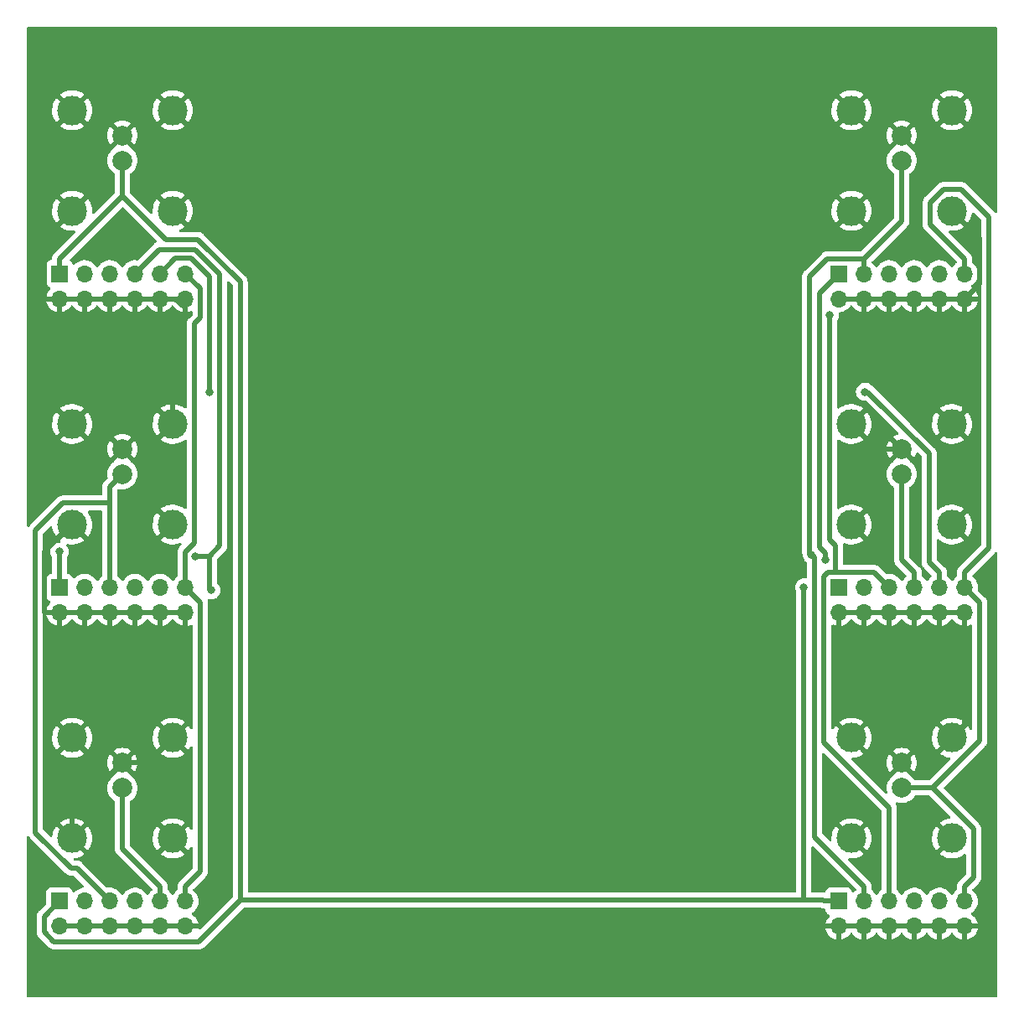
<source format=gbl>
G04 #@! TF.GenerationSoftware,KiCad,Pcbnew,6.0.9-8da3e8f707~116~ubuntu20.04.1*
G04 #@! TF.CreationDate,2023-03-27T15:44:58+02:00*
G04 #@! TF.ProjectId,six_to_six_vertical,7369785f-746f-45f7-9369-785f76657274,rev?*
G04 #@! TF.SameCoordinates,Original*
G04 #@! TF.FileFunction,Copper,L2,Bot*
G04 #@! TF.FilePolarity,Positive*
%FSLAX46Y46*%
G04 Gerber Fmt 4.6, Leading zero omitted, Abs format (unit mm)*
G04 Created by KiCad (PCBNEW 6.0.9-8da3e8f707~116~ubuntu20.04.1) date 2023-03-27 15:44:58*
%MOMM*%
%LPD*%
G01*
G04 APERTURE LIST*
G04 #@! TA.AperFunction,ComponentPad*
%ADD10R,1.700000X1.700000*%
G04 #@! TD*
G04 #@! TA.AperFunction,ComponentPad*
%ADD11O,1.700000X1.700000*%
G04 #@! TD*
G04 #@! TA.AperFunction,ComponentPad*
%ADD12C,2.000000*%
G04 #@! TD*
G04 #@! TA.AperFunction,ComponentPad*
%ADD13C,3.000000*%
G04 #@! TD*
G04 #@! TA.AperFunction,ViaPad*
%ADD14C,0.800000*%
G04 #@! TD*
G04 #@! TA.AperFunction,Conductor*
%ADD15C,0.500000*%
G04 #@! TD*
G04 APERTURE END LIST*
D10*
X101600000Y-101600000D03*
D11*
X101600000Y-104140000D03*
X104140000Y-101600000D03*
X104140000Y-104140000D03*
X106680000Y-101600000D03*
X106680000Y-104140000D03*
X109220000Y-101600000D03*
X109220000Y-104140000D03*
X111760000Y-101600000D03*
X111760000Y-104140000D03*
X114300000Y-101600000D03*
X114300000Y-104140000D03*
D10*
X101600000Y-69900000D03*
D11*
X101600000Y-72440000D03*
X104140000Y-69900000D03*
X104140000Y-72440000D03*
X106680000Y-69900000D03*
X106680000Y-72440000D03*
X109220000Y-69900000D03*
X109220000Y-72440000D03*
X111760000Y-69900000D03*
X111760000Y-72440000D03*
X114300000Y-69900000D03*
X114300000Y-72440000D03*
D10*
X180340000Y-133300000D03*
D11*
X180340000Y-135840000D03*
X182880000Y-133300000D03*
X182880000Y-135840000D03*
X185420000Y-133300000D03*
X185420000Y-135840000D03*
X187960000Y-133300000D03*
X187960000Y-135840000D03*
X190500000Y-133300000D03*
X190500000Y-135840000D03*
X193040000Y-133300000D03*
X193040000Y-135840000D03*
D10*
X101600000Y-133300000D03*
D11*
X101600000Y-135840000D03*
X104140000Y-133300000D03*
X104140000Y-135840000D03*
X106680000Y-133300000D03*
X106680000Y-135840000D03*
X109220000Y-133300000D03*
X109220000Y-135840000D03*
X111760000Y-133300000D03*
X111760000Y-135840000D03*
X114300000Y-133300000D03*
X114300000Y-135840000D03*
D10*
X180340000Y-69900000D03*
D11*
X180340000Y-72440000D03*
X182880000Y-69900000D03*
X182880000Y-72440000D03*
X185420000Y-69900000D03*
X185420000Y-72440000D03*
X187960000Y-69900000D03*
X187960000Y-72440000D03*
X190500000Y-69900000D03*
X190500000Y-72440000D03*
X193040000Y-69900000D03*
X193040000Y-72440000D03*
D10*
X180340000Y-101600000D03*
D11*
X180340000Y-104140000D03*
X182880000Y-101600000D03*
X182880000Y-104140000D03*
X185420000Y-101600000D03*
X185420000Y-104140000D03*
X187960000Y-101600000D03*
X187960000Y-104140000D03*
X190500000Y-101600000D03*
X190500000Y-104140000D03*
X193040000Y-101600000D03*
X193040000Y-104140000D03*
D12*
X107950000Y-58470000D03*
D13*
X102870000Y-63550000D03*
X113030000Y-63550000D03*
D12*
X107950000Y-55930000D03*
D13*
X102870000Y-53390000D03*
X113030000Y-53390000D03*
D12*
X186690000Y-58470000D03*
D13*
X181610000Y-63550000D03*
X191770000Y-63550000D03*
X191770000Y-53390000D03*
X181610000Y-53390000D03*
D12*
X186690000Y-55930000D03*
X107950000Y-90170000D03*
D13*
X102870000Y-95250000D03*
X102870000Y-85090000D03*
X113030000Y-85090000D03*
X113030000Y-95250000D03*
D12*
X107950000Y-87630000D03*
X186690000Y-90170000D03*
X186690000Y-87630000D03*
D13*
X191770000Y-95250000D03*
X181610000Y-95250000D03*
X181610000Y-85090000D03*
X191770000Y-85090000D03*
D12*
X186690000Y-121870000D03*
D13*
X181610000Y-116790000D03*
D12*
X186690000Y-119330000D03*
D13*
X191770000Y-116790000D03*
X181610000Y-126950000D03*
X191770000Y-126950000D03*
D12*
X107950000Y-121870000D03*
D13*
X102870000Y-116790000D03*
X102870000Y-126950000D03*
D12*
X107950000Y-119330000D03*
D13*
X113030000Y-126950000D03*
X113030000Y-116790000D03*
D14*
X176817600Y-101600000D03*
X101600000Y-97996700D03*
X178942200Y-98790700D03*
X178839700Y-131012400D03*
X107950000Y-64770000D03*
X177574400Y-98278300D03*
X179414300Y-74126900D03*
X115315800Y-98475500D03*
X116927500Y-101900000D03*
X182982200Y-81836800D03*
X116718100Y-81836800D03*
D15*
X112326200Y-66425900D02*
X107950000Y-62049700D01*
X101031400Y-137397200D02*
X115664700Y-137397200D01*
X176817600Y-133215700D02*
X178755400Y-133215700D01*
X107950000Y-58470000D02*
X107950000Y-62049700D01*
X119846200Y-133215700D02*
X176817600Y-133215700D01*
X180340000Y-69900000D02*
X178355600Y-71884400D01*
X101600000Y-133300000D02*
X100054300Y-134845700D01*
X107950000Y-62049700D02*
X101600000Y-68399700D01*
X101600000Y-101600000D02*
X101600000Y-97996700D01*
X180340000Y-133300000D02*
X178839700Y-133300000D01*
X178355600Y-97533400D02*
X178942200Y-98120000D01*
X178355600Y-71884400D02*
X178355600Y-97533400D01*
X178755400Y-133215700D02*
X178839700Y-133300000D01*
X101600000Y-69900000D02*
X101600000Y-68399700D01*
X178942200Y-98120000D02*
X178942200Y-98790700D01*
X115664700Y-137397200D02*
X119846200Y-133215700D01*
X119846200Y-133215700D02*
X119846200Y-70704000D01*
X176817600Y-133215700D02*
X176817600Y-101600000D01*
X119846200Y-70704000D02*
X115568100Y-66425900D01*
X100054300Y-134845700D02*
X100054300Y-136420100D01*
X100054300Y-136420100D02*
X101031400Y-137397200D01*
X115568100Y-66425900D02*
X112326200Y-66425900D01*
X194549400Y-66329400D02*
X191770000Y-63550000D01*
X102797700Y-95250000D02*
X102870000Y-95250000D01*
X100099700Y-66320300D02*
X102870000Y-63550000D01*
X107950000Y-119330000D02*
X110490000Y-119330000D01*
X194549400Y-70930600D02*
X194549400Y-66329400D01*
X114300000Y-73190100D02*
X114010400Y-73190100D01*
X111760000Y-72440000D02*
X113260300Y-72440000D01*
X186690000Y-87630000D02*
X184150000Y-87630000D01*
X193040000Y-72440000D02*
X194549400Y-70930600D01*
X106680000Y-120600000D02*
X107950000Y-119330000D01*
X113030000Y-126950000D02*
X110490000Y-124410000D01*
X113030000Y-85090000D02*
X113030000Y-75210300D01*
X191770000Y-85090000D02*
X193040000Y-83820000D01*
X114010400Y-73190100D02*
X113260300Y-72440000D01*
X101600000Y-104140000D02*
X100099700Y-104140000D01*
X106680000Y-120600000D02*
X102870000Y-124410000D01*
X100099700Y-104140000D02*
X100099700Y-97948000D01*
X193040000Y-83820000D02*
X193040000Y-72440000D01*
X184150000Y-87630000D02*
X181610000Y-85090000D01*
X102870000Y-124410000D02*
X102870000Y-126950000D01*
X110490000Y-124410000D02*
X110490000Y-119330000D01*
X100099700Y-72440000D02*
X100099700Y-66320300D01*
X100099700Y-97948000D02*
X102797700Y-95250000D01*
X191770000Y-116790000D02*
X193040000Y-115520000D01*
X102870000Y-116790000D02*
X106680000Y-120600000D01*
X113030000Y-75210300D02*
X114300000Y-73940300D01*
X114300000Y-72440000D02*
X114300000Y-73190100D01*
X101600000Y-72440000D02*
X100099700Y-72440000D01*
X110490000Y-119330000D02*
X113030000Y-116790000D01*
X114300000Y-73190100D02*
X114300000Y-73940300D01*
X193040000Y-115520000D02*
X193040000Y-104140000D01*
X186690000Y-64589700D02*
X182880000Y-68399700D01*
X182880000Y-131799700D02*
X177891800Y-126811500D01*
X177408300Y-98112200D02*
X177574400Y-98278300D01*
X182880000Y-133300000D02*
X182880000Y-131799700D01*
X177891800Y-126811500D02*
X177891800Y-98595700D01*
X177408300Y-70159000D02*
X177408300Y-98112200D01*
X186690000Y-58470000D02*
X186690000Y-64589700D01*
X177891800Y-98595700D02*
X177574400Y-98278300D01*
X182880000Y-68399700D02*
X179167600Y-68399700D01*
X182880000Y-69900000D02*
X182880000Y-68399700D01*
X179167600Y-68399700D02*
X177408300Y-70159000D01*
X103332000Y-129952000D02*
X102760400Y-129952000D01*
X178823400Y-117264500D02*
X178823400Y-100472800D01*
X179992600Y-97397100D02*
X179414300Y-96818800D01*
X106680000Y-133300000D02*
X103332000Y-129952000D01*
X179209400Y-100086800D02*
X179992600Y-100086800D01*
X179414300Y-96818800D02*
X179414300Y-74126900D01*
X106680000Y-93087300D02*
X106680000Y-101600000D01*
X102760400Y-129952000D02*
X99180600Y-126372200D01*
X99180600Y-126372200D02*
X99180600Y-95832700D01*
X107950000Y-90170000D02*
X106680000Y-91440000D01*
X185420000Y-123861100D02*
X178823400Y-117264500D01*
X106680000Y-91440000D02*
X106680000Y-93087300D01*
X99180600Y-95832700D02*
X101926000Y-93087300D01*
X183906800Y-100086800D02*
X185420000Y-101600000D01*
X101926000Y-93087300D02*
X106680000Y-93087300D01*
X178823400Y-100472800D02*
X179209400Y-100086800D01*
X179992600Y-100086800D02*
X183906800Y-100086800D01*
X185420000Y-133300000D02*
X185420000Y-131799700D01*
X185420000Y-131799700D02*
X185420000Y-123861100D01*
X179992600Y-100086800D02*
X179992600Y-97397100D01*
X115282800Y-67450000D02*
X117789900Y-69957100D01*
X116720800Y-101693300D02*
X116927500Y-101900000D01*
X186690000Y-90170000D02*
X186690000Y-98829700D01*
X117789900Y-69957100D02*
X117789900Y-97406400D01*
X187960000Y-101600000D02*
X187960000Y-100099700D01*
X116720800Y-98475500D02*
X116720800Y-101693300D01*
X116720800Y-98475500D02*
X115315800Y-98475500D01*
X186690000Y-98829700D02*
X187960000Y-100099700D01*
X109220000Y-69900000D02*
X111670000Y-67450000D01*
X117789900Y-97406400D02*
X116720800Y-98475500D01*
X111670000Y-67450000D02*
X115282800Y-67450000D01*
X116718100Y-70158600D02*
X116718100Y-81836800D01*
X111760000Y-133300000D02*
X111760000Y-131799700D01*
X107950000Y-127989700D02*
X111760000Y-131799700D01*
X189471600Y-99071300D02*
X189471600Y-88057100D01*
X107950000Y-121870000D02*
X107950000Y-127989700D01*
X190500000Y-101600000D02*
X190500000Y-100099700D01*
X190500000Y-100099700D02*
X189471600Y-99071300D01*
X111760000Y-69900000D02*
X113309600Y-68350400D01*
X113309600Y-68350400D02*
X114909900Y-68350400D01*
X183251300Y-81836800D02*
X182982200Y-81836800D01*
X189471600Y-88057100D02*
X183251300Y-81836800D01*
X114909900Y-68350400D02*
X116718100Y-70158600D01*
X194580900Y-103140900D02*
X193040000Y-101600000D01*
X189803900Y-121870000D02*
X193952900Y-126019000D01*
X115215500Y-74975000D02*
X115215500Y-97090500D01*
X114300000Y-69900000D02*
X115810800Y-71410800D01*
X193952900Y-126019000D02*
X193952900Y-130886800D01*
X193040000Y-101600000D02*
X193040000Y-100099700D01*
X114265500Y-100065200D02*
X114300000Y-100099700D01*
X114300000Y-133300000D02*
X114300000Y-131799700D01*
X115809800Y-130289900D02*
X115809800Y-103109800D01*
X189803900Y-121870000D02*
X194580900Y-117093000D01*
X194580900Y-117093000D02*
X194580900Y-103140900D01*
X190883400Y-61393900D02*
X189575600Y-62701700D01*
X186690000Y-121870000D02*
X189803900Y-121870000D01*
X189575600Y-62701700D02*
X189575600Y-64935300D01*
X193040000Y-69900000D02*
X193040000Y-68399700D01*
X115809800Y-103109800D02*
X114300000Y-101600000D01*
X115810800Y-71410800D02*
X115810800Y-74379700D01*
X193040000Y-100099700D02*
X195501300Y-97638400D01*
X193952900Y-130886800D02*
X193040000Y-131799700D01*
X114300000Y-131799700D02*
X115809800Y-130289900D01*
X193040000Y-133300000D02*
X193040000Y-131799700D01*
X192717900Y-61393900D02*
X190883400Y-61393900D01*
X115215500Y-97090500D02*
X114265500Y-98040500D01*
X114265500Y-98040500D02*
X114265500Y-100065200D01*
X195501300Y-64177300D02*
X192717900Y-61393900D01*
X114300000Y-101600000D02*
X114300000Y-100099700D01*
X195501300Y-97638400D02*
X195501300Y-64177300D01*
X189575600Y-64935300D02*
X193040000Y-68399700D01*
X115810800Y-74379700D02*
X115215500Y-74975000D01*
G04 #@! TA.AperFunction,Conductor*
G36*
X196309916Y-98080454D02*
G01*
X196340037Y-98144744D01*
X196341500Y-98163891D01*
X196341500Y-142825633D01*
X196340000Y-142845018D01*
X196336309Y-142868724D01*
X196337065Y-142874508D01*
X196316693Y-142940868D01*
X196262472Y-142986700D01*
X196221127Y-142995165D01*
X196221277Y-142996309D01*
X196221276Y-142996309D01*
X196189714Y-143000436D01*
X196173379Y-143001500D01*
X98474367Y-143001500D01*
X98454982Y-143000000D01*
X98440148Y-142997690D01*
X98440145Y-142997690D01*
X98431276Y-142996309D01*
X98426065Y-142996990D01*
X98359984Y-142976706D01*
X98314150Y-142922486D01*
X98303671Y-142879778D01*
X98303729Y-142875000D01*
X98299773Y-142847376D01*
X98298500Y-142829514D01*
X98298500Y-126832190D01*
X98318502Y-126764069D01*
X98372158Y-126717576D01*
X98442432Y-126707472D01*
X98507012Y-126736966D01*
X98529872Y-126763106D01*
X98537786Y-126775177D01*
X98540123Y-126778880D01*
X98578005Y-126841307D01*
X98581721Y-126845515D01*
X98581722Y-126845516D01*
X98585403Y-126849684D01*
X98585376Y-126849708D01*
X98588029Y-126852700D01*
X98590732Y-126855933D01*
X98594744Y-126862052D01*
X98600056Y-126867084D01*
X98650983Y-126915328D01*
X98653425Y-126917706D01*
X102176630Y-130440911D01*
X102189016Y-130455323D01*
X102197549Y-130466918D01*
X102197554Y-130466923D01*
X102201892Y-130472818D01*
X102207470Y-130477557D01*
X102207473Y-130477560D01*
X102242168Y-130507035D01*
X102249684Y-130513965D01*
X102255380Y-130519661D01*
X102258241Y-130521924D01*
X102258246Y-130521929D01*
X102277666Y-130537293D01*
X102281067Y-130540082D01*
X102336685Y-130587333D01*
X102343198Y-130590659D01*
X102348237Y-130594020D01*
X102353379Y-130597196D01*
X102359116Y-130601734D01*
X102425275Y-130632655D01*
X102429169Y-130634558D01*
X102494208Y-130667769D01*
X102501317Y-130669508D01*
X102506951Y-130671604D01*
X102512721Y-130673523D01*
X102519350Y-130676622D01*
X102526513Y-130678112D01*
X102526516Y-130678113D01*
X102577230Y-130688661D01*
X102590835Y-130691491D01*
X102595101Y-130692457D01*
X102666010Y-130709808D01*
X102671612Y-130710156D01*
X102671615Y-130710156D01*
X102677164Y-130710500D01*
X102677162Y-130710535D01*
X102681134Y-130710775D01*
X102685355Y-130711152D01*
X102692515Y-130712641D01*
X102769942Y-130710546D01*
X102773350Y-130710500D01*
X102965629Y-130710500D01*
X103033750Y-130730502D01*
X103054724Y-130747405D01*
X104044603Y-131737284D01*
X104078629Y-131799596D01*
X104073564Y-131870411D01*
X104031017Y-131927247D01*
X103974567Y-131950929D01*
X103973914Y-131951029D01*
X103824091Y-131973955D01*
X103611756Y-132043357D01*
X103413607Y-132146507D01*
X103409474Y-132149610D01*
X103409471Y-132149612D01*
X103299943Y-132231848D01*
X103234965Y-132280635D01*
X103178537Y-132339684D01*
X103154283Y-132365064D01*
X103092759Y-132400494D01*
X103021846Y-132397037D01*
X102964060Y-132355791D01*
X102945207Y-132322243D01*
X102903767Y-132211703D01*
X102900615Y-132203295D01*
X102813261Y-132086739D01*
X102696705Y-131999385D01*
X102560316Y-131948255D01*
X102498134Y-131941500D01*
X100701866Y-131941500D01*
X100639684Y-131948255D01*
X100503295Y-131999385D01*
X100386739Y-132086739D01*
X100299385Y-132203295D01*
X100248255Y-132339684D01*
X100241500Y-132401866D01*
X100241500Y-133533629D01*
X100221498Y-133601750D01*
X100204595Y-133622724D01*
X99565389Y-134261930D01*
X99550977Y-134274316D01*
X99539382Y-134282849D01*
X99539377Y-134282854D01*
X99533482Y-134287192D01*
X99528743Y-134292770D01*
X99528740Y-134292773D01*
X99499265Y-134327468D01*
X99492335Y-134334984D01*
X99486640Y-134340679D01*
X99484360Y-134343561D01*
X99469019Y-134362951D01*
X99466228Y-134366355D01*
X99423709Y-134416403D01*
X99418967Y-134421985D01*
X99415639Y-134428501D01*
X99412272Y-134433550D01*
X99409105Y-134438679D01*
X99404566Y-134444416D01*
X99373645Y-134510575D01*
X99371742Y-134514469D01*
X99338531Y-134579508D01*
X99336792Y-134586616D01*
X99334693Y-134592259D01*
X99332776Y-134598022D01*
X99329678Y-134604650D01*
X99328188Y-134611812D01*
X99328188Y-134611813D01*
X99314814Y-134676112D01*
X99313844Y-134680396D01*
X99296492Y-134751310D01*
X99295800Y-134762464D01*
X99295764Y-134762462D01*
X99295525Y-134766455D01*
X99295151Y-134770647D01*
X99293660Y-134777815D01*
X99293858Y-134785132D01*
X99295754Y-134855221D01*
X99295800Y-134858628D01*
X99295800Y-136353030D01*
X99294367Y-136371980D01*
X99291101Y-136393449D01*
X99291694Y-136400741D01*
X99291694Y-136400744D01*
X99295385Y-136446118D01*
X99295800Y-136456333D01*
X99295800Y-136464393D01*
X99296225Y-136468037D01*
X99299089Y-136492607D01*
X99299522Y-136496982D01*
X99303512Y-136546028D01*
X99305440Y-136569737D01*
X99307696Y-136576701D01*
X99308887Y-136582660D01*
X99310271Y-136588515D01*
X99311118Y-136595781D01*
X99336035Y-136664427D01*
X99337452Y-136668555D01*
X99359949Y-136737999D01*
X99363745Y-136744254D01*
X99366251Y-136749728D01*
X99368970Y-136755158D01*
X99371467Y-136762037D01*
X99375480Y-136768157D01*
X99375480Y-136768158D01*
X99411486Y-136823076D01*
X99413823Y-136826780D01*
X99451705Y-136889207D01*
X99455421Y-136893415D01*
X99455422Y-136893416D01*
X99459103Y-136897584D01*
X99459076Y-136897608D01*
X99461729Y-136900600D01*
X99464432Y-136903833D01*
X99468444Y-136909952D01*
X99520041Y-136958831D01*
X99524683Y-136963228D01*
X99527125Y-136965606D01*
X100447630Y-137886111D01*
X100460016Y-137900523D01*
X100468549Y-137912118D01*
X100468554Y-137912123D01*
X100472892Y-137918018D01*
X100478470Y-137922757D01*
X100478473Y-137922760D01*
X100513168Y-137952235D01*
X100520684Y-137959165D01*
X100526379Y-137964860D01*
X100529261Y-137967140D01*
X100548651Y-137982481D01*
X100552055Y-137985272D01*
X100602103Y-138027791D01*
X100607685Y-138032533D01*
X100614201Y-138035861D01*
X100619250Y-138039228D01*
X100624379Y-138042395D01*
X100630116Y-138046934D01*
X100696275Y-138077855D01*
X100700169Y-138079758D01*
X100765208Y-138112969D01*
X100772316Y-138114708D01*
X100777959Y-138116807D01*
X100783722Y-138118724D01*
X100790350Y-138121822D01*
X100797512Y-138123312D01*
X100797513Y-138123312D01*
X100861812Y-138136686D01*
X100866096Y-138137656D01*
X100937010Y-138155008D01*
X100942612Y-138155356D01*
X100942615Y-138155356D01*
X100948164Y-138155700D01*
X100948162Y-138155736D01*
X100952155Y-138155975D01*
X100956347Y-138156349D01*
X100963515Y-138157840D01*
X101040920Y-138155746D01*
X101044328Y-138155700D01*
X115597630Y-138155700D01*
X115616580Y-138157133D01*
X115630815Y-138159299D01*
X115630819Y-138159299D01*
X115638049Y-138160399D01*
X115645341Y-138159806D01*
X115645344Y-138159806D01*
X115690718Y-138156115D01*
X115700933Y-138155700D01*
X115708993Y-138155700D01*
X115726380Y-138153673D01*
X115737207Y-138152411D01*
X115741582Y-138151978D01*
X115807039Y-138146654D01*
X115807042Y-138146653D01*
X115814337Y-138146060D01*
X115821301Y-138143804D01*
X115827260Y-138142613D01*
X115833115Y-138141229D01*
X115840381Y-138140382D01*
X115909027Y-138115465D01*
X115913155Y-138114048D01*
X115975636Y-138093807D01*
X115975638Y-138093806D01*
X115982599Y-138091551D01*
X115988854Y-138087755D01*
X115994328Y-138085249D01*
X115999758Y-138082530D01*
X116006637Y-138080033D01*
X116012758Y-138076020D01*
X116067676Y-138040014D01*
X116071380Y-138037677D01*
X116133807Y-137999795D01*
X116142184Y-137992397D01*
X116142208Y-137992424D01*
X116145200Y-137989771D01*
X116148433Y-137987068D01*
X116154552Y-137983056D01*
X116207828Y-137926817D01*
X116210206Y-137924375D01*
X118026615Y-136107966D01*
X179008257Y-136107966D01*
X179038565Y-136242446D01*
X179041645Y-136252275D01*
X179121770Y-136449603D01*
X179126413Y-136458794D01*
X179237694Y-136640388D01*
X179243777Y-136648699D01*
X179383213Y-136809667D01*
X179390580Y-136816883D01*
X179554434Y-136952916D01*
X179562881Y-136958831D01*
X179746756Y-137066279D01*
X179756042Y-137070729D01*
X179955001Y-137146703D01*
X179964899Y-137149579D01*
X180068250Y-137170606D01*
X180082299Y-137169410D01*
X180086000Y-137159065D01*
X180086000Y-137158517D01*
X180594000Y-137158517D01*
X180598064Y-137172359D01*
X180611478Y-137174393D01*
X180618184Y-137173534D01*
X180628262Y-137171392D01*
X180832255Y-137110191D01*
X180841842Y-137106433D01*
X181033095Y-137012739D01*
X181041945Y-137007464D01*
X181215328Y-136883792D01*
X181223200Y-136877139D01*
X181374052Y-136726812D01*
X181380730Y-136718965D01*
X181508022Y-136541819D01*
X181509147Y-136542627D01*
X181556669Y-136498876D01*
X181626607Y-136486661D01*
X181692046Y-136514197D01*
X181719870Y-136546028D01*
X181777690Y-136640383D01*
X181783777Y-136648699D01*
X181923213Y-136809667D01*
X181930580Y-136816883D01*
X182094434Y-136952916D01*
X182102881Y-136958831D01*
X182286756Y-137066279D01*
X182296042Y-137070729D01*
X182495001Y-137146703D01*
X182504899Y-137149579D01*
X182608250Y-137170606D01*
X182622299Y-137169410D01*
X182626000Y-137159065D01*
X182626000Y-137158517D01*
X183134000Y-137158517D01*
X183138064Y-137172359D01*
X183151478Y-137174393D01*
X183158184Y-137173534D01*
X183168262Y-137171392D01*
X183372255Y-137110191D01*
X183381842Y-137106433D01*
X183573095Y-137012739D01*
X183581945Y-137007464D01*
X183755328Y-136883792D01*
X183763200Y-136877139D01*
X183914052Y-136726812D01*
X183920730Y-136718965D01*
X184048022Y-136541819D01*
X184049147Y-136542627D01*
X184096669Y-136498876D01*
X184166607Y-136486661D01*
X184232046Y-136514197D01*
X184259870Y-136546028D01*
X184317690Y-136640383D01*
X184323777Y-136648699D01*
X184463213Y-136809667D01*
X184470580Y-136816883D01*
X184634434Y-136952916D01*
X184642881Y-136958831D01*
X184826756Y-137066279D01*
X184836042Y-137070729D01*
X185035001Y-137146703D01*
X185044899Y-137149579D01*
X185148250Y-137170606D01*
X185162299Y-137169410D01*
X185166000Y-137159065D01*
X185166000Y-137158517D01*
X185674000Y-137158517D01*
X185678064Y-137172359D01*
X185691478Y-137174393D01*
X185698184Y-137173534D01*
X185708262Y-137171392D01*
X185912255Y-137110191D01*
X185921842Y-137106433D01*
X186113095Y-137012739D01*
X186121945Y-137007464D01*
X186295328Y-136883792D01*
X186303200Y-136877139D01*
X186454052Y-136726812D01*
X186460730Y-136718965D01*
X186588022Y-136541819D01*
X186589147Y-136542627D01*
X186636669Y-136498876D01*
X186706607Y-136486661D01*
X186772046Y-136514197D01*
X186799870Y-136546028D01*
X186857690Y-136640383D01*
X186863777Y-136648699D01*
X187003213Y-136809667D01*
X187010580Y-136816883D01*
X187174434Y-136952916D01*
X187182881Y-136958831D01*
X187366756Y-137066279D01*
X187376042Y-137070729D01*
X187575001Y-137146703D01*
X187584899Y-137149579D01*
X187688250Y-137170606D01*
X187702299Y-137169410D01*
X187706000Y-137159065D01*
X187706000Y-137158517D01*
X188214000Y-137158517D01*
X188218064Y-137172359D01*
X188231478Y-137174393D01*
X188238184Y-137173534D01*
X188248262Y-137171392D01*
X188452255Y-137110191D01*
X188461842Y-137106433D01*
X188653095Y-137012739D01*
X188661945Y-137007464D01*
X188835328Y-136883792D01*
X188843200Y-136877139D01*
X188994052Y-136726812D01*
X189000730Y-136718965D01*
X189128022Y-136541819D01*
X189129147Y-136542627D01*
X189176669Y-136498876D01*
X189246607Y-136486661D01*
X189312046Y-136514197D01*
X189339870Y-136546028D01*
X189397690Y-136640383D01*
X189403777Y-136648699D01*
X189543213Y-136809667D01*
X189550580Y-136816883D01*
X189714434Y-136952916D01*
X189722881Y-136958831D01*
X189906756Y-137066279D01*
X189916042Y-137070729D01*
X190115001Y-137146703D01*
X190124899Y-137149579D01*
X190228250Y-137170606D01*
X190242299Y-137169410D01*
X190246000Y-137159065D01*
X190246000Y-137158517D01*
X190754000Y-137158517D01*
X190758064Y-137172359D01*
X190771478Y-137174393D01*
X190778184Y-137173534D01*
X190788262Y-137171392D01*
X190992255Y-137110191D01*
X191001842Y-137106433D01*
X191193095Y-137012739D01*
X191201945Y-137007464D01*
X191375328Y-136883792D01*
X191383200Y-136877139D01*
X191534052Y-136726812D01*
X191540730Y-136718965D01*
X191668022Y-136541819D01*
X191669147Y-136542627D01*
X191716669Y-136498876D01*
X191786607Y-136486661D01*
X191852046Y-136514197D01*
X191879870Y-136546028D01*
X191937690Y-136640383D01*
X191943777Y-136648699D01*
X192083213Y-136809667D01*
X192090580Y-136816883D01*
X192254434Y-136952916D01*
X192262881Y-136958831D01*
X192446756Y-137066279D01*
X192456042Y-137070729D01*
X192655001Y-137146703D01*
X192664899Y-137149579D01*
X192768250Y-137170606D01*
X192782299Y-137169410D01*
X192786000Y-137159065D01*
X192786000Y-137158517D01*
X193294000Y-137158517D01*
X193298064Y-137172359D01*
X193311478Y-137174393D01*
X193318184Y-137173534D01*
X193328262Y-137171392D01*
X193532255Y-137110191D01*
X193541842Y-137106433D01*
X193733095Y-137012739D01*
X193741945Y-137007464D01*
X193915328Y-136883792D01*
X193923200Y-136877139D01*
X194074052Y-136726812D01*
X194080730Y-136718965D01*
X194205003Y-136546020D01*
X194210313Y-136537183D01*
X194304670Y-136346267D01*
X194308469Y-136336672D01*
X194370377Y-136132910D01*
X194372555Y-136122837D01*
X194373986Y-136111962D01*
X194371775Y-136097778D01*
X194358617Y-136094000D01*
X193312115Y-136094000D01*
X193296876Y-136098475D01*
X193295671Y-136099865D01*
X193294000Y-136107548D01*
X193294000Y-137158517D01*
X192786000Y-137158517D01*
X192786000Y-136112115D01*
X192781525Y-136096876D01*
X192780135Y-136095671D01*
X192772452Y-136094000D01*
X190772115Y-136094000D01*
X190756876Y-136098475D01*
X190755671Y-136099865D01*
X190754000Y-136107548D01*
X190754000Y-137158517D01*
X190246000Y-137158517D01*
X190246000Y-136112115D01*
X190241525Y-136096876D01*
X190240135Y-136095671D01*
X190232452Y-136094000D01*
X188232115Y-136094000D01*
X188216876Y-136098475D01*
X188215671Y-136099865D01*
X188214000Y-136107548D01*
X188214000Y-137158517D01*
X187706000Y-137158517D01*
X187706000Y-136112115D01*
X187701525Y-136096876D01*
X187700135Y-136095671D01*
X187692452Y-136094000D01*
X185692115Y-136094000D01*
X185676876Y-136098475D01*
X185675671Y-136099865D01*
X185674000Y-136107548D01*
X185674000Y-137158517D01*
X185166000Y-137158517D01*
X185166000Y-136112115D01*
X185161525Y-136096876D01*
X185160135Y-136095671D01*
X185152452Y-136094000D01*
X183152115Y-136094000D01*
X183136876Y-136098475D01*
X183135671Y-136099865D01*
X183134000Y-136107548D01*
X183134000Y-137158517D01*
X182626000Y-137158517D01*
X182626000Y-136112115D01*
X182621525Y-136096876D01*
X182620135Y-136095671D01*
X182612452Y-136094000D01*
X180612115Y-136094000D01*
X180596876Y-136098475D01*
X180595671Y-136099865D01*
X180594000Y-136107548D01*
X180594000Y-137158517D01*
X180086000Y-137158517D01*
X180086000Y-136112115D01*
X180081525Y-136096876D01*
X180080135Y-136095671D01*
X180072452Y-136094000D01*
X179023225Y-136094000D01*
X179009694Y-136097973D01*
X179008257Y-136107966D01*
X118026615Y-136107966D01*
X120123476Y-134011105D01*
X120185788Y-133977079D01*
X120212571Y-133974200D01*
X176789765Y-133974200D01*
X176797566Y-133974442D01*
X176858898Y-133978247D01*
X176871860Y-133976020D01*
X176893196Y-133974200D01*
X178461792Y-133974200D01*
X178519093Y-133987983D01*
X178573508Y-134015769D01*
X178580616Y-134017508D01*
X178586259Y-134019607D01*
X178592022Y-134021524D01*
X178598650Y-134024622D01*
X178605812Y-134026112D01*
X178605813Y-134026112D01*
X178670112Y-134039486D01*
X178674396Y-134040456D01*
X178745310Y-134057808D01*
X178750912Y-134058156D01*
X178750915Y-134058156D01*
X178756464Y-134058500D01*
X178756462Y-134058536D01*
X178760455Y-134058775D01*
X178764647Y-134059149D01*
X178771815Y-134060640D01*
X178849220Y-134058546D01*
X178852628Y-134058500D01*
X178855500Y-134058500D01*
X178923621Y-134078502D01*
X178970114Y-134132158D01*
X178981500Y-134184500D01*
X178981500Y-134198134D01*
X178988255Y-134260316D01*
X179039385Y-134396705D01*
X179126739Y-134513261D01*
X179243295Y-134600615D01*
X179251704Y-134603767D01*
X179251705Y-134603768D01*
X179360960Y-134644726D01*
X179417725Y-134687367D01*
X179442425Y-134753929D01*
X179427218Y-134823278D01*
X179407825Y-134849759D01*
X179284590Y-134978717D01*
X179278104Y-134986727D01*
X179158098Y-135162649D01*
X179153000Y-135171623D01*
X179063338Y-135364783D01*
X179059775Y-135374470D01*
X179004389Y-135574183D01*
X179005912Y-135582607D01*
X179018292Y-135586000D01*
X194358344Y-135586000D01*
X194371875Y-135582027D01*
X194373180Y-135572947D01*
X194331214Y-135405875D01*
X194327894Y-135396124D01*
X194242972Y-135200814D01*
X194238105Y-135191739D01*
X194122426Y-135012926D01*
X194116136Y-135004757D01*
X193972806Y-134847240D01*
X193965273Y-134840215D01*
X193798139Y-134708222D01*
X193789556Y-134702520D01*
X193752602Y-134682120D01*
X193702631Y-134631687D01*
X193687859Y-134562245D01*
X193712975Y-134495839D01*
X193740327Y-134469232D01*
X193806565Y-134421985D01*
X193919860Y-134341173D01*
X193929705Y-134331363D01*
X194063616Y-134197918D01*
X194078096Y-134183489D01*
X194166372Y-134060640D01*
X194205435Y-134006277D01*
X194208453Y-134002077D01*
X194220231Y-133978247D01*
X194305136Y-133806453D01*
X194305137Y-133806451D01*
X194307430Y-133801811D01*
X194361841Y-133622724D01*
X194370865Y-133593023D01*
X194370865Y-133593021D01*
X194372370Y-133588069D01*
X194401529Y-133366590D01*
X194403156Y-133300000D01*
X194384852Y-133077361D01*
X194330431Y-132860702D01*
X194241354Y-132655840D01*
X194120014Y-132468277D01*
X193969670Y-132303051D01*
X193965621Y-132299853D01*
X193965616Y-132299848D01*
X193879513Y-132231848D01*
X193838450Y-132173930D01*
X193835218Y-132103007D01*
X193868510Y-132043871D01*
X194441811Y-131470570D01*
X194456223Y-131458184D01*
X194467818Y-131449651D01*
X194467823Y-131449646D01*
X194473718Y-131445308D01*
X194478457Y-131439730D01*
X194478460Y-131439727D01*
X194507935Y-131405032D01*
X194514865Y-131397516D01*
X194520561Y-131391820D01*
X194522824Y-131388959D01*
X194522829Y-131388954D01*
X194538193Y-131369534D01*
X194540982Y-131366133D01*
X194583492Y-131316096D01*
X194583494Y-131316094D01*
X194588233Y-131310515D01*
X194591562Y-131303995D01*
X194594928Y-131298948D01*
X194598093Y-131293824D01*
X194602635Y-131288083D01*
X194633537Y-131221964D01*
X194635465Y-131218018D01*
X194665342Y-131159508D01*
X194665343Y-131159506D01*
X194668669Y-131152992D01*
X194670408Y-131145886D01*
X194672509Y-131140236D01*
X194674424Y-131134479D01*
X194677522Y-131127850D01*
X194692391Y-131056365D01*
X194693361Y-131052082D01*
X194709373Y-130986644D01*
X194710708Y-130981190D01*
X194711400Y-130970036D01*
X194711435Y-130970038D01*
X194711675Y-130966066D01*
X194712052Y-130961845D01*
X194713541Y-130954685D01*
X194711446Y-130877258D01*
X194711400Y-130873850D01*
X194711400Y-126086070D01*
X194712833Y-126067120D01*
X194714999Y-126052885D01*
X194714999Y-126052881D01*
X194716099Y-126045651D01*
X194715039Y-126032612D01*
X194711815Y-125992982D01*
X194711400Y-125982767D01*
X194711400Y-125974707D01*
X194708111Y-125946493D01*
X194707678Y-125942118D01*
X194702354Y-125876661D01*
X194702353Y-125876658D01*
X194701760Y-125869363D01*
X194699504Y-125862399D01*
X194698313Y-125856440D01*
X194696929Y-125850585D01*
X194696082Y-125843319D01*
X194671165Y-125774673D01*
X194669748Y-125770545D01*
X194649507Y-125708064D01*
X194649506Y-125708062D01*
X194647251Y-125701101D01*
X194643455Y-125694846D01*
X194640949Y-125689372D01*
X194638230Y-125683942D01*
X194635733Y-125677063D01*
X194595714Y-125616024D01*
X194593367Y-125612305D01*
X194555495Y-125549893D01*
X194548097Y-125541516D01*
X194548124Y-125541492D01*
X194545471Y-125538500D01*
X194542768Y-125535267D01*
X194538756Y-125529148D01*
X194482517Y-125475872D01*
X194480075Y-125473494D01*
X190965676Y-121959095D01*
X190931650Y-121896783D01*
X190936715Y-121825968D01*
X190965676Y-121780905D01*
X195069811Y-117676770D01*
X195084223Y-117664384D01*
X195095818Y-117655851D01*
X195095823Y-117655846D01*
X195101718Y-117651508D01*
X195106457Y-117645930D01*
X195106460Y-117645927D01*
X195135935Y-117611232D01*
X195142865Y-117603716D01*
X195148560Y-117598021D01*
X195166181Y-117575749D01*
X195168972Y-117572345D01*
X195211491Y-117522297D01*
X195211492Y-117522295D01*
X195216233Y-117516715D01*
X195219561Y-117510199D01*
X195222928Y-117505150D01*
X195226095Y-117500021D01*
X195230634Y-117494284D01*
X195261555Y-117428125D01*
X195263461Y-117424225D01*
X195296669Y-117359192D01*
X195298408Y-117352084D01*
X195300507Y-117346441D01*
X195302424Y-117340678D01*
X195305522Y-117334050D01*
X195320387Y-117262583D01*
X195321357Y-117258299D01*
X195337373Y-117192845D01*
X195338708Y-117187390D01*
X195339400Y-117176236D01*
X195339436Y-117176238D01*
X195339675Y-117172245D01*
X195340049Y-117168053D01*
X195341540Y-117160885D01*
X195339446Y-117083479D01*
X195339400Y-117080072D01*
X195339400Y-103207970D01*
X195340833Y-103189020D01*
X195342999Y-103174785D01*
X195342999Y-103174781D01*
X195344099Y-103167551D01*
X195341570Y-103136451D01*
X195339815Y-103114882D01*
X195339400Y-103104667D01*
X195339400Y-103096607D01*
X195336109Y-103068380D01*
X195335678Y-103064021D01*
X195330354Y-102998562D01*
X195330353Y-102998559D01*
X195329760Y-102991264D01*
X195327504Y-102984300D01*
X195326317Y-102978361D01*
X195324930Y-102972490D01*
X195324082Y-102965219D01*
X195321586Y-102958343D01*
X195321584Y-102958334D01*
X195299175Y-102896602D01*
X195297765Y-102892498D01*
X195275252Y-102823001D01*
X195271456Y-102816746D01*
X195268957Y-102811287D01*
X195266229Y-102805839D01*
X195263733Y-102798963D01*
X195223705Y-102737910D01*
X195221381Y-102734227D01*
X195186404Y-102676586D01*
X195186401Y-102676582D01*
X195183495Y-102671793D01*
X195179786Y-102667594D01*
X195179783Y-102667589D01*
X195176097Y-102663416D01*
X195176124Y-102663392D01*
X195173471Y-102660400D01*
X195170768Y-102657167D01*
X195166756Y-102651048D01*
X195110517Y-102597772D01*
X195108075Y-102595394D01*
X194419609Y-101906928D01*
X194385583Y-101844616D01*
X194383782Y-101801389D01*
X194401529Y-101666590D01*
X194403156Y-101600000D01*
X194384852Y-101377361D01*
X194330431Y-101160702D01*
X194241354Y-100955840D01*
X194201906Y-100894862D01*
X194122822Y-100772617D01*
X194122820Y-100772614D01*
X194120014Y-100768277D01*
X193969670Y-100603051D01*
X193965621Y-100599853D01*
X193965616Y-100599848D01*
X193879513Y-100531848D01*
X193838450Y-100473930D01*
X193835218Y-100403007D01*
X193868510Y-100343871D01*
X195990211Y-98222170D01*
X196004623Y-98209784D01*
X196016218Y-98201251D01*
X196016223Y-98201246D01*
X196022118Y-98196908D01*
X196026857Y-98191330D01*
X196026860Y-98191327D01*
X196056335Y-98156632D01*
X196063265Y-98149116D01*
X196068960Y-98143421D01*
X196086581Y-98121149D01*
X196089372Y-98117745D01*
X196119476Y-98082311D01*
X196178825Y-98043347D01*
X196249818Y-98042655D01*
X196309916Y-98080454D01*
G37*
G04 #@! TD.AperFunction*
G04 #@! TA.AperFunction,Conductor*
G36*
X118756912Y-70687847D02*
G01*
X118763495Y-70693976D01*
X119050795Y-70981276D01*
X119084821Y-71043588D01*
X119087700Y-71070371D01*
X119087700Y-132849329D01*
X119067698Y-132917450D01*
X119050795Y-132938424D01*
X115842180Y-136147039D01*
X115779868Y-136181065D01*
X115709053Y-136176000D01*
X115652217Y-136133453D01*
X115641083Y-136107020D01*
X115633259Y-136098205D01*
X115618617Y-136094000D01*
X101472000Y-136094000D01*
X101403879Y-136073998D01*
X101357386Y-136020342D01*
X101346000Y-135968000D01*
X101346000Y-135712000D01*
X101366002Y-135643879D01*
X101419658Y-135597386D01*
X101472000Y-135586000D01*
X115618344Y-135586000D01*
X115631875Y-135582027D01*
X115633180Y-135572947D01*
X115591214Y-135405875D01*
X115587894Y-135396124D01*
X115502972Y-135200814D01*
X115498105Y-135191739D01*
X115382426Y-135012926D01*
X115376136Y-135004757D01*
X115232806Y-134847240D01*
X115225273Y-134840215D01*
X115058139Y-134708222D01*
X115049556Y-134702520D01*
X115012602Y-134682120D01*
X114962631Y-134631687D01*
X114947859Y-134562245D01*
X114972975Y-134495839D01*
X115000327Y-134469232D01*
X115066565Y-134421985D01*
X115179860Y-134341173D01*
X115189705Y-134331363D01*
X115323616Y-134197918D01*
X115338096Y-134183489D01*
X115426372Y-134060640D01*
X115465435Y-134006277D01*
X115468453Y-134002077D01*
X115480231Y-133978247D01*
X115565136Y-133806453D01*
X115565137Y-133806451D01*
X115567430Y-133801811D01*
X115621841Y-133622724D01*
X115630865Y-133593023D01*
X115630865Y-133593021D01*
X115632370Y-133588069D01*
X115661529Y-133366590D01*
X115663156Y-133300000D01*
X115644852Y-133077361D01*
X115590431Y-132860702D01*
X115501354Y-132655840D01*
X115380014Y-132468277D01*
X115229670Y-132303051D01*
X115225621Y-132299853D01*
X115225616Y-132299848D01*
X115139513Y-132231848D01*
X115098450Y-132173930D01*
X115095218Y-132103007D01*
X115128510Y-132043871D01*
X116298711Y-130873670D01*
X116313123Y-130861284D01*
X116324718Y-130852751D01*
X116324723Y-130852746D01*
X116330618Y-130848408D01*
X116335357Y-130842830D01*
X116335360Y-130842827D01*
X116364835Y-130808132D01*
X116371765Y-130800616D01*
X116377461Y-130794920D01*
X116379724Y-130792059D01*
X116379729Y-130792054D01*
X116395085Y-130772644D01*
X116397874Y-130769242D01*
X116440396Y-130719191D01*
X116440397Y-130719190D01*
X116445133Y-130713615D01*
X116448461Y-130707098D01*
X116451827Y-130702050D01*
X116454990Y-130696928D01*
X116459535Y-130691184D01*
X116490464Y-130625005D01*
X116492363Y-130621121D01*
X116525569Y-130556092D01*
X116527310Y-130548977D01*
X116529413Y-130543322D01*
X116531322Y-130537583D01*
X116534422Y-130530950D01*
X116549291Y-130459465D01*
X116550261Y-130455182D01*
X116566273Y-130389744D01*
X116567608Y-130384290D01*
X116568300Y-130373136D01*
X116568335Y-130373138D01*
X116568575Y-130369166D01*
X116568952Y-130364945D01*
X116570441Y-130357785D01*
X116568346Y-130280358D01*
X116568300Y-130276950D01*
X116568300Y-103176870D01*
X116569733Y-103157920D01*
X116571899Y-103143685D01*
X116571899Y-103143681D01*
X116572999Y-103136451D01*
X116571491Y-103117905D01*
X116568715Y-103083782D01*
X116568300Y-103073567D01*
X116568300Y-103065507D01*
X116565009Y-103037280D01*
X116564578Y-103032921D01*
X116559254Y-102967462D01*
X116559253Y-102967459D01*
X116558660Y-102960164D01*
X116556405Y-102953203D01*
X116555215Y-102947248D01*
X116553829Y-102941384D01*
X116552982Y-102934119D01*
X116551890Y-102931112D01*
X116555596Y-102861906D01*
X116597118Y-102804318D01*
X116663183Y-102778320D01*
X116700618Y-102780571D01*
X116825556Y-102807128D01*
X116825561Y-102807128D01*
X116832013Y-102808500D01*
X117022987Y-102808500D01*
X117029439Y-102807128D01*
X117029444Y-102807128D01*
X117116387Y-102788647D01*
X117209788Y-102768794D01*
X117215819Y-102766109D01*
X117378222Y-102693803D01*
X117378224Y-102693802D01*
X117384252Y-102691118D01*
X117410851Y-102671793D01*
X117516004Y-102595394D01*
X117538753Y-102578866D01*
X117546708Y-102570031D01*
X117662121Y-102441852D01*
X117662122Y-102441851D01*
X117666540Y-102436944D01*
X117762027Y-102271556D01*
X117821042Y-102089928D01*
X117829685Y-102007700D01*
X117840314Y-101906565D01*
X117841004Y-101900000D01*
X117835007Y-101842937D01*
X117821732Y-101716635D01*
X117821732Y-101716633D01*
X117821042Y-101710072D01*
X117762027Y-101528444D01*
X117666540Y-101363056D01*
X117538753Y-101221134D01*
X117531240Y-101215675D01*
X117530288Y-101214441D01*
X117528502Y-101212833D01*
X117528796Y-101212506D01*
X117487886Y-101159455D01*
X117479300Y-101113739D01*
X117479300Y-98841871D01*
X117499302Y-98773750D01*
X117516205Y-98752776D01*
X118278811Y-97990170D01*
X118293223Y-97977784D01*
X118304818Y-97969251D01*
X118304823Y-97969246D01*
X118310718Y-97964908D01*
X118315457Y-97959330D01*
X118315460Y-97959327D01*
X118344935Y-97924632D01*
X118351865Y-97917116D01*
X118357561Y-97911420D01*
X118359824Y-97908559D01*
X118359829Y-97908554D01*
X118375193Y-97889134D01*
X118377982Y-97885733D01*
X118383320Y-97879450D01*
X118425233Y-97830115D01*
X118428559Y-97823602D01*
X118431920Y-97818563D01*
X118435096Y-97813421D01*
X118439634Y-97807684D01*
X118470555Y-97741525D01*
X118472461Y-97737625D01*
X118474930Y-97732790D01*
X118505669Y-97672592D01*
X118507408Y-97665483D01*
X118509504Y-97659849D01*
X118511423Y-97654079D01*
X118514522Y-97647450D01*
X118517855Y-97631429D01*
X118529390Y-97575971D01*
X118530361Y-97571682D01*
X118532937Y-97561155D01*
X118547708Y-97500790D01*
X118548400Y-97489636D01*
X118548435Y-97489638D01*
X118548675Y-97485666D01*
X118549052Y-97481445D01*
X118550541Y-97474285D01*
X118548446Y-97396858D01*
X118548400Y-97393450D01*
X118548400Y-70783071D01*
X118568402Y-70714950D01*
X118622058Y-70668457D01*
X118692332Y-70658353D01*
X118756912Y-70687847D01*
G37*
G04 #@! TD.AperFunction*
G04 #@! TA.AperFunction,Conductor*
G36*
X178858812Y-118373047D02*
G01*
X178865395Y-118379176D01*
X184624595Y-124138376D01*
X184658621Y-124200688D01*
X184661500Y-124227471D01*
X184661500Y-132107655D01*
X184641498Y-132175776D01*
X184611153Y-132208415D01*
X184519100Y-132277530D01*
X184514965Y-132280635D01*
X184511393Y-132284373D01*
X184403729Y-132397037D01*
X184360629Y-132442138D01*
X184253201Y-132599621D01*
X184198293Y-132644621D01*
X184127768Y-132652792D01*
X184064021Y-132621538D01*
X184043324Y-132597054D01*
X183962822Y-132472617D01*
X183962820Y-132472614D01*
X183960014Y-132468277D01*
X183809670Y-132303051D01*
X183805615Y-132299848D01*
X183686407Y-132205703D01*
X183645345Y-132147785D01*
X183638500Y-132106821D01*
X183638500Y-131866770D01*
X183639933Y-131847820D01*
X183642099Y-131833585D01*
X183642099Y-131833581D01*
X183643199Y-131826351D01*
X183638915Y-131773682D01*
X183638500Y-131763467D01*
X183638500Y-131755407D01*
X183635211Y-131727193D01*
X183634778Y-131722818D01*
X183629454Y-131657361D01*
X183629453Y-131657358D01*
X183628860Y-131650063D01*
X183626604Y-131643099D01*
X183625413Y-131637140D01*
X183624029Y-131631285D01*
X183623182Y-131624019D01*
X183598265Y-131555373D01*
X183596848Y-131551245D01*
X183576607Y-131488764D01*
X183576606Y-131488761D01*
X183574351Y-131481801D01*
X183570555Y-131475546D01*
X183568049Y-131470072D01*
X183565330Y-131464642D01*
X183562833Y-131457763D01*
X183558820Y-131451642D01*
X183522814Y-131396724D01*
X183520467Y-131393005D01*
X183506752Y-131370403D01*
X183482595Y-131330593D01*
X183475197Y-131322216D01*
X183475224Y-131322192D01*
X183472571Y-131319200D01*
X183469868Y-131315967D01*
X183465856Y-131309848D01*
X183409617Y-131256572D01*
X183407175Y-131254194D01*
X181320241Y-129167260D01*
X181286215Y-129104948D01*
X181291280Y-129034133D01*
X181333827Y-128977297D01*
X181400347Y-128952486D01*
X181428396Y-128953615D01*
X181437343Y-128954984D01*
X181445874Y-128955700D01*
X181711045Y-128959867D01*
X181719596Y-128959418D01*
X181982883Y-128927557D01*
X181991284Y-128925955D01*
X182247824Y-128858653D01*
X182255926Y-128855926D01*
X182500949Y-128754434D01*
X182508617Y-128750628D01*
X182737598Y-128616822D01*
X182744679Y-128612009D01*
X182824655Y-128549301D01*
X182833125Y-128537442D01*
X182826608Y-128525818D01*
X181251922Y-126951132D01*
X181974408Y-126951132D01*
X181974539Y-126952965D01*
X181978790Y-126959580D01*
X183185730Y-128166520D01*
X183197939Y-128173187D01*
X183209439Y-128164497D01*
X183306831Y-128031913D01*
X183311418Y-128024685D01*
X183437962Y-127791621D01*
X183441530Y-127783827D01*
X183535271Y-127535750D01*
X183537748Y-127527544D01*
X183596954Y-127269038D01*
X183598294Y-127260577D01*
X183622031Y-126994616D01*
X183622277Y-126989677D01*
X183622666Y-126952485D01*
X183622523Y-126947519D01*
X183604362Y-126681123D01*
X183603201Y-126672649D01*
X183549419Y-126412944D01*
X183547120Y-126404709D01*
X183458588Y-126154705D01*
X183455191Y-126146854D01*
X183333550Y-125911178D01*
X183329122Y-125903866D01*
X183210031Y-125734417D01*
X183199509Y-125726037D01*
X183186121Y-125733089D01*
X181982022Y-126937188D01*
X181974408Y-126951132D01*
X181251922Y-126951132D01*
X180033814Y-125733024D01*
X180021804Y-125726466D01*
X180010064Y-125735434D01*
X179901935Y-125885911D01*
X179897418Y-125893196D01*
X179773325Y-126127567D01*
X179769839Y-126135395D01*
X179678700Y-126384446D01*
X179676311Y-126392670D01*
X179619812Y-126651795D01*
X179618563Y-126660250D01*
X179597754Y-126924653D01*
X179597665Y-126933204D01*
X179609918Y-127145703D01*
X179593871Y-127214862D01*
X179542980Y-127264366D01*
X179473405Y-127278499D01*
X179407233Y-127252773D01*
X179395032Y-127242051D01*
X178687205Y-126534224D01*
X178653179Y-126471912D01*
X178650300Y-126445129D01*
X178650300Y-125362500D01*
X180386584Y-125362500D01*
X180392980Y-125373770D01*
X181597188Y-126577978D01*
X181611132Y-126585592D01*
X181612965Y-126585461D01*
X181619580Y-126581210D01*
X182826604Y-125374186D01*
X182833795Y-125361017D01*
X182826473Y-125350780D01*
X182779233Y-125312115D01*
X182772261Y-125307160D01*
X182546122Y-125168582D01*
X182538552Y-125164624D01*
X182295704Y-125058022D01*
X182287644Y-125055120D01*
X182032592Y-124982467D01*
X182024214Y-124980685D01*
X181761656Y-124943318D01*
X181753111Y-124942691D01*
X181487908Y-124941302D01*
X181479374Y-124941839D01*
X181216433Y-124976456D01*
X181208035Y-124978149D01*
X180952238Y-125048127D01*
X180944143Y-125050946D01*
X180700199Y-125154997D01*
X180692577Y-125158881D01*
X180465013Y-125295075D01*
X180457981Y-125299962D01*
X180395053Y-125350377D01*
X180386584Y-125362500D01*
X178650300Y-125362500D01*
X178650300Y-118468271D01*
X178670302Y-118400150D01*
X178723958Y-118353657D01*
X178794232Y-118343553D01*
X178858812Y-118373047D01*
G37*
G04 #@! TD.AperFunction*
G04 #@! TA.AperFunction,Conductor*
G36*
X189505650Y-122648502D02*
G01*
X189526624Y-122665405D01*
X191603348Y-124742129D01*
X191637374Y-124804441D01*
X191632309Y-124875256D01*
X191589762Y-124932092D01*
X191530699Y-124956146D01*
X191376433Y-124976456D01*
X191368035Y-124978149D01*
X191112238Y-125048127D01*
X191104143Y-125050946D01*
X190860199Y-125154997D01*
X190852577Y-125158881D01*
X190625013Y-125295075D01*
X190617981Y-125299962D01*
X190555053Y-125350377D01*
X190546584Y-125362500D01*
X190552980Y-125373770D01*
X192040115Y-126860905D01*
X192074141Y-126923217D01*
X192069076Y-126994032D01*
X192040115Y-127039095D01*
X190552910Y-128526300D01*
X190545618Y-128539654D01*
X190552673Y-128549627D01*
X190583679Y-128575551D01*
X190590598Y-128580579D01*
X190815272Y-128721515D01*
X190822807Y-128725556D01*
X191064520Y-128834694D01*
X191072551Y-128837680D01*
X191326832Y-128913002D01*
X191335184Y-128914869D01*
X191597340Y-128954984D01*
X191605874Y-128955700D01*
X191871045Y-128959867D01*
X191879596Y-128959418D01*
X192142883Y-128927557D01*
X192151284Y-128925955D01*
X192407824Y-128858653D01*
X192415926Y-128855926D01*
X192660949Y-128754434D01*
X192668617Y-128750628D01*
X192897598Y-128616822D01*
X192904679Y-128612009D01*
X192990654Y-128544597D01*
X193056603Y-128518305D01*
X193126297Y-128531841D01*
X193177609Y-128580907D01*
X193194400Y-128643751D01*
X193194400Y-130520429D01*
X193174398Y-130588550D01*
X193157495Y-130609524D01*
X192551089Y-131215930D01*
X192536677Y-131228316D01*
X192525082Y-131236849D01*
X192525077Y-131236854D01*
X192519182Y-131241192D01*
X192514443Y-131246770D01*
X192514440Y-131246773D01*
X192484965Y-131281468D01*
X192478035Y-131288984D01*
X192472340Y-131294679D01*
X192470060Y-131297561D01*
X192454719Y-131316951D01*
X192451928Y-131320355D01*
X192409409Y-131370403D01*
X192404667Y-131375985D01*
X192401339Y-131382501D01*
X192397972Y-131387550D01*
X192394805Y-131392679D01*
X192390266Y-131398416D01*
X192359345Y-131464575D01*
X192357442Y-131468469D01*
X192324231Y-131533508D01*
X192322492Y-131540616D01*
X192320393Y-131546259D01*
X192318476Y-131552022D01*
X192315378Y-131558650D01*
X192313888Y-131565812D01*
X192313888Y-131565813D01*
X192300514Y-131630112D01*
X192299544Y-131634396D01*
X192282192Y-131705310D01*
X192281500Y-131716464D01*
X192281464Y-131716462D01*
X192281225Y-131720455D01*
X192280851Y-131724647D01*
X192279360Y-131731815D01*
X192279558Y-131739132D01*
X192281454Y-131809221D01*
X192281500Y-131812628D01*
X192281500Y-132107655D01*
X192261498Y-132175776D01*
X192231153Y-132208415D01*
X192139100Y-132277530D01*
X192134965Y-132280635D01*
X192131393Y-132284373D01*
X192023729Y-132397037D01*
X191980629Y-132442138D01*
X191873201Y-132599621D01*
X191818293Y-132644621D01*
X191747768Y-132652792D01*
X191684021Y-132621538D01*
X191663324Y-132597054D01*
X191582822Y-132472617D01*
X191582820Y-132472614D01*
X191580014Y-132468277D01*
X191429670Y-132303051D01*
X191425619Y-132299852D01*
X191425615Y-132299848D01*
X191258414Y-132167800D01*
X191258410Y-132167798D01*
X191254359Y-132164598D01*
X191058789Y-132056638D01*
X191053920Y-132054914D01*
X191053916Y-132054912D01*
X190853087Y-131983795D01*
X190853083Y-131983794D01*
X190848212Y-131982069D01*
X190843119Y-131981162D01*
X190843116Y-131981161D01*
X190633373Y-131943800D01*
X190633367Y-131943799D01*
X190628284Y-131942894D01*
X190554452Y-131941992D01*
X190410081Y-131940228D01*
X190410079Y-131940228D01*
X190404911Y-131940165D01*
X190184091Y-131973955D01*
X189971756Y-132043357D01*
X189773607Y-132146507D01*
X189769474Y-132149610D01*
X189769471Y-132149612D01*
X189659943Y-132231848D01*
X189594965Y-132280635D01*
X189591393Y-132284373D01*
X189483729Y-132397037D01*
X189440629Y-132442138D01*
X189333201Y-132599621D01*
X189278293Y-132644621D01*
X189207768Y-132652792D01*
X189144021Y-132621538D01*
X189123324Y-132597054D01*
X189042822Y-132472617D01*
X189042820Y-132472614D01*
X189040014Y-132468277D01*
X188889670Y-132303051D01*
X188885619Y-132299852D01*
X188885615Y-132299848D01*
X188718414Y-132167800D01*
X188718410Y-132167798D01*
X188714359Y-132164598D01*
X188518789Y-132056638D01*
X188513920Y-132054914D01*
X188513916Y-132054912D01*
X188313087Y-131983795D01*
X188313083Y-131983794D01*
X188308212Y-131982069D01*
X188303119Y-131981162D01*
X188303116Y-131981161D01*
X188093373Y-131943800D01*
X188093367Y-131943799D01*
X188088284Y-131942894D01*
X188014452Y-131941992D01*
X187870081Y-131940228D01*
X187870079Y-131940228D01*
X187864911Y-131940165D01*
X187644091Y-131973955D01*
X187431756Y-132043357D01*
X187233607Y-132146507D01*
X187229474Y-132149610D01*
X187229471Y-132149612D01*
X187119943Y-132231848D01*
X187054965Y-132280635D01*
X187051393Y-132284373D01*
X186943729Y-132397037D01*
X186900629Y-132442138D01*
X186793201Y-132599621D01*
X186738293Y-132644621D01*
X186667768Y-132652792D01*
X186604021Y-132621538D01*
X186583324Y-132597054D01*
X186502822Y-132472617D01*
X186502820Y-132472614D01*
X186500014Y-132468277D01*
X186349670Y-132303051D01*
X186345615Y-132299848D01*
X186226407Y-132205703D01*
X186185345Y-132147785D01*
X186178500Y-132106821D01*
X186178500Y-126933204D01*
X189757665Y-126933204D01*
X189772932Y-127197969D01*
X189774005Y-127206470D01*
X189825065Y-127466722D01*
X189827276Y-127474974D01*
X189913184Y-127725894D01*
X189916499Y-127733779D01*
X190035664Y-127970713D01*
X190040020Y-127978079D01*
X190169347Y-128166250D01*
X190179601Y-128174594D01*
X190193342Y-128167448D01*
X191397978Y-126962812D01*
X191405592Y-126948868D01*
X191405461Y-126947035D01*
X191401210Y-126940420D01*
X190193814Y-125733024D01*
X190181804Y-125726466D01*
X190170064Y-125735434D01*
X190061935Y-125885911D01*
X190057418Y-125893196D01*
X189933325Y-126127567D01*
X189929839Y-126135395D01*
X189838700Y-126384446D01*
X189836311Y-126392670D01*
X189779812Y-126651795D01*
X189778563Y-126660250D01*
X189757754Y-126924653D01*
X189757665Y-126933204D01*
X186178500Y-126933204D01*
X186178500Y-123928169D01*
X186179933Y-123909218D01*
X186182099Y-123894983D01*
X186182099Y-123894981D01*
X186183199Y-123887751D01*
X186178915Y-123835082D01*
X186178500Y-123824867D01*
X186178500Y-123816807D01*
X186175211Y-123788593D01*
X186174778Y-123784218D01*
X186169454Y-123718761D01*
X186169453Y-123718758D01*
X186168860Y-123711463D01*
X186166604Y-123704499D01*
X186165413Y-123698540D01*
X186164029Y-123692685D01*
X186163182Y-123685419D01*
X186138265Y-123616773D01*
X186136848Y-123612645D01*
X186116607Y-123550164D01*
X186116606Y-123550162D01*
X186114351Y-123543201D01*
X186110555Y-123536946D01*
X186108049Y-123531472D01*
X186105330Y-123526043D01*
X186102833Y-123519163D01*
X186098818Y-123513039D01*
X186091315Y-123501594D01*
X186070693Y-123433658D01*
X186090074Y-123365358D01*
X186143304Y-123318379D01*
X186213483Y-123307635D01*
X186226096Y-123309991D01*
X186314755Y-123331276D01*
X186448476Y-123363380D01*
X186448482Y-123363381D01*
X186453289Y-123364535D01*
X186690000Y-123383165D01*
X186926711Y-123364535D01*
X186931518Y-123363381D01*
X186931524Y-123363380D01*
X187077391Y-123328360D01*
X187157594Y-123309105D01*
X187162167Y-123307211D01*
X187372389Y-123220135D01*
X187372393Y-123220133D01*
X187376963Y-123218240D01*
X187448500Y-123174402D01*
X187575202Y-123096759D01*
X187575208Y-123096755D01*
X187579416Y-123094176D01*
X187759969Y-122939969D01*
X187914176Y-122759416D01*
X187957533Y-122688664D01*
X188010181Y-122641033D01*
X188064965Y-122628500D01*
X189437529Y-122628500D01*
X189505650Y-122648502D01*
G37*
G04 #@! TD.AperFunction*
G04 #@! TA.AperFunction,Conductor*
G36*
X105863621Y-93865802D02*
G01*
X105910114Y-93919458D01*
X105921500Y-93971800D01*
X105921500Y-100407655D01*
X105901498Y-100475776D01*
X105871153Y-100508415D01*
X105779100Y-100577530D01*
X105774965Y-100580635D01*
X105771393Y-100584373D01*
X105663729Y-100697037D01*
X105620629Y-100742138D01*
X105513201Y-100899621D01*
X105458293Y-100944621D01*
X105387768Y-100952792D01*
X105324021Y-100921538D01*
X105303324Y-100897054D01*
X105222822Y-100772617D01*
X105222820Y-100772614D01*
X105220014Y-100768277D01*
X105069670Y-100603051D01*
X105065619Y-100599852D01*
X105065615Y-100599848D01*
X104898414Y-100467800D01*
X104898410Y-100467798D01*
X104894359Y-100464598D01*
X104698789Y-100356638D01*
X104693920Y-100354914D01*
X104693916Y-100354912D01*
X104493087Y-100283795D01*
X104493083Y-100283794D01*
X104488212Y-100282069D01*
X104483119Y-100281162D01*
X104483116Y-100281161D01*
X104273373Y-100243800D01*
X104273367Y-100243799D01*
X104268284Y-100242894D01*
X104194452Y-100241992D01*
X104050081Y-100240228D01*
X104050079Y-100240228D01*
X104044911Y-100240165D01*
X103824091Y-100273955D01*
X103611756Y-100343357D01*
X103413607Y-100446507D01*
X103409474Y-100449610D01*
X103409471Y-100449612D01*
X103299943Y-100531848D01*
X103234965Y-100580635D01*
X103178537Y-100639684D01*
X103154283Y-100665064D01*
X103092759Y-100700494D01*
X103021846Y-100697037D01*
X102964060Y-100655791D01*
X102945207Y-100622243D01*
X102903767Y-100511703D01*
X102900615Y-100503295D01*
X102813261Y-100386739D01*
X102696705Y-100299385D01*
X102560316Y-100248255D01*
X102498134Y-100241500D01*
X102484500Y-100241500D01*
X102416379Y-100221498D01*
X102369886Y-100167842D01*
X102358500Y-100115500D01*
X102358500Y-98533699D01*
X102375381Y-98470699D01*
X102431223Y-98373979D01*
X102431224Y-98373978D01*
X102434527Y-98368256D01*
X102493542Y-98186628D01*
X102497557Y-98148433D01*
X102512814Y-98003265D01*
X102513504Y-97996700D01*
X102507614Y-97940655D01*
X102494232Y-97813335D01*
X102494232Y-97813333D01*
X102493542Y-97806772D01*
X102434527Y-97625144D01*
X102339040Y-97459756D01*
X102306545Y-97423666D01*
X102302934Y-97419656D01*
X102272216Y-97355649D01*
X102280981Y-97285195D01*
X102326444Y-97230664D01*
X102394171Y-97209369D01*
X102424060Y-97212381D01*
X102435195Y-97214870D01*
X102697340Y-97254984D01*
X102705874Y-97255700D01*
X102971045Y-97259867D01*
X102979596Y-97259418D01*
X103242883Y-97227557D01*
X103251284Y-97225955D01*
X103507824Y-97158653D01*
X103515926Y-97155926D01*
X103760949Y-97054434D01*
X103768617Y-97050628D01*
X103997598Y-96916822D01*
X104004679Y-96912009D01*
X104084655Y-96849301D01*
X104093125Y-96837442D01*
X104086608Y-96825818D01*
X102882812Y-95622022D01*
X102868868Y-95614408D01*
X102867035Y-95614539D01*
X102860420Y-95618790D01*
X101652910Y-96826300D01*
X101645618Y-96839654D01*
X101652672Y-96849625D01*
X101671703Y-96865537D01*
X101711132Y-96924578D01*
X101712383Y-96995564D01*
X101675057Y-97055956D01*
X101611005Y-97086582D01*
X101590880Y-97088200D01*
X101504513Y-97088200D01*
X101498061Y-97089572D01*
X101498056Y-97089572D01*
X101411112Y-97108053D01*
X101317712Y-97127906D01*
X101311682Y-97130591D01*
X101311681Y-97130591D01*
X101149278Y-97202897D01*
X101149276Y-97202898D01*
X101143248Y-97205582D01*
X101137907Y-97209462D01*
X101137906Y-97209463D01*
X101130464Y-97214870D01*
X100988747Y-97317834D01*
X100984326Y-97322744D01*
X100984325Y-97322745D01*
X100893456Y-97423666D01*
X100860960Y-97459756D01*
X100765473Y-97625144D01*
X100706458Y-97806772D01*
X100705768Y-97813333D01*
X100705768Y-97813335D01*
X100692386Y-97940655D01*
X100686496Y-97996700D01*
X100687186Y-98003265D01*
X100702444Y-98148433D01*
X100706458Y-98186628D01*
X100765473Y-98368256D01*
X100768776Y-98373978D01*
X100768777Y-98373979D01*
X100824619Y-98470699D01*
X100841500Y-98533699D01*
X100841500Y-100115500D01*
X100821498Y-100183621D01*
X100767842Y-100230114D01*
X100715500Y-100241500D01*
X100701866Y-100241500D01*
X100639684Y-100248255D01*
X100503295Y-100299385D01*
X100386739Y-100386739D01*
X100299385Y-100503295D01*
X100248255Y-100639684D01*
X100241500Y-100701866D01*
X100241500Y-102498134D01*
X100248255Y-102560316D01*
X100299385Y-102696705D01*
X100386739Y-102813261D01*
X100503295Y-102900615D01*
X100511704Y-102903767D01*
X100511705Y-102903768D01*
X100620960Y-102944726D01*
X100677725Y-102987367D01*
X100702425Y-103053929D01*
X100687218Y-103123278D01*
X100667825Y-103149759D01*
X100544590Y-103278717D01*
X100538104Y-103286727D01*
X100418098Y-103462649D01*
X100413000Y-103471623D01*
X100323338Y-103664783D01*
X100319775Y-103674470D01*
X100264389Y-103874183D01*
X100265912Y-103882607D01*
X100278292Y-103886000D01*
X114428000Y-103886000D01*
X114496121Y-103906002D01*
X114542614Y-103959658D01*
X114554000Y-104012000D01*
X114554000Y-105458517D01*
X114558064Y-105472359D01*
X114571478Y-105474393D01*
X114578184Y-105473534D01*
X114588262Y-105471392D01*
X114792255Y-105410191D01*
X114801842Y-105406433D01*
X114869867Y-105373108D01*
X114939841Y-105361101D01*
X115005198Y-105388831D01*
X115045188Y-105447494D01*
X115051300Y-105486259D01*
X115051300Y-115809218D01*
X115031298Y-115877339D01*
X114977642Y-115923832D01*
X114907368Y-115933936D01*
X114842788Y-115904442D01*
X114813334Y-115867008D01*
X114753550Y-115751178D01*
X114749122Y-115743866D01*
X114630031Y-115574417D01*
X114619509Y-115566037D01*
X114606121Y-115573089D01*
X113402022Y-116777188D01*
X113394408Y-116791132D01*
X113394539Y-116792965D01*
X113398790Y-116799580D01*
X114605730Y-118006520D01*
X114617939Y-118013187D01*
X114629439Y-118004497D01*
X114726831Y-117871913D01*
X114731418Y-117864685D01*
X114814569Y-117711541D01*
X114864652Y-117661219D01*
X114933990Y-117645963D01*
X115000569Y-117670615D01*
X115043251Y-117727350D01*
X115051300Y-117771663D01*
X115051300Y-125969218D01*
X115031298Y-126037339D01*
X114977642Y-126083832D01*
X114907368Y-126093936D01*
X114842788Y-126064442D01*
X114813334Y-126027008D01*
X114753550Y-125911178D01*
X114749122Y-125903866D01*
X114630031Y-125734417D01*
X114619509Y-125726037D01*
X114606121Y-125733089D01*
X113402022Y-126937188D01*
X113394408Y-126951132D01*
X113394539Y-126952965D01*
X113398790Y-126959580D01*
X114605730Y-128166520D01*
X114617939Y-128173187D01*
X114629439Y-128164497D01*
X114726831Y-128031913D01*
X114731418Y-128024685D01*
X114814569Y-127871541D01*
X114864652Y-127821219D01*
X114933990Y-127805963D01*
X115000569Y-127830615D01*
X115043251Y-127887350D01*
X115051300Y-127931663D01*
X115051300Y-129923530D01*
X115031298Y-129991651D01*
X115014395Y-130012625D01*
X114405945Y-130621074D01*
X113811089Y-131215930D01*
X113796677Y-131228316D01*
X113785082Y-131236849D01*
X113785077Y-131236854D01*
X113779182Y-131241192D01*
X113774443Y-131246770D01*
X113774440Y-131246773D01*
X113744965Y-131281468D01*
X113738035Y-131288984D01*
X113732340Y-131294679D01*
X113730060Y-131297561D01*
X113714719Y-131316951D01*
X113711928Y-131320355D01*
X113669409Y-131370403D01*
X113664667Y-131375985D01*
X113661339Y-131382501D01*
X113657972Y-131387550D01*
X113654805Y-131392679D01*
X113650266Y-131398416D01*
X113619345Y-131464575D01*
X113617442Y-131468469D01*
X113584231Y-131533508D01*
X113582492Y-131540616D01*
X113580393Y-131546259D01*
X113578476Y-131552022D01*
X113575378Y-131558650D01*
X113573888Y-131565812D01*
X113573888Y-131565813D01*
X113560514Y-131630112D01*
X113559544Y-131634396D01*
X113542192Y-131705310D01*
X113541500Y-131716464D01*
X113541464Y-131716462D01*
X113541225Y-131720455D01*
X113540851Y-131724647D01*
X113539360Y-131731815D01*
X113539558Y-131739132D01*
X113541454Y-131809221D01*
X113541500Y-131812628D01*
X113541500Y-132107655D01*
X113521498Y-132175776D01*
X113491153Y-132208415D01*
X113399100Y-132277530D01*
X113394965Y-132280635D01*
X113391393Y-132284373D01*
X113283729Y-132397037D01*
X113240629Y-132442138D01*
X113133201Y-132599621D01*
X113078293Y-132644621D01*
X113007768Y-132652792D01*
X112944021Y-132621538D01*
X112923324Y-132597054D01*
X112842822Y-132472617D01*
X112842820Y-132472614D01*
X112840014Y-132468277D01*
X112689670Y-132303051D01*
X112685615Y-132299848D01*
X112566407Y-132205703D01*
X112525345Y-132147785D01*
X112518500Y-132106821D01*
X112518500Y-131866770D01*
X112519933Y-131847820D01*
X112522099Y-131833585D01*
X112522099Y-131833581D01*
X112523199Y-131826351D01*
X112518915Y-131773682D01*
X112518500Y-131763467D01*
X112518500Y-131755407D01*
X112518076Y-131751763D01*
X112516387Y-131737284D01*
X112515209Y-131727180D01*
X112514778Y-131722821D01*
X112509454Y-131657362D01*
X112509453Y-131657359D01*
X112508860Y-131650064D01*
X112506604Y-131643100D01*
X112505417Y-131637161D01*
X112504030Y-131631290D01*
X112503182Y-131624019D01*
X112500686Y-131617143D01*
X112500684Y-131617134D01*
X112478275Y-131555402D01*
X112476865Y-131551298D01*
X112454352Y-131481801D01*
X112450556Y-131475546D01*
X112448057Y-131470087D01*
X112445329Y-131464639D01*
X112442833Y-131457763D01*
X112402805Y-131396710D01*
X112400481Y-131393027D01*
X112398010Y-131388954D01*
X112385182Y-131367815D01*
X112365504Y-131335386D01*
X112365501Y-131335382D01*
X112362595Y-131330593D01*
X112358886Y-131326394D01*
X112358883Y-131326389D01*
X112355197Y-131322216D01*
X112355224Y-131322192D01*
X112352571Y-131319200D01*
X112349868Y-131315967D01*
X112345856Y-131309848D01*
X112289617Y-131256572D01*
X112287175Y-131254194D01*
X109572635Y-128539654D01*
X111805618Y-128539654D01*
X111812673Y-128549627D01*
X111843679Y-128575551D01*
X111850598Y-128580579D01*
X112075272Y-128721515D01*
X112082807Y-128725556D01*
X112324520Y-128834694D01*
X112332551Y-128837680D01*
X112586832Y-128913002D01*
X112595184Y-128914869D01*
X112857340Y-128954984D01*
X112865874Y-128955700D01*
X113131045Y-128959867D01*
X113139596Y-128959418D01*
X113402883Y-128927557D01*
X113411284Y-128925955D01*
X113667824Y-128858653D01*
X113675926Y-128855926D01*
X113920949Y-128754434D01*
X113928617Y-128750628D01*
X114157598Y-128616822D01*
X114164679Y-128612009D01*
X114244655Y-128549301D01*
X114253125Y-128537442D01*
X114246608Y-128525818D01*
X113042812Y-127322022D01*
X113028868Y-127314408D01*
X113027035Y-127314539D01*
X113020420Y-127318790D01*
X111812910Y-128526300D01*
X111805618Y-128539654D01*
X109572635Y-128539654D01*
X108745405Y-127712424D01*
X108711379Y-127650112D01*
X108708500Y-127623329D01*
X108708500Y-126933204D01*
X111017665Y-126933204D01*
X111032932Y-127197969D01*
X111034005Y-127206470D01*
X111085065Y-127466722D01*
X111087276Y-127474974D01*
X111173184Y-127725894D01*
X111176499Y-127733779D01*
X111295664Y-127970713D01*
X111300020Y-127978079D01*
X111429347Y-128166250D01*
X111439601Y-128174594D01*
X111453342Y-128167448D01*
X112657978Y-126962812D01*
X112665592Y-126948868D01*
X112665461Y-126947035D01*
X112661210Y-126940420D01*
X111453814Y-125733024D01*
X111441804Y-125726466D01*
X111430064Y-125735434D01*
X111321935Y-125885911D01*
X111317418Y-125893196D01*
X111193325Y-126127567D01*
X111189839Y-126135395D01*
X111098700Y-126384446D01*
X111096311Y-126392670D01*
X111039812Y-126651795D01*
X111038563Y-126660250D01*
X111017754Y-126924653D01*
X111017665Y-126933204D01*
X108708500Y-126933204D01*
X108708500Y-125362500D01*
X111806584Y-125362500D01*
X111812980Y-125373770D01*
X113017188Y-126577978D01*
X113031132Y-126585592D01*
X113032965Y-126585461D01*
X113039580Y-126581210D01*
X114246604Y-125374186D01*
X114253795Y-125361017D01*
X114246473Y-125350780D01*
X114199233Y-125312115D01*
X114192261Y-125307160D01*
X113966122Y-125168582D01*
X113958552Y-125164624D01*
X113715704Y-125058022D01*
X113707644Y-125055120D01*
X113452592Y-124982467D01*
X113444214Y-124980685D01*
X113181656Y-124943318D01*
X113173111Y-124942691D01*
X112907908Y-124941302D01*
X112899374Y-124941839D01*
X112636433Y-124976456D01*
X112628035Y-124978149D01*
X112372238Y-125048127D01*
X112364143Y-125050946D01*
X112120199Y-125154997D01*
X112112577Y-125158881D01*
X111885013Y-125295075D01*
X111877981Y-125299962D01*
X111815053Y-125350377D01*
X111806584Y-125362500D01*
X108708500Y-125362500D01*
X108708500Y-123244965D01*
X108728502Y-123176844D01*
X108768664Y-123137533D01*
X108839416Y-123094176D01*
X109019969Y-122939969D01*
X109174176Y-122759416D01*
X109176755Y-122755208D01*
X109176759Y-122755202D01*
X109295654Y-122561183D01*
X109298240Y-122556963D01*
X109362204Y-122402541D01*
X109387211Y-122342167D01*
X109387212Y-122342165D01*
X109389105Y-122337594D01*
X109444535Y-122106711D01*
X109463165Y-121870000D01*
X109444535Y-121633289D01*
X109389105Y-121402406D01*
X109298240Y-121183037D01*
X109242145Y-121091498D01*
X109176759Y-120984798D01*
X109176755Y-120984792D01*
X109174176Y-120980584D01*
X109019969Y-120800031D01*
X109016213Y-120796823D01*
X109016208Y-120796818D01*
X108863384Y-120666294D01*
X108824574Y-120606844D01*
X108822360Y-120572442D01*
X108814123Y-120553333D01*
X107962812Y-119702022D01*
X107948868Y-119694408D01*
X107947035Y-119694539D01*
X107940420Y-119698790D01*
X107088920Y-120550290D01*
X107079740Y-120567102D01*
X107065980Y-120630350D01*
X107037224Y-120665775D01*
X106883793Y-120796818D01*
X106880031Y-120800031D01*
X106725824Y-120980584D01*
X106723245Y-120984792D01*
X106723241Y-120984798D01*
X106657855Y-121091498D01*
X106601760Y-121183037D01*
X106510895Y-121402406D01*
X106455465Y-121633289D01*
X106436835Y-121870000D01*
X106455465Y-122106711D01*
X106510895Y-122337594D01*
X106512788Y-122342165D01*
X106512789Y-122342167D01*
X106537797Y-122402541D01*
X106601760Y-122556963D01*
X106604346Y-122561183D01*
X106723241Y-122755202D01*
X106723245Y-122755208D01*
X106725824Y-122759416D01*
X106880031Y-122939969D01*
X107060584Y-123094176D01*
X107131336Y-123137533D01*
X107178967Y-123190181D01*
X107191500Y-123244965D01*
X107191500Y-127922630D01*
X107190067Y-127941580D01*
X107186801Y-127963049D01*
X107187394Y-127970341D01*
X107187394Y-127970344D01*
X107191085Y-128015718D01*
X107191500Y-128025933D01*
X107191500Y-128033993D01*
X107191925Y-128037637D01*
X107194789Y-128062207D01*
X107195222Y-128066582D01*
X107201140Y-128139337D01*
X107203396Y-128146301D01*
X107204587Y-128152260D01*
X107205971Y-128158115D01*
X107206818Y-128165381D01*
X107231735Y-128234027D01*
X107233152Y-128238155D01*
X107255649Y-128307599D01*
X107259445Y-128313854D01*
X107261951Y-128319328D01*
X107264670Y-128324758D01*
X107267167Y-128331637D01*
X107271180Y-128337757D01*
X107271180Y-128337758D01*
X107307186Y-128392676D01*
X107309523Y-128396380D01*
X107347405Y-128458807D01*
X107351121Y-128463015D01*
X107351122Y-128463016D01*
X107354803Y-128467184D01*
X107354776Y-128467208D01*
X107357429Y-128470200D01*
X107360132Y-128473433D01*
X107364144Y-128479552D01*
X107369456Y-128484584D01*
X107420383Y-128532828D01*
X107422825Y-128535206D01*
X110931230Y-132043611D01*
X110965256Y-132105923D01*
X110960191Y-132176738D01*
X110917788Y-132233466D01*
X110859100Y-132277530D01*
X110854965Y-132280635D01*
X110851393Y-132284373D01*
X110743729Y-132397037D01*
X110700629Y-132442138D01*
X110593201Y-132599621D01*
X110538293Y-132644621D01*
X110467768Y-132652792D01*
X110404021Y-132621538D01*
X110383324Y-132597054D01*
X110302822Y-132472617D01*
X110302820Y-132472614D01*
X110300014Y-132468277D01*
X110149670Y-132303051D01*
X110145619Y-132299852D01*
X110145615Y-132299848D01*
X109978414Y-132167800D01*
X109978410Y-132167798D01*
X109974359Y-132164598D01*
X109778789Y-132056638D01*
X109773920Y-132054914D01*
X109773916Y-132054912D01*
X109573087Y-131983795D01*
X109573083Y-131983794D01*
X109568212Y-131982069D01*
X109563119Y-131981162D01*
X109563116Y-131981161D01*
X109353373Y-131943800D01*
X109353367Y-131943799D01*
X109348284Y-131942894D01*
X109274452Y-131941992D01*
X109130081Y-131940228D01*
X109130079Y-131940228D01*
X109124911Y-131940165D01*
X108904091Y-131973955D01*
X108691756Y-132043357D01*
X108493607Y-132146507D01*
X108489474Y-132149610D01*
X108489471Y-132149612D01*
X108379943Y-132231848D01*
X108314965Y-132280635D01*
X108311393Y-132284373D01*
X108203729Y-132397037D01*
X108160629Y-132442138D01*
X108053201Y-132599621D01*
X107998293Y-132644621D01*
X107927768Y-132652792D01*
X107864021Y-132621538D01*
X107843324Y-132597054D01*
X107762822Y-132472617D01*
X107762820Y-132472614D01*
X107760014Y-132468277D01*
X107609670Y-132303051D01*
X107605619Y-132299852D01*
X107605615Y-132299848D01*
X107438414Y-132167800D01*
X107438410Y-132167798D01*
X107434359Y-132164598D01*
X107238789Y-132056638D01*
X107233920Y-132054914D01*
X107233916Y-132054912D01*
X107033087Y-131983795D01*
X107033083Y-131983794D01*
X107028212Y-131982069D01*
X107023119Y-131981162D01*
X107023116Y-131981161D01*
X106813373Y-131943800D01*
X106813367Y-131943799D01*
X106808284Y-131942894D01*
X106737770Y-131942033D01*
X106590082Y-131940228D01*
X106590080Y-131940228D01*
X106584911Y-131940165D01*
X106561156Y-131943800D01*
X106481385Y-131956006D01*
X106411023Y-131946538D01*
X106373232Y-131920551D01*
X103915770Y-129463089D01*
X103903384Y-129448677D01*
X103894851Y-129437082D01*
X103894846Y-129437077D01*
X103890508Y-129431182D01*
X103884930Y-129426443D01*
X103884927Y-129426440D01*
X103850232Y-129396965D01*
X103842716Y-129390035D01*
X103837021Y-129384340D01*
X103830880Y-129379482D01*
X103814749Y-129366719D01*
X103811345Y-129363928D01*
X103761297Y-129321409D01*
X103761295Y-129321408D01*
X103755715Y-129316667D01*
X103749199Y-129313339D01*
X103744150Y-129309972D01*
X103739021Y-129306805D01*
X103733284Y-129302266D01*
X103667125Y-129271345D01*
X103663225Y-129269439D01*
X103598192Y-129236231D01*
X103591084Y-129234492D01*
X103585441Y-129232393D01*
X103579678Y-129230476D01*
X103573050Y-129227378D01*
X103501583Y-129212513D01*
X103497299Y-129211543D01*
X103426390Y-129194192D01*
X103420788Y-129193844D01*
X103420785Y-129193844D01*
X103415236Y-129193500D01*
X103415238Y-129193464D01*
X103411245Y-129193225D01*
X103407053Y-129192851D01*
X103399885Y-129191360D01*
X103333675Y-129193151D01*
X103322479Y-129193454D01*
X103319072Y-129193500D01*
X103135259Y-129193500D01*
X103067138Y-129173498D01*
X103020645Y-129119842D01*
X103010541Y-129049568D01*
X103040035Y-128984988D01*
X103099761Y-128946604D01*
X103120122Y-128942413D01*
X103242883Y-128927557D01*
X103251284Y-128925955D01*
X103507824Y-128858653D01*
X103515926Y-128855926D01*
X103760949Y-128754434D01*
X103768617Y-128750628D01*
X103997598Y-128616822D01*
X104004679Y-128612009D01*
X104084655Y-128549301D01*
X104093125Y-128537442D01*
X104086608Y-128525818D01*
X102511922Y-126951132D01*
X103234408Y-126951132D01*
X103234539Y-126952965D01*
X103238790Y-126959580D01*
X104445730Y-128166520D01*
X104457939Y-128173187D01*
X104469439Y-128164497D01*
X104566831Y-128031913D01*
X104571418Y-128024685D01*
X104697962Y-127791621D01*
X104701530Y-127783827D01*
X104795271Y-127535750D01*
X104797748Y-127527544D01*
X104856954Y-127269038D01*
X104858294Y-127260577D01*
X104882031Y-126994616D01*
X104882277Y-126989677D01*
X104882666Y-126952485D01*
X104882523Y-126947519D01*
X104864362Y-126681123D01*
X104863201Y-126672649D01*
X104809419Y-126412944D01*
X104807120Y-126404709D01*
X104718588Y-126154705D01*
X104715191Y-126146854D01*
X104593550Y-125911178D01*
X104589122Y-125903866D01*
X104470031Y-125734417D01*
X104459509Y-125726037D01*
X104446121Y-125733089D01*
X103242022Y-126937188D01*
X103234408Y-126951132D01*
X102511922Y-126951132D01*
X101293814Y-125733024D01*
X101281804Y-125726466D01*
X101270064Y-125735434D01*
X101161935Y-125885911D01*
X101157418Y-125893196D01*
X101033325Y-126127567D01*
X101029839Y-126135395D01*
X100938700Y-126384446D01*
X100936311Y-126392670D01*
X100879812Y-126651795D01*
X100878563Y-126660250D01*
X100875403Y-126700405D01*
X100850118Y-126766746D01*
X100792981Y-126808887D01*
X100722130Y-126813446D01*
X100660696Y-126779615D01*
X99976005Y-126094924D01*
X99941979Y-126032612D01*
X99939100Y-126005829D01*
X99939100Y-125362500D01*
X101646584Y-125362500D01*
X101652980Y-125373770D01*
X102857188Y-126577978D01*
X102871132Y-126585592D01*
X102872965Y-126585461D01*
X102879580Y-126581210D01*
X104086604Y-125374186D01*
X104093795Y-125361017D01*
X104086473Y-125350780D01*
X104039233Y-125312115D01*
X104032261Y-125307160D01*
X103806122Y-125168582D01*
X103798552Y-125164624D01*
X103555704Y-125058022D01*
X103547644Y-125055120D01*
X103292592Y-124982467D01*
X103284214Y-124980685D01*
X103021656Y-124943318D01*
X103013111Y-124942691D01*
X102747908Y-124941302D01*
X102739374Y-124941839D01*
X102476433Y-124976456D01*
X102468035Y-124978149D01*
X102212238Y-125048127D01*
X102204143Y-125050946D01*
X101960199Y-125154997D01*
X101952577Y-125158881D01*
X101725013Y-125295075D01*
X101717981Y-125299962D01*
X101655053Y-125350377D01*
X101646584Y-125362500D01*
X99939100Y-125362500D01*
X99939100Y-119334930D01*
X106437725Y-119334930D01*
X106455572Y-119561699D01*
X106457115Y-119571446D01*
X106510217Y-119792627D01*
X106513266Y-119802012D01*
X106600313Y-120012163D01*
X106604795Y-120020958D01*
X106707432Y-120188445D01*
X106717890Y-120197907D01*
X106726666Y-120194124D01*
X107577978Y-119342812D01*
X107584356Y-119331132D01*
X108314408Y-119331132D01*
X108314539Y-119332965D01*
X108318790Y-119339580D01*
X109170290Y-120191080D01*
X109182670Y-120197840D01*
X109190320Y-120192113D01*
X109295205Y-120020958D01*
X109299687Y-120012163D01*
X109386734Y-119802012D01*
X109389783Y-119792627D01*
X109442885Y-119571446D01*
X109444428Y-119561699D01*
X109462275Y-119334930D01*
X109462275Y-119325070D01*
X109444428Y-119098301D01*
X109442885Y-119088554D01*
X109389783Y-118867373D01*
X109386734Y-118857988D01*
X109299687Y-118647837D01*
X109295205Y-118639042D01*
X109192568Y-118471555D01*
X109182110Y-118462093D01*
X109173334Y-118465876D01*
X108322022Y-119317188D01*
X108314408Y-119331132D01*
X107584356Y-119331132D01*
X107585592Y-119328868D01*
X107585461Y-119327035D01*
X107581210Y-119320420D01*
X106729710Y-118468920D01*
X106717330Y-118462160D01*
X106709680Y-118467887D01*
X106604795Y-118639042D01*
X106600313Y-118647837D01*
X106513266Y-118857988D01*
X106510217Y-118867373D01*
X106457115Y-119088554D01*
X106455572Y-119098301D01*
X106437725Y-119325070D01*
X106437725Y-119334930D01*
X99939100Y-119334930D01*
X99939100Y-118379654D01*
X101645618Y-118379654D01*
X101652673Y-118389627D01*
X101683679Y-118415551D01*
X101690598Y-118420579D01*
X101915272Y-118561515D01*
X101922807Y-118565556D01*
X102164520Y-118674694D01*
X102172551Y-118677680D01*
X102426832Y-118753002D01*
X102435184Y-118754869D01*
X102697340Y-118794984D01*
X102705874Y-118795700D01*
X102971045Y-118799867D01*
X102979596Y-118799418D01*
X103242883Y-118767557D01*
X103251284Y-118765955D01*
X103507824Y-118698653D01*
X103515926Y-118695926D01*
X103760949Y-118594434D01*
X103768617Y-118590628D01*
X103997598Y-118456822D01*
X104004679Y-118452009D01*
X104084655Y-118389301D01*
X104093125Y-118377442D01*
X104086608Y-118365818D01*
X103818680Y-118097890D01*
X107082093Y-118097890D01*
X107085876Y-118106666D01*
X107937188Y-118957978D01*
X107951132Y-118965592D01*
X107952965Y-118965461D01*
X107959580Y-118961210D01*
X108541136Y-118379654D01*
X111805618Y-118379654D01*
X111812673Y-118389627D01*
X111843679Y-118415551D01*
X111850598Y-118420579D01*
X112075272Y-118561515D01*
X112082807Y-118565556D01*
X112324520Y-118674694D01*
X112332551Y-118677680D01*
X112586832Y-118753002D01*
X112595184Y-118754869D01*
X112857340Y-118794984D01*
X112865874Y-118795700D01*
X113131045Y-118799867D01*
X113139596Y-118799418D01*
X113402883Y-118767557D01*
X113411284Y-118765955D01*
X113667824Y-118698653D01*
X113675926Y-118695926D01*
X113920949Y-118594434D01*
X113928617Y-118590628D01*
X114157598Y-118456822D01*
X114164679Y-118452009D01*
X114244655Y-118389301D01*
X114253125Y-118377442D01*
X114246608Y-118365818D01*
X113042812Y-117162022D01*
X113028868Y-117154408D01*
X113027035Y-117154539D01*
X113020420Y-117158790D01*
X111812910Y-118366300D01*
X111805618Y-118379654D01*
X108541136Y-118379654D01*
X108811080Y-118109710D01*
X108817840Y-118097330D01*
X108812113Y-118089680D01*
X108640958Y-117984795D01*
X108632163Y-117980313D01*
X108422012Y-117893266D01*
X108412627Y-117890217D01*
X108191446Y-117837115D01*
X108181699Y-117835572D01*
X107954930Y-117817725D01*
X107945070Y-117817725D01*
X107718301Y-117835572D01*
X107708554Y-117837115D01*
X107487373Y-117890217D01*
X107477988Y-117893266D01*
X107267837Y-117980313D01*
X107259042Y-117984795D01*
X107091555Y-118087432D01*
X107082093Y-118097890D01*
X103818680Y-118097890D01*
X102882812Y-117162022D01*
X102868868Y-117154408D01*
X102867035Y-117154539D01*
X102860420Y-117158790D01*
X101652910Y-118366300D01*
X101645618Y-118379654D01*
X99939100Y-118379654D01*
X99939100Y-116773204D01*
X100857665Y-116773204D01*
X100872932Y-117037969D01*
X100874005Y-117046470D01*
X100925065Y-117306722D01*
X100927276Y-117314974D01*
X101013184Y-117565894D01*
X101016499Y-117573779D01*
X101135664Y-117810713D01*
X101140020Y-117818079D01*
X101269347Y-118006250D01*
X101279601Y-118014594D01*
X101293342Y-118007448D01*
X102497978Y-116802812D01*
X102504356Y-116791132D01*
X103234408Y-116791132D01*
X103234539Y-116792965D01*
X103238790Y-116799580D01*
X104445730Y-118006520D01*
X104457939Y-118013187D01*
X104469439Y-118004497D01*
X104566831Y-117871913D01*
X104571418Y-117864685D01*
X104697962Y-117631621D01*
X104701530Y-117623827D01*
X104795271Y-117375750D01*
X104797748Y-117367544D01*
X104856954Y-117109038D01*
X104858294Y-117100577D01*
X104882031Y-116834616D01*
X104882277Y-116829677D01*
X104882666Y-116792485D01*
X104882523Y-116787519D01*
X104881547Y-116773204D01*
X111017665Y-116773204D01*
X111032932Y-117037969D01*
X111034005Y-117046470D01*
X111085065Y-117306722D01*
X111087276Y-117314974D01*
X111173184Y-117565894D01*
X111176499Y-117573779D01*
X111295664Y-117810713D01*
X111300020Y-117818079D01*
X111429347Y-118006250D01*
X111439601Y-118014594D01*
X111453342Y-118007448D01*
X112657978Y-116802812D01*
X112665592Y-116788868D01*
X112665461Y-116787035D01*
X112661210Y-116780420D01*
X111453814Y-115573024D01*
X111441804Y-115566466D01*
X111430064Y-115575434D01*
X111321935Y-115725911D01*
X111317418Y-115733196D01*
X111193325Y-115967567D01*
X111189839Y-115975395D01*
X111098700Y-116224446D01*
X111096311Y-116232670D01*
X111039812Y-116491795D01*
X111038563Y-116500250D01*
X111017754Y-116764653D01*
X111017665Y-116773204D01*
X104881547Y-116773204D01*
X104864362Y-116521123D01*
X104863201Y-116512649D01*
X104809419Y-116252944D01*
X104807120Y-116244709D01*
X104718588Y-115994705D01*
X104715191Y-115986854D01*
X104593550Y-115751178D01*
X104589122Y-115743866D01*
X104470031Y-115574417D01*
X104459509Y-115566037D01*
X104446121Y-115573089D01*
X103242022Y-116777188D01*
X103234408Y-116791132D01*
X102504356Y-116791132D01*
X102505592Y-116788868D01*
X102505461Y-116787035D01*
X102501210Y-116780420D01*
X101293814Y-115573024D01*
X101281804Y-115566466D01*
X101270064Y-115575434D01*
X101161935Y-115725911D01*
X101157418Y-115733196D01*
X101033325Y-115967567D01*
X101029839Y-115975395D01*
X100938700Y-116224446D01*
X100936311Y-116232670D01*
X100879812Y-116491795D01*
X100878563Y-116500250D01*
X100857754Y-116764653D01*
X100857665Y-116773204D01*
X99939100Y-116773204D01*
X99939100Y-115202500D01*
X101646584Y-115202500D01*
X101652980Y-115213770D01*
X102857188Y-116417978D01*
X102871132Y-116425592D01*
X102872965Y-116425461D01*
X102879580Y-116421210D01*
X104086604Y-115214186D01*
X104092985Y-115202500D01*
X111806584Y-115202500D01*
X111812980Y-115213770D01*
X113017188Y-116417978D01*
X113031132Y-116425592D01*
X113032965Y-116425461D01*
X113039580Y-116421210D01*
X114246604Y-115214186D01*
X114253795Y-115201017D01*
X114246473Y-115190780D01*
X114199233Y-115152115D01*
X114192261Y-115147160D01*
X113966122Y-115008582D01*
X113958552Y-115004624D01*
X113715704Y-114898022D01*
X113707644Y-114895120D01*
X113452592Y-114822467D01*
X113444214Y-114820685D01*
X113181656Y-114783318D01*
X113173111Y-114782691D01*
X112907908Y-114781302D01*
X112899374Y-114781839D01*
X112636433Y-114816456D01*
X112628035Y-114818149D01*
X112372238Y-114888127D01*
X112364143Y-114890946D01*
X112120199Y-114994997D01*
X112112577Y-114998881D01*
X111885013Y-115135075D01*
X111877981Y-115139962D01*
X111815053Y-115190377D01*
X111806584Y-115202500D01*
X104092985Y-115202500D01*
X104093795Y-115201017D01*
X104086473Y-115190780D01*
X104039233Y-115152115D01*
X104032261Y-115147160D01*
X103806122Y-115008582D01*
X103798552Y-115004624D01*
X103555704Y-114898022D01*
X103547644Y-114895120D01*
X103292592Y-114822467D01*
X103284214Y-114820685D01*
X103021656Y-114783318D01*
X103013111Y-114782691D01*
X102747908Y-114781302D01*
X102739374Y-114781839D01*
X102476433Y-114816456D01*
X102468035Y-114818149D01*
X102212238Y-114888127D01*
X102204143Y-114890946D01*
X101960199Y-114994997D01*
X101952577Y-114998881D01*
X101725013Y-115135075D01*
X101717981Y-115139962D01*
X101655053Y-115190377D01*
X101646584Y-115202500D01*
X99939100Y-115202500D01*
X99939100Y-104407966D01*
X100268257Y-104407966D01*
X100298565Y-104542446D01*
X100301645Y-104552275D01*
X100381770Y-104749603D01*
X100386413Y-104758794D01*
X100497694Y-104940388D01*
X100503777Y-104948699D01*
X100643213Y-105109667D01*
X100650580Y-105116883D01*
X100814434Y-105252916D01*
X100822881Y-105258831D01*
X101006756Y-105366279D01*
X101016042Y-105370729D01*
X101215001Y-105446703D01*
X101224899Y-105449579D01*
X101328250Y-105470606D01*
X101342299Y-105469410D01*
X101346000Y-105459065D01*
X101346000Y-105458517D01*
X101854000Y-105458517D01*
X101858064Y-105472359D01*
X101871478Y-105474393D01*
X101878184Y-105473534D01*
X101888262Y-105471392D01*
X102092255Y-105410191D01*
X102101842Y-105406433D01*
X102293095Y-105312739D01*
X102301945Y-105307464D01*
X102475328Y-105183792D01*
X102483200Y-105177139D01*
X102634052Y-105026812D01*
X102640730Y-105018965D01*
X102768022Y-104841819D01*
X102769147Y-104842627D01*
X102816669Y-104798876D01*
X102886607Y-104786661D01*
X102952046Y-104814197D01*
X102979870Y-104846028D01*
X103037690Y-104940383D01*
X103043777Y-104948699D01*
X103183213Y-105109667D01*
X103190580Y-105116883D01*
X103354434Y-105252916D01*
X103362881Y-105258831D01*
X103546756Y-105366279D01*
X103556042Y-105370729D01*
X103755001Y-105446703D01*
X103764899Y-105449579D01*
X103868250Y-105470606D01*
X103882299Y-105469410D01*
X103886000Y-105459065D01*
X103886000Y-105458517D01*
X104394000Y-105458517D01*
X104398064Y-105472359D01*
X104411478Y-105474393D01*
X104418184Y-105473534D01*
X104428262Y-105471392D01*
X104632255Y-105410191D01*
X104641842Y-105406433D01*
X104833095Y-105312739D01*
X104841945Y-105307464D01*
X105015328Y-105183792D01*
X105023200Y-105177139D01*
X105174052Y-105026812D01*
X105180730Y-105018965D01*
X105308022Y-104841819D01*
X105309147Y-104842627D01*
X105356669Y-104798876D01*
X105426607Y-104786661D01*
X105492046Y-104814197D01*
X105519870Y-104846028D01*
X105577690Y-104940383D01*
X105583777Y-104948699D01*
X105723213Y-105109667D01*
X105730580Y-105116883D01*
X105894434Y-105252916D01*
X105902881Y-105258831D01*
X106086756Y-105366279D01*
X106096042Y-105370729D01*
X106295001Y-105446703D01*
X106304899Y-105449579D01*
X106408250Y-105470606D01*
X106422299Y-105469410D01*
X106426000Y-105459065D01*
X106426000Y-105458517D01*
X106934000Y-105458517D01*
X106938064Y-105472359D01*
X106951478Y-105474393D01*
X106958184Y-105473534D01*
X106968262Y-105471392D01*
X107172255Y-105410191D01*
X107181842Y-105406433D01*
X107373095Y-105312739D01*
X107381945Y-105307464D01*
X107555328Y-105183792D01*
X107563200Y-105177139D01*
X107714052Y-105026812D01*
X107720730Y-105018965D01*
X107848022Y-104841819D01*
X107849147Y-104842627D01*
X107896669Y-104798876D01*
X107966607Y-104786661D01*
X108032046Y-104814197D01*
X108059870Y-104846028D01*
X108117690Y-104940383D01*
X108123777Y-104948699D01*
X108263213Y-105109667D01*
X108270580Y-105116883D01*
X108434434Y-105252916D01*
X108442881Y-105258831D01*
X108626756Y-105366279D01*
X108636042Y-105370729D01*
X108835001Y-105446703D01*
X108844899Y-105449579D01*
X108948250Y-105470606D01*
X108962299Y-105469410D01*
X108966000Y-105459065D01*
X108966000Y-105458517D01*
X109474000Y-105458517D01*
X109478064Y-105472359D01*
X109491478Y-105474393D01*
X109498184Y-105473534D01*
X109508262Y-105471392D01*
X109712255Y-105410191D01*
X109721842Y-105406433D01*
X109913095Y-105312739D01*
X109921945Y-105307464D01*
X110095328Y-105183792D01*
X110103200Y-105177139D01*
X110254052Y-105026812D01*
X110260730Y-105018965D01*
X110388022Y-104841819D01*
X110389147Y-104842627D01*
X110436669Y-104798876D01*
X110506607Y-104786661D01*
X110572046Y-104814197D01*
X110599870Y-104846028D01*
X110657690Y-104940383D01*
X110663777Y-104948699D01*
X110803213Y-105109667D01*
X110810580Y-105116883D01*
X110974434Y-105252916D01*
X110982881Y-105258831D01*
X111166756Y-105366279D01*
X111176042Y-105370729D01*
X111375001Y-105446703D01*
X111384899Y-105449579D01*
X111488250Y-105470606D01*
X111502299Y-105469410D01*
X111506000Y-105459065D01*
X111506000Y-105458517D01*
X112014000Y-105458517D01*
X112018064Y-105472359D01*
X112031478Y-105474393D01*
X112038184Y-105473534D01*
X112048262Y-105471392D01*
X112252255Y-105410191D01*
X112261842Y-105406433D01*
X112453095Y-105312739D01*
X112461945Y-105307464D01*
X112635328Y-105183792D01*
X112643200Y-105177139D01*
X112794052Y-105026812D01*
X112800730Y-105018965D01*
X112928022Y-104841819D01*
X112929147Y-104842627D01*
X112976669Y-104798876D01*
X113046607Y-104786661D01*
X113112046Y-104814197D01*
X113139870Y-104846028D01*
X113197690Y-104940383D01*
X113203777Y-104948699D01*
X113343213Y-105109667D01*
X113350580Y-105116883D01*
X113514434Y-105252916D01*
X113522881Y-105258831D01*
X113706756Y-105366279D01*
X113716042Y-105370729D01*
X113915001Y-105446703D01*
X113924899Y-105449579D01*
X114028250Y-105470606D01*
X114042299Y-105469410D01*
X114046000Y-105459065D01*
X114046000Y-104412115D01*
X114041525Y-104396876D01*
X114040135Y-104395671D01*
X114032452Y-104394000D01*
X112032115Y-104394000D01*
X112016876Y-104398475D01*
X112015671Y-104399865D01*
X112014000Y-104407548D01*
X112014000Y-105458517D01*
X111506000Y-105458517D01*
X111506000Y-104412115D01*
X111501525Y-104396876D01*
X111500135Y-104395671D01*
X111492452Y-104394000D01*
X109492115Y-104394000D01*
X109476876Y-104398475D01*
X109475671Y-104399865D01*
X109474000Y-104407548D01*
X109474000Y-105458517D01*
X108966000Y-105458517D01*
X108966000Y-104412115D01*
X108961525Y-104396876D01*
X108960135Y-104395671D01*
X108952452Y-104394000D01*
X106952115Y-104394000D01*
X106936876Y-104398475D01*
X106935671Y-104399865D01*
X106934000Y-104407548D01*
X106934000Y-105458517D01*
X106426000Y-105458517D01*
X106426000Y-104412115D01*
X106421525Y-104396876D01*
X106420135Y-104395671D01*
X106412452Y-104394000D01*
X104412115Y-104394000D01*
X104396876Y-104398475D01*
X104395671Y-104399865D01*
X104394000Y-104407548D01*
X104394000Y-105458517D01*
X103886000Y-105458517D01*
X103886000Y-104412115D01*
X103881525Y-104396876D01*
X103880135Y-104395671D01*
X103872452Y-104394000D01*
X101872115Y-104394000D01*
X101856876Y-104398475D01*
X101855671Y-104399865D01*
X101854000Y-104407548D01*
X101854000Y-105458517D01*
X101346000Y-105458517D01*
X101346000Y-104412115D01*
X101341525Y-104396876D01*
X101340135Y-104395671D01*
X101332452Y-104394000D01*
X100283225Y-104394000D01*
X100269694Y-104397973D01*
X100268257Y-104407966D01*
X99939100Y-104407966D01*
X99939100Y-96199071D01*
X99959102Y-96130950D01*
X99976005Y-96109976D01*
X100659109Y-95426872D01*
X100721421Y-95392846D01*
X100792236Y-95397911D01*
X100849072Y-95440458D01*
X100873211Y-95500181D01*
X100874004Y-95506465D01*
X100925065Y-95766722D01*
X100927276Y-95774974D01*
X101013184Y-96025894D01*
X101016499Y-96033779D01*
X101135664Y-96270713D01*
X101140020Y-96278079D01*
X101269347Y-96466250D01*
X101279601Y-96474594D01*
X101293342Y-96467448D01*
X102780905Y-94979885D01*
X102843217Y-94945859D01*
X102914032Y-94950924D01*
X102959095Y-94979885D01*
X104445730Y-96466520D01*
X104457939Y-96473187D01*
X104469439Y-96464497D01*
X104566831Y-96331913D01*
X104571418Y-96324685D01*
X104697962Y-96091621D01*
X104701530Y-96083827D01*
X104795271Y-95835750D01*
X104797748Y-95827544D01*
X104856954Y-95569038D01*
X104858294Y-95560577D01*
X104882031Y-95294616D01*
X104882277Y-95289677D01*
X104882666Y-95252485D01*
X104882523Y-95247519D01*
X104864362Y-94981123D01*
X104863201Y-94972649D01*
X104809419Y-94712944D01*
X104807120Y-94704709D01*
X104718588Y-94454705D01*
X104715191Y-94446854D01*
X104593550Y-94211178D01*
X104589122Y-94203866D01*
X104476942Y-94044251D01*
X104454137Y-93977017D01*
X104471302Y-93908126D01*
X104522986Y-93859452D01*
X104580029Y-93845800D01*
X105795500Y-93845800D01*
X105863621Y-93865802D01*
G37*
G04 #@! TD.AperFunction*
G04 #@! TA.AperFunction,Conductor*
G36*
X177784612Y-127777447D02*
G01*
X177791195Y-127783576D01*
X182051230Y-132043611D01*
X182085256Y-132105923D01*
X182080191Y-132176738D01*
X182037788Y-132233466D01*
X181979100Y-132277530D01*
X181974965Y-132280635D01*
X181918537Y-132339684D01*
X181894283Y-132365064D01*
X181832759Y-132400494D01*
X181761846Y-132397037D01*
X181704060Y-132355791D01*
X181685207Y-132322243D01*
X181643767Y-132211703D01*
X181640615Y-132203295D01*
X181553261Y-132086739D01*
X181436705Y-131999385D01*
X181300316Y-131948255D01*
X181238134Y-131941500D01*
X179441866Y-131941500D01*
X179379684Y-131948255D01*
X179243295Y-131999385D01*
X179126739Y-132086739D01*
X179039385Y-132203295D01*
X178988255Y-132339684D01*
X178987402Y-132347540D01*
X178985575Y-132355222D01*
X178984028Y-132354854D01*
X178960281Y-132412011D01*
X178901919Y-132452439D01*
X178849854Y-132456854D01*
X178849790Y-132457892D01*
X178838636Y-132457200D01*
X178838638Y-132457164D01*
X178834645Y-132456925D01*
X178830453Y-132456551D01*
X178823285Y-132455060D01*
X178757075Y-132456851D01*
X178745879Y-132457154D01*
X178742472Y-132457200D01*
X177702100Y-132457200D01*
X177633979Y-132437198D01*
X177587486Y-132383542D01*
X177576100Y-132331200D01*
X177576100Y-127872671D01*
X177596102Y-127804550D01*
X177649758Y-127758057D01*
X177720032Y-127747953D01*
X177784612Y-127777447D01*
G37*
G04 #@! TD.AperFunction*
G04 #@! TA.AperFunction,Conductor*
G36*
X196185018Y-44960000D02*
G01*
X196199853Y-44962310D01*
X196199855Y-44962310D01*
X196208724Y-44963691D01*
X196214508Y-44962935D01*
X196280868Y-44983307D01*
X196326700Y-45037528D01*
X196335165Y-45078873D01*
X196336309Y-45078723D01*
X196336309Y-45078724D01*
X196336329Y-45078873D01*
X196340436Y-45110283D01*
X196341500Y-45126621D01*
X196341500Y-63649232D01*
X196321498Y-63717353D01*
X196267842Y-63763846D01*
X196197568Y-63773950D01*
X196132988Y-63744456D01*
X196110197Y-63717459D01*
X196110130Y-63717508D01*
X196109393Y-63716507D01*
X196107781Y-63714597D01*
X196106809Y-63712994D01*
X196106805Y-63712989D01*
X196103895Y-63708193D01*
X196096497Y-63699816D01*
X196096524Y-63699792D01*
X196093871Y-63696800D01*
X196091168Y-63693567D01*
X196087156Y-63687448D01*
X196030917Y-63634172D01*
X196028475Y-63631794D01*
X193301670Y-60904989D01*
X193289284Y-60890577D01*
X193280751Y-60878982D01*
X193280746Y-60878977D01*
X193276408Y-60873082D01*
X193270830Y-60868343D01*
X193270827Y-60868340D01*
X193236132Y-60838865D01*
X193228616Y-60831935D01*
X193222921Y-60826240D01*
X193216780Y-60821382D01*
X193200649Y-60808619D01*
X193197245Y-60805828D01*
X193147197Y-60763309D01*
X193147195Y-60763308D01*
X193141615Y-60758567D01*
X193135099Y-60755239D01*
X193130050Y-60751872D01*
X193124921Y-60748705D01*
X193119184Y-60744166D01*
X193053025Y-60713245D01*
X193049125Y-60711339D01*
X192984092Y-60678131D01*
X192976984Y-60676392D01*
X192971341Y-60674293D01*
X192965578Y-60672376D01*
X192958950Y-60669278D01*
X192887483Y-60654413D01*
X192883199Y-60653443D01*
X192848858Y-60645040D01*
X192812290Y-60636092D01*
X192806688Y-60635744D01*
X192806685Y-60635744D01*
X192801136Y-60635400D01*
X192801138Y-60635364D01*
X192797145Y-60635125D01*
X192792953Y-60634751D01*
X192785785Y-60633260D01*
X192722020Y-60634985D01*
X192708379Y-60635354D01*
X192704972Y-60635400D01*
X190950463Y-60635400D01*
X190931514Y-60633967D01*
X190931307Y-60633936D01*
X190910051Y-60630702D01*
X190902759Y-60631295D01*
X190902756Y-60631295D01*
X190857391Y-60634985D01*
X190847177Y-60635400D01*
X190839107Y-60635400D01*
X190835487Y-60635822D01*
X190835469Y-60635823D01*
X190810861Y-60638692D01*
X190806500Y-60639124D01*
X190781381Y-60641167D01*
X190741061Y-60644446D01*
X190741058Y-60644447D01*
X190733763Y-60645040D01*
X190726799Y-60647296D01*
X190720840Y-60648487D01*
X190714985Y-60649871D01*
X190707719Y-60650718D01*
X190639073Y-60675635D01*
X190634945Y-60677052D01*
X190572464Y-60697293D01*
X190572462Y-60697294D01*
X190565501Y-60699549D01*
X190559246Y-60703345D01*
X190553772Y-60705851D01*
X190548342Y-60708570D01*
X190541463Y-60711067D01*
X190480416Y-60751091D01*
X190476727Y-60753418D01*
X190468243Y-60758567D01*
X190419093Y-60788391D01*
X190419088Y-60788395D01*
X190414292Y-60791305D01*
X190405916Y-60798703D01*
X190405893Y-60798677D01*
X190402903Y-60801326D01*
X190399664Y-60804034D01*
X190393548Y-60808044D01*
X190388521Y-60813351D01*
X190388517Y-60813354D01*
X190340272Y-60864283D01*
X190337894Y-60866725D01*
X189086689Y-62117930D01*
X189072277Y-62130316D01*
X189060682Y-62138849D01*
X189060677Y-62138854D01*
X189054782Y-62143192D01*
X189050043Y-62148770D01*
X189050040Y-62148773D01*
X189020565Y-62183468D01*
X189013635Y-62190984D01*
X189007940Y-62196679D01*
X189005660Y-62199561D01*
X188990319Y-62218951D01*
X188987528Y-62222355D01*
X188945009Y-62272403D01*
X188940267Y-62277985D01*
X188936939Y-62284501D01*
X188933572Y-62289550D01*
X188930405Y-62294679D01*
X188925866Y-62300416D01*
X188894945Y-62366575D01*
X188893042Y-62370469D01*
X188859831Y-62435508D01*
X188858092Y-62442616D01*
X188855993Y-62448259D01*
X188854076Y-62454022D01*
X188850978Y-62460650D01*
X188849488Y-62467812D01*
X188849488Y-62467813D01*
X188836114Y-62532112D01*
X188835144Y-62536396D01*
X188817792Y-62607310D01*
X188817100Y-62618464D01*
X188817064Y-62618462D01*
X188816825Y-62622455D01*
X188816451Y-62626647D01*
X188814960Y-62633815D01*
X188815158Y-62641132D01*
X188817054Y-62711221D01*
X188817100Y-62714628D01*
X188817100Y-64868230D01*
X188815667Y-64887180D01*
X188812401Y-64908649D01*
X188812994Y-64915941D01*
X188812994Y-64915944D01*
X188816685Y-64961318D01*
X188817100Y-64971533D01*
X188817100Y-64979593D01*
X188817525Y-64983237D01*
X188820389Y-65007807D01*
X188820822Y-65012182D01*
X188826740Y-65084937D01*
X188828996Y-65091901D01*
X188830187Y-65097860D01*
X188831571Y-65103715D01*
X188832418Y-65110981D01*
X188857335Y-65179627D01*
X188858752Y-65183755D01*
X188881249Y-65253199D01*
X188885045Y-65259454D01*
X188887551Y-65264928D01*
X188890270Y-65270358D01*
X188892767Y-65277237D01*
X188896780Y-65283357D01*
X188896780Y-65283358D01*
X188932786Y-65338276D01*
X188935123Y-65341980D01*
X188973005Y-65404407D01*
X188976721Y-65408615D01*
X188976722Y-65408616D01*
X188980403Y-65412784D01*
X188980376Y-65412808D01*
X188983029Y-65415800D01*
X188985732Y-65419033D01*
X188989744Y-65425152D01*
X188995056Y-65430184D01*
X189045983Y-65478428D01*
X189048425Y-65480806D01*
X192211230Y-68643611D01*
X192245256Y-68705923D01*
X192240191Y-68776738D01*
X192197788Y-68833466D01*
X192139100Y-68877530D01*
X192134965Y-68880635D01*
X192131393Y-68884373D01*
X192023729Y-68997037D01*
X191980629Y-69042138D01*
X191873201Y-69199621D01*
X191818293Y-69244621D01*
X191747768Y-69252792D01*
X191684021Y-69221538D01*
X191663324Y-69197054D01*
X191582822Y-69072617D01*
X191582820Y-69072614D01*
X191580014Y-69068277D01*
X191429670Y-68903051D01*
X191425619Y-68899852D01*
X191425615Y-68899848D01*
X191258414Y-68767800D01*
X191258410Y-68767798D01*
X191254359Y-68764598D01*
X191058789Y-68656638D01*
X191053920Y-68654914D01*
X191053916Y-68654912D01*
X190853087Y-68583795D01*
X190853083Y-68583794D01*
X190848212Y-68582069D01*
X190843119Y-68581162D01*
X190843116Y-68581161D01*
X190633373Y-68543800D01*
X190633367Y-68543799D01*
X190628284Y-68542894D01*
X190554452Y-68541992D01*
X190410081Y-68540228D01*
X190410079Y-68540228D01*
X190404911Y-68540165D01*
X190184091Y-68573955D01*
X189971756Y-68643357D01*
X189773607Y-68746507D01*
X189769474Y-68749610D01*
X189769471Y-68749612D01*
X189659943Y-68831848D01*
X189594965Y-68880635D01*
X189591393Y-68884373D01*
X189483729Y-68997037D01*
X189440629Y-69042138D01*
X189333201Y-69199621D01*
X189278293Y-69244621D01*
X189207768Y-69252792D01*
X189144021Y-69221538D01*
X189123324Y-69197054D01*
X189042822Y-69072617D01*
X189042820Y-69072614D01*
X189040014Y-69068277D01*
X188889670Y-68903051D01*
X188885619Y-68899852D01*
X188885615Y-68899848D01*
X188718414Y-68767800D01*
X188718410Y-68767798D01*
X188714359Y-68764598D01*
X188518789Y-68656638D01*
X188513920Y-68654914D01*
X188513916Y-68654912D01*
X188313087Y-68583795D01*
X188313083Y-68583794D01*
X188308212Y-68582069D01*
X188303119Y-68581162D01*
X188303116Y-68581161D01*
X188093373Y-68543800D01*
X188093367Y-68543799D01*
X188088284Y-68542894D01*
X188014452Y-68541992D01*
X187870081Y-68540228D01*
X187870079Y-68540228D01*
X187864911Y-68540165D01*
X187644091Y-68573955D01*
X187431756Y-68643357D01*
X187233607Y-68746507D01*
X187229474Y-68749610D01*
X187229471Y-68749612D01*
X187119943Y-68831848D01*
X187054965Y-68880635D01*
X187051393Y-68884373D01*
X186943729Y-68997037D01*
X186900629Y-69042138D01*
X186793201Y-69199621D01*
X186738293Y-69244621D01*
X186667768Y-69252792D01*
X186604021Y-69221538D01*
X186583324Y-69197054D01*
X186502822Y-69072617D01*
X186502820Y-69072614D01*
X186500014Y-69068277D01*
X186349670Y-68903051D01*
X186345619Y-68899852D01*
X186345615Y-68899848D01*
X186178414Y-68767800D01*
X186178410Y-68767798D01*
X186174359Y-68764598D01*
X185978789Y-68656638D01*
X185973920Y-68654914D01*
X185973916Y-68654912D01*
X185773087Y-68583795D01*
X185773083Y-68583794D01*
X185768212Y-68582069D01*
X185763119Y-68581162D01*
X185763116Y-68581161D01*
X185553373Y-68543800D01*
X185553367Y-68543799D01*
X185548284Y-68542894D01*
X185474452Y-68541992D01*
X185330081Y-68540228D01*
X185330079Y-68540228D01*
X185324911Y-68540165D01*
X185104091Y-68573955D01*
X184891756Y-68643357D01*
X184693607Y-68746507D01*
X184689474Y-68749610D01*
X184689471Y-68749612D01*
X184579943Y-68831848D01*
X184514965Y-68880635D01*
X184511393Y-68884373D01*
X184403729Y-68997037D01*
X184360629Y-69042138D01*
X184253201Y-69199621D01*
X184198293Y-69244621D01*
X184127768Y-69252792D01*
X184064021Y-69221538D01*
X184043324Y-69197054D01*
X183962822Y-69072617D01*
X183962820Y-69072614D01*
X183960014Y-69068277D01*
X183809670Y-68903051D01*
X183805621Y-68899853D01*
X183805616Y-68899848D01*
X183719513Y-68831848D01*
X183678450Y-68773930D01*
X183675218Y-68703007D01*
X183708510Y-68643871D01*
X187178911Y-65173470D01*
X187193323Y-65161084D01*
X187204918Y-65152551D01*
X187204923Y-65152546D01*
X187210818Y-65148208D01*
X187215557Y-65142630D01*
X187215560Y-65142627D01*
X187245035Y-65107932D01*
X187251965Y-65100416D01*
X187257661Y-65094720D01*
X187259924Y-65091859D01*
X187259929Y-65091854D01*
X187275293Y-65072434D01*
X187278082Y-65069033D01*
X187279743Y-65067078D01*
X187325333Y-65013415D01*
X187328659Y-65006902D01*
X187332020Y-65001863D01*
X187335196Y-64996721D01*
X187339734Y-64990984D01*
X187370655Y-64924825D01*
X187372561Y-64920925D01*
X187405769Y-64855892D01*
X187407508Y-64848783D01*
X187409604Y-64843149D01*
X187411523Y-64837379D01*
X187414622Y-64830750D01*
X187429491Y-64759265D01*
X187430461Y-64754982D01*
X187446473Y-64689544D01*
X187447808Y-64684090D01*
X187448500Y-64672936D01*
X187448535Y-64672938D01*
X187448775Y-64668966D01*
X187449152Y-64664745D01*
X187450641Y-64657585D01*
X187448546Y-64580158D01*
X187448500Y-64576750D01*
X187448500Y-59844965D01*
X187468502Y-59776844D01*
X187508664Y-59737533D01*
X187579416Y-59694176D01*
X187759969Y-59539969D01*
X187914176Y-59359416D01*
X187916755Y-59355208D01*
X187916759Y-59355202D01*
X188035654Y-59161183D01*
X188038240Y-59156963D01*
X188129105Y-58937594D01*
X188184535Y-58706711D01*
X188203165Y-58470000D01*
X188184535Y-58233289D01*
X188129105Y-58002406D01*
X188038240Y-57783037D01*
X188035654Y-57778817D01*
X187916759Y-57584798D01*
X187916755Y-57584792D01*
X187914176Y-57580584D01*
X187759969Y-57400031D01*
X187756213Y-57396823D01*
X187756208Y-57396818D01*
X187603384Y-57266294D01*
X187564574Y-57206844D01*
X187562360Y-57172442D01*
X187554123Y-57153333D01*
X186702812Y-56302022D01*
X186688868Y-56294408D01*
X186687035Y-56294539D01*
X186680420Y-56298790D01*
X185828920Y-57150290D01*
X185819740Y-57167102D01*
X185805980Y-57230350D01*
X185777224Y-57265775D01*
X185623793Y-57396818D01*
X185620031Y-57400031D01*
X185465824Y-57580584D01*
X185463245Y-57584792D01*
X185463241Y-57584798D01*
X185344346Y-57778817D01*
X185341760Y-57783037D01*
X185250895Y-58002406D01*
X185195465Y-58233289D01*
X185176835Y-58470000D01*
X185195465Y-58706711D01*
X185250895Y-58937594D01*
X185341760Y-59156963D01*
X185344346Y-59161183D01*
X185463241Y-59355202D01*
X185463245Y-59355208D01*
X185465824Y-59359416D01*
X185620031Y-59539969D01*
X185800584Y-59694176D01*
X185871336Y-59737533D01*
X185918967Y-59790181D01*
X185931500Y-59844965D01*
X185931500Y-64223329D01*
X185911498Y-64291450D01*
X185894595Y-64312424D01*
X182602724Y-67604295D01*
X182540412Y-67638321D01*
X182513629Y-67641200D01*
X179234670Y-67641200D01*
X179215720Y-67639767D01*
X179201485Y-67637601D01*
X179201481Y-67637601D01*
X179194251Y-67636501D01*
X179186959Y-67637094D01*
X179186956Y-67637094D01*
X179141582Y-67640785D01*
X179131367Y-67641200D01*
X179123307Y-67641200D01*
X179119673Y-67641624D01*
X179119667Y-67641624D01*
X179106642Y-67643143D01*
X179095080Y-67644491D01*
X179090732Y-67644921D01*
X179017964Y-67650840D01*
X179011003Y-67653095D01*
X179005063Y-67654282D01*
X178999188Y-67655671D01*
X178991919Y-67656518D01*
X178923270Y-67681436D01*
X178919142Y-67682853D01*
X178856664Y-67703093D01*
X178856662Y-67703094D01*
X178849701Y-67705349D01*
X178843446Y-67709145D01*
X178837972Y-67711651D01*
X178832542Y-67714370D01*
X178825663Y-67716867D01*
X178819543Y-67720880D01*
X178819542Y-67720880D01*
X178764624Y-67756886D01*
X178760920Y-67759223D01*
X178698493Y-67797105D01*
X178690116Y-67804503D01*
X178690092Y-67804476D01*
X178687100Y-67807129D01*
X178683867Y-67809832D01*
X178677748Y-67813844D01*
X178655955Y-67836849D01*
X178624472Y-67870083D01*
X178622094Y-67872525D01*
X176919389Y-69575230D01*
X176904977Y-69587616D01*
X176893382Y-69596149D01*
X176893377Y-69596154D01*
X176887482Y-69600492D01*
X176882743Y-69606070D01*
X176882740Y-69606073D01*
X176853265Y-69640768D01*
X176846335Y-69648284D01*
X176840640Y-69653979D01*
X176838360Y-69656861D01*
X176823019Y-69676251D01*
X176820228Y-69679655D01*
X176777709Y-69729703D01*
X176772967Y-69735285D01*
X176769639Y-69741801D01*
X176766272Y-69746850D01*
X176763105Y-69751979D01*
X176758566Y-69757716D01*
X176727645Y-69823875D01*
X176725742Y-69827769D01*
X176692531Y-69892808D01*
X176690792Y-69899916D01*
X176688693Y-69905559D01*
X176686776Y-69911322D01*
X176683678Y-69917950D01*
X176682188Y-69925112D01*
X176682188Y-69925113D01*
X176668814Y-69989412D01*
X176667844Y-69993696D01*
X176650492Y-70064610D01*
X176649800Y-70075764D01*
X176649764Y-70075762D01*
X176649525Y-70079755D01*
X176649151Y-70083947D01*
X176647660Y-70091115D01*
X176647858Y-70098432D01*
X176649754Y-70168521D01*
X176649800Y-70171928D01*
X176649800Y-98045130D01*
X176648367Y-98064080D01*
X176645101Y-98085549D01*
X176645694Y-98092841D01*
X176645694Y-98092844D01*
X176649385Y-98138218D01*
X176649800Y-98148433D01*
X176649800Y-98156493D01*
X176651349Y-98169783D01*
X176653089Y-98184707D01*
X176653522Y-98189082D01*
X176658846Y-98254535D01*
X176659440Y-98261837D01*
X176659841Y-98263075D01*
X176661128Y-98276089D01*
X176660896Y-98278300D01*
X176680858Y-98468228D01*
X176739873Y-98649856D01*
X176835360Y-98815244D01*
X176839778Y-98820151D01*
X176839779Y-98820152D01*
X176888258Y-98873993D01*
X176963147Y-98957166D01*
X177041042Y-99013760D01*
X177081361Y-99043054D01*
X177124715Y-99099277D01*
X177133300Y-99144990D01*
X177133300Y-100582710D01*
X177113298Y-100650831D01*
X177059642Y-100697324D01*
X176989368Y-100707428D01*
X176981104Y-100705957D01*
X176919546Y-100692873D01*
X176919547Y-100692873D01*
X176913087Y-100691500D01*
X176722113Y-100691500D01*
X176715661Y-100692872D01*
X176715656Y-100692872D01*
X176647178Y-100707428D01*
X176535312Y-100731206D01*
X176529282Y-100733891D01*
X176529281Y-100733891D01*
X176366878Y-100806197D01*
X176366876Y-100806198D01*
X176360848Y-100808882D01*
X176206347Y-100921134D01*
X176201926Y-100926044D01*
X176201925Y-100926045D01*
X176175098Y-100955840D01*
X176078560Y-101063056D01*
X176075259Y-101068774D01*
X175991158Y-101214441D01*
X175983073Y-101228444D01*
X175924058Y-101410072D01*
X175904096Y-101600000D01*
X175904786Y-101606565D01*
X175921983Y-101770182D01*
X175924058Y-101789928D01*
X175983073Y-101971556D01*
X175986376Y-101977278D01*
X175986377Y-101977279D01*
X176042219Y-102073999D01*
X176059100Y-102136999D01*
X176059100Y-132331200D01*
X176039098Y-132399321D01*
X175985442Y-132445814D01*
X175933100Y-132457200D01*
X120730700Y-132457200D01*
X120662579Y-132437198D01*
X120616086Y-132383542D01*
X120604700Y-132331200D01*
X120604700Y-70771070D01*
X120606133Y-70752120D01*
X120608299Y-70737885D01*
X120608299Y-70737881D01*
X120609399Y-70730651D01*
X120607339Y-70705318D01*
X120605115Y-70677982D01*
X120604700Y-70667767D01*
X120604700Y-70659707D01*
X120601411Y-70631493D01*
X120600978Y-70627118D01*
X120595654Y-70561661D01*
X120595653Y-70561658D01*
X120595060Y-70554363D01*
X120592804Y-70547399D01*
X120591613Y-70541440D01*
X120590229Y-70535585D01*
X120589382Y-70528319D01*
X120564465Y-70459673D01*
X120563048Y-70455545D01*
X120542807Y-70393064D01*
X120542806Y-70393062D01*
X120540551Y-70386101D01*
X120536755Y-70379846D01*
X120534249Y-70374372D01*
X120531530Y-70368942D01*
X120529033Y-70362063D01*
X120489014Y-70301024D01*
X120486667Y-70297305D01*
X120448795Y-70234893D01*
X120441397Y-70226516D01*
X120441424Y-70226492D01*
X120438771Y-70223500D01*
X120436068Y-70220267D01*
X120432056Y-70214148D01*
X120375817Y-70160872D01*
X120373375Y-70158494D01*
X116151870Y-65936989D01*
X116139484Y-65922577D01*
X116130951Y-65910982D01*
X116130946Y-65910977D01*
X116126608Y-65905082D01*
X116121030Y-65900343D01*
X116121027Y-65900340D01*
X116086332Y-65870865D01*
X116078816Y-65863935D01*
X116073121Y-65858240D01*
X116066980Y-65853382D01*
X116050849Y-65840619D01*
X116047445Y-65837828D01*
X115997397Y-65795309D01*
X115997395Y-65795308D01*
X115991815Y-65790567D01*
X115985299Y-65787239D01*
X115980250Y-65783872D01*
X115975121Y-65780705D01*
X115969384Y-65776166D01*
X115903225Y-65745245D01*
X115899325Y-65743339D01*
X115834292Y-65710131D01*
X115827184Y-65708392D01*
X115821541Y-65706293D01*
X115815778Y-65704376D01*
X115809150Y-65701278D01*
X115737683Y-65686413D01*
X115733399Y-65685443D01*
X115701935Y-65677744D01*
X115662490Y-65668092D01*
X115656888Y-65667744D01*
X115656885Y-65667744D01*
X115651336Y-65667400D01*
X115651338Y-65667364D01*
X115647345Y-65667125D01*
X115643153Y-65666751D01*
X115635985Y-65665260D01*
X115569775Y-65667051D01*
X115558579Y-65667354D01*
X115555172Y-65667400D01*
X113798828Y-65667400D01*
X113730707Y-65647398D01*
X113684214Y-65593742D01*
X113674110Y-65523468D01*
X113703604Y-65458888D01*
X113750610Y-65424991D01*
X113920949Y-65354434D01*
X113928617Y-65350628D01*
X114157598Y-65216822D01*
X114164679Y-65212009D01*
X114244655Y-65149301D01*
X114251545Y-65139654D01*
X180385618Y-65139654D01*
X180392673Y-65149627D01*
X180423679Y-65175551D01*
X180430598Y-65180579D01*
X180655272Y-65321515D01*
X180662807Y-65325556D01*
X180904520Y-65434694D01*
X180912551Y-65437680D01*
X181166832Y-65513002D01*
X181175184Y-65514869D01*
X181437340Y-65554984D01*
X181445874Y-65555700D01*
X181711045Y-65559867D01*
X181719596Y-65559418D01*
X181982883Y-65527557D01*
X181991284Y-65525955D01*
X182247824Y-65458653D01*
X182255926Y-65455926D01*
X182500949Y-65354434D01*
X182508617Y-65350628D01*
X182737598Y-65216822D01*
X182744679Y-65212009D01*
X182824655Y-65149301D01*
X182833125Y-65137442D01*
X182826608Y-65125818D01*
X181622812Y-63922022D01*
X181608868Y-63914408D01*
X181607035Y-63914539D01*
X181600420Y-63918790D01*
X180392910Y-65126300D01*
X180385618Y-65139654D01*
X114251545Y-65139654D01*
X114253125Y-65137442D01*
X114246608Y-65125818D01*
X112671922Y-63551132D01*
X113394408Y-63551132D01*
X113394539Y-63552965D01*
X113398790Y-63559580D01*
X114605730Y-64766520D01*
X114617939Y-64773187D01*
X114629439Y-64764497D01*
X114726831Y-64631913D01*
X114731418Y-64624685D01*
X114857962Y-64391621D01*
X114861530Y-64383827D01*
X114955271Y-64135750D01*
X114957748Y-64127544D01*
X115016954Y-63869038D01*
X115018294Y-63860577D01*
X115042031Y-63594616D01*
X115042277Y-63589677D01*
X115042666Y-63552485D01*
X115042523Y-63547519D01*
X115041547Y-63533204D01*
X179597665Y-63533204D01*
X179612932Y-63797969D01*
X179614005Y-63806470D01*
X179665065Y-64066722D01*
X179667276Y-64074974D01*
X179753184Y-64325894D01*
X179756499Y-64333779D01*
X179875664Y-64570713D01*
X179880020Y-64578079D01*
X180009347Y-64766250D01*
X180019601Y-64774594D01*
X180033342Y-64767448D01*
X181237978Y-63562812D01*
X181244356Y-63551132D01*
X181974408Y-63551132D01*
X181974539Y-63552965D01*
X181978790Y-63559580D01*
X183185730Y-64766520D01*
X183197939Y-64773187D01*
X183209439Y-64764497D01*
X183306831Y-64631913D01*
X183311418Y-64624685D01*
X183437962Y-64391621D01*
X183441530Y-64383827D01*
X183535271Y-64135750D01*
X183537748Y-64127544D01*
X183596954Y-63869038D01*
X183598294Y-63860577D01*
X183622031Y-63594616D01*
X183622277Y-63589677D01*
X183622666Y-63552485D01*
X183622523Y-63547519D01*
X183604362Y-63281123D01*
X183603201Y-63272649D01*
X183549419Y-63012944D01*
X183547120Y-63004709D01*
X183458588Y-62754705D01*
X183455191Y-62746854D01*
X183333550Y-62511178D01*
X183329122Y-62503866D01*
X183210031Y-62334417D01*
X183199509Y-62326037D01*
X183186121Y-62333089D01*
X181982022Y-63537188D01*
X181974408Y-63551132D01*
X181244356Y-63551132D01*
X181245592Y-63548868D01*
X181245461Y-63547035D01*
X181241210Y-63540420D01*
X180033814Y-62333024D01*
X180021804Y-62326466D01*
X180010064Y-62335434D01*
X179901935Y-62485911D01*
X179897418Y-62493196D01*
X179773325Y-62727567D01*
X179769839Y-62735395D01*
X179678700Y-62984446D01*
X179676311Y-62992670D01*
X179619812Y-63251795D01*
X179618563Y-63260250D01*
X179597754Y-63524653D01*
X179597665Y-63533204D01*
X115041547Y-63533204D01*
X115024362Y-63281123D01*
X115023201Y-63272649D01*
X114969419Y-63012944D01*
X114967120Y-63004709D01*
X114878588Y-62754705D01*
X114875191Y-62746854D01*
X114753550Y-62511178D01*
X114749122Y-62503866D01*
X114630031Y-62334417D01*
X114619509Y-62326037D01*
X114606121Y-62333089D01*
X113402022Y-63537188D01*
X113394408Y-63551132D01*
X112671922Y-63551132D01*
X111453814Y-62333024D01*
X111441804Y-62326466D01*
X111430064Y-62335434D01*
X111321935Y-62485911D01*
X111317418Y-62493196D01*
X111193325Y-62727567D01*
X111189839Y-62735395D01*
X111098700Y-62984446D01*
X111096311Y-62992670D01*
X111039812Y-63251795D01*
X111038563Y-63260250D01*
X111017754Y-63524653D01*
X111017665Y-63533204D01*
X111029918Y-63745703D01*
X111013871Y-63814862D01*
X110962980Y-63864366D01*
X110893405Y-63878499D01*
X110827233Y-63852773D01*
X110815032Y-63842051D01*
X108935481Y-61962500D01*
X111806584Y-61962500D01*
X111812980Y-61973770D01*
X113017188Y-63177978D01*
X113031132Y-63185592D01*
X113032965Y-63185461D01*
X113039580Y-63181210D01*
X114246604Y-61974186D01*
X114252985Y-61962500D01*
X180386584Y-61962500D01*
X180392980Y-61973770D01*
X181597188Y-63177978D01*
X181611132Y-63185592D01*
X181612965Y-63185461D01*
X181619580Y-63181210D01*
X182826604Y-61974186D01*
X182833795Y-61961017D01*
X182826473Y-61950780D01*
X182779233Y-61912115D01*
X182772261Y-61907160D01*
X182546122Y-61768582D01*
X182538552Y-61764624D01*
X182295704Y-61658022D01*
X182287644Y-61655120D01*
X182032592Y-61582467D01*
X182024214Y-61580685D01*
X181761656Y-61543318D01*
X181753111Y-61542691D01*
X181487908Y-61541302D01*
X181479374Y-61541839D01*
X181216433Y-61576456D01*
X181208035Y-61578149D01*
X180952238Y-61648127D01*
X180944143Y-61650946D01*
X180700199Y-61754997D01*
X180692577Y-61758881D01*
X180465013Y-61895075D01*
X180457981Y-61899962D01*
X180395053Y-61950377D01*
X180386584Y-61962500D01*
X114252985Y-61962500D01*
X114253795Y-61961017D01*
X114246473Y-61950780D01*
X114199233Y-61912115D01*
X114192261Y-61907160D01*
X113966122Y-61768582D01*
X113958552Y-61764624D01*
X113715704Y-61658022D01*
X113707644Y-61655120D01*
X113452592Y-61582467D01*
X113444214Y-61580685D01*
X113181656Y-61543318D01*
X113173111Y-61542691D01*
X112907908Y-61541302D01*
X112899374Y-61541839D01*
X112636433Y-61576456D01*
X112628035Y-61578149D01*
X112372238Y-61648127D01*
X112364143Y-61650946D01*
X112120199Y-61754997D01*
X112112577Y-61758881D01*
X111885013Y-61895075D01*
X111877981Y-61899962D01*
X111815053Y-61950377D01*
X111806584Y-61962500D01*
X108935481Y-61962500D01*
X108745405Y-61772424D01*
X108711379Y-61710112D01*
X108708500Y-61683329D01*
X108708500Y-59844965D01*
X108728502Y-59776844D01*
X108768664Y-59737533D01*
X108839416Y-59694176D01*
X109019969Y-59539969D01*
X109174176Y-59359416D01*
X109176755Y-59355208D01*
X109176759Y-59355202D01*
X109295654Y-59161183D01*
X109298240Y-59156963D01*
X109389105Y-58937594D01*
X109444535Y-58706711D01*
X109463165Y-58470000D01*
X109444535Y-58233289D01*
X109389105Y-58002406D01*
X109298240Y-57783037D01*
X109295654Y-57778817D01*
X109176759Y-57584798D01*
X109176755Y-57584792D01*
X109174176Y-57580584D01*
X109019969Y-57400031D01*
X109016213Y-57396823D01*
X109016208Y-57396818D01*
X108863384Y-57266294D01*
X108824574Y-57206844D01*
X108822360Y-57172442D01*
X108814123Y-57153333D01*
X107962812Y-56302022D01*
X107948868Y-56294408D01*
X107947035Y-56294539D01*
X107940420Y-56298790D01*
X107088920Y-57150290D01*
X107079740Y-57167102D01*
X107065980Y-57230350D01*
X107037224Y-57265775D01*
X106883793Y-57396818D01*
X106880031Y-57400031D01*
X106725824Y-57580584D01*
X106723245Y-57584792D01*
X106723241Y-57584798D01*
X106604346Y-57778817D01*
X106601760Y-57783037D01*
X106510895Y-58002406D01*
X106455465Y-58233289D01*
X106436835Y-58470000D01*
X106455465Y-58706711D01*
X106510895Y-58937594D01*
X106601760Y-59156963D01*
X106604346Y-59161183D01*
X106723241Y-59355202D01*
X106723245Y-59355208D01*
X106725824Y-59359416D01*
X106880031Y-59539969D01*
X107060584Y-59694176D01*
X107131336Y-59737533D01*
X107178967Y-59790181D01*
X107191500Y-59844965D01*
X107191500Y-61683329D01*
X107171498Y-61751450D01*
X107154595Y-61772424D01*
X105083350Y-63843669D01*
X105021038Y-63877695D01*
X104950223Y-63872630D01*
X104893387Y-63830083D01*
X104868576Y-63763563D01*
X104868754Y-63743373D01*
X104882031Y-63594615D01*
X104882277Y-63589677D01*
X104882666Y-63552485D01*
X104882523Y-63547519D01*
X104864362Y-63281123D01*
X104863201Y-63272649D01*
X104809419Y-63012944D01*
X104807120Y-63004709D01*
X104718588Y-62754705D01*
X104715191Y-62746854D01*
X104593550Y-62511178D01*
X104589122Y-62503866D01*
X104470031Y-62334417D01*
X104459509Y-62326037D01*
X104446121Y-62333089D01*
X101652910Y-65126300D01*
X101645618Y-65139654D01*
X101652673Y-65149627D01*
X101683679Y-65175551D01*
X101690598Y-65180579D01*
X101915272Y-65321515D01*
X101922807Y-65325556D01*
X102164520Y-65434694D01*
X102172551Y-65437680D01*
X102426832Y-65513002D01*
X102435184Y-65514869D01*
X102697340Y-65554984D01*
X102705874Y-65555700D01*
X102971045Y-65559867D01*
X102979597Y-65559418D01*
X103058767Y-65549838D01*
X103128797Y-65561511D01*
X103181399Y-65609193D01*
X103199872Y-65677744D01*
X103178351Y-65745400D01*
X103162999Y-65764020D01*
X101111089Y-67815930D01*
X101096677Y-67828316D01*
X101085082Y-67836849D01*
X101085077Y-67836854D01*
X101079182Y-67841192D01*
X101074443Y-67846770D01*
X101074440Y-67846773D01*
X101044965Y-67881468D01*
X101038035Y-67888984D01*
X101032340Y-67894679D01*
X101030060Y-67897561D01*
X101014719Y-67916951D01*
X101011928Y-67920355D01*
X100969409Y-67970403D01*
X100964667Y-67975985D01*
X100961339Y-67982501D01*
X100957972Y-67987550D01*
X100954805Y-67992679D01*
X100950266Y-67998416D01*
X100919345Y-68064575D01*
X100917442Y-68068469D01*
X100884231Y-68133508D01*
X100882492Y-68140616D01*
X100880393Y-68146259D01*
X100878476Y-68152022D01*
X100875378Y-68158650D01*
X100873888Y-68165812D01*
X100873888Y-68165813D01*
X100860514Y-68230112D01*
X100859544Y-68234396D01*
X100842192Y-68305310D01*
X100841500Y-68316464D01*
X100841464Y-68316462D01*
X100841225Y-68320455D01*
X100840851Y-68324647D01*
X100839360Y-68331815D01*
X100839558Y-68339132D01*
X100841454Y-68409221D01*
X100841500Y-68412628D01*
X100841500Y-68415500D01*
X100821498Y-68483621D01*
X100767842Y-68530114D01*
X100715500Y-68541500D01*
X100701866Y-68541500D01*
X100639684Y-68548255D01*
X100503295Y-68599385D01*
X100386739Y-68686739D01*
X100299385Y-68803295D01*
X100248255Y-68939684D01*
X100241500Y-69001866D01*
X100241500Y-70798134D01*
X100248255Y-70860316D01*
X100299385Y-70996705D01*
X100386739Y-71113261D01*
X100503295Y-71200615D01*
X100511704Y-71203767D01*
X100511705Y-71203768D01*
X100620960Y-71244726D01*
X100677725Y-71287367D01*
X100702425Y-71353929D01*
X100687218Y-71423278D01*
X100667825Y-71449759D01*
X100544590Y-71578717D01*
X100538104Y-71586727D01*
X100418098Y-71762649D01*
X100413000Y-71771623D01*
X100323338Y-71964783D01*
X100319775Y-71974470D01*
X100264389Y-72174183D01*
X100265912Y-72182607D01*
X100278292Y-72186000D01*
X114428000Y-72186000D01*
X114496121Y-72206002D01*
X114542614Y-72259658D01*
X114554000Y-72312000D01*
X114554000Y-73758517D01*
X114558064Y-73772359D01*
X114571478Y-73774393D01*
X114578184Y-73773534D01*
X114588262Y-73771392D01*
X114792255Y-73710191D01*
X114801842Y-73706433D01*
X114870867Y-73672618D01*
X114940841Y-73660611D01*
X115006198Y-73688341D01*
X115046188Y-73747003D01*
X115052300Y-73785769D01*
X115052300Y-74013329D01*
X115032298Y-74081450D01*
X115015395Y-74102424D01*
X114726589Y-74391230D01*
X114712177Y-74403616D01*
X114700582Y-74412149D01*
X114700577Y-74412154D01*
X114694682Y-74416492D01*
X114689943Y-74422070D01*
X114689940Y-74422073D01*
X114660465Y-74456768D01*
X114653535Y-74464284D01*
X114647840Y-74469979D01*
X114645560Y-74472861D01*
X114630219Y-74492251D01*
X114627428Y-74495655D01*
X114584909Y-74545703D01*
X114580167Y-74551285D01*
X114576839Y-74557801D01*
X114573472Y-74562850D01*
X114570305Y-74567979D01*
X114565766Y-74573716D01*
X114534845Y-74639875D01*
X114532942Y-74643769D01*
X114499731Y-74708808D01*
X114497992Y-74715916D01*
X114495893Y-74721559D01*
X114493976Y-74727322D01*
X114490878Y-74733950D01*
X114489388Y-74741112D01*
X114489388Y-74741113D01*
X114476014Y-74805412D01*
X114475044Y-74809696D01*
X114457692Y-74880610D01*
X114457000Y-74891764D01*
X114456964Y-74891762D01*
X114456725Y-74895755D01*
X114456351Y-74899947D01*
X114454860Y-74907115D01*
X114455058Y-74914432D01*
X114456954Y-74984521D01*
X114457000Y-74987928D01*
X114457000Y-83397141D01*
X114436998Y-83465262D01*
X114383342Y-83511755D01*
X114313068Y-83521859D01*
X114251193Y-83494644D01*
X114199234Y-83452116D01*
X114192261Y-83447160D01*
X113966122Y-83308582D01*
X113958552Y-83304624D01*
X113715704Y-83198022D01*
X113707644Y-83195120D01*
X113452592Y-83122467D01*
X113444214Y-83120685D01*
X113181656Y-83083318D01*
X113173111Y-83082691D01*
X112907908Y-83081302D01*
X112899374Y-83081839D01*
X112636433Y-83116456D01*
X112628035Y-83118149D01*
X112372238Y-83188127D01*
X112364143Y-83190946D01*
X112120199Y-83294997D01*
X112112577Y-83298881D01*
X111885013Y-83435075D01*
X111877981Y-83439962D01*
X111815053Y-83490377D01*
X111806584Y-83502500D01*
X111812980Y-83513770D01*
X113300115Y-85000905D01*
X113334141Y-85063217D01*
X113329076Y-85134032D01*
X113300115Y-85179095D01*
X111812910Y-86666300D01*
X111805618Y-86679654D01*
X111812673Y-86689627D01*
X111843679Y-86715551D01*
X111850598Y-86720579D01*
X112075272Y-86861515D01*
X112082807Y-86865556D01*
X112324520Y-86974694D01*
X112332551Y-86977680D01*
X112586832Y-87053002D01*
X112595184Y-87054869D01*
X112857340Y-87094984D01*
X112865874Y-87095700D01*
X113131045Y-87099867D01*
X113139596Y-87099418D01*
X113402883Y-87067557D01*
X113411284Y-87065955D01*
X113667824Y-86998653D01*
X113675926Y-86995926D01*
X113920949Y-86894434D01*
X113928617Y-86890628D01*
X114157598Y-86756822D01*
X114164679Y-86752009D01*
X114253254Y-86682558D01*
X114319202Y-86656266D01*
X114388897Y-86669801D01*
X114440209Y-86718868D01*
X114457000Y-86781712D01*
X114457000Y-93557141D01*
X114436998Y-93625262D01*
X114383342Y-93671755D01*
X114313068Y-93681859D01*
X114251193Y-93654644D01*
X114199234Y-93612116D01*
X114192261Y-93607160D01*
X113966122Y-93468582D01*
X113958552Y-93464624D01*
X113715704Y-93358022D01*
X113707644Y-93355120D01*
X113452592Y-93282467D01*
X113444214Y-93280685D01*
X113181656Y-93243318D01*
X113173111Y-93242691D01*
X112907908Y-93241302D01*
X112899374Y-93241839D01*
X112636433Y-93276456D01*
X112628035Y-93278149D01*
X112372238Y-93348127D01*
X112364143Y-93350946D01*
X112120199Y-93454997D01*
X112112577Y-93458881D01*
X111885013Y-93595075D01*
X111877981Y-93599962D01*
X111815053Y-93650377D01*
X111806584Y-93662500D01*
X111812980Y-93673770D01*
X113300115Y-95160905D01*
X113334141Y-95223217D01*
X113329076Y-95294032D01*
X113300115Y-95339095D01*
X111812910Y-96826300D01*
X111805618Y-96839654D01*
X111812673Y-96849627D01*
X111843679Y-96875551D01*
X111850598Y-96880579D01*
X112075272Y-97021515D01*
X112082807Y-97025556D01*
X112324520Y-97134694D01*
X112332551Y-97137680D01*
X112586832Y-97213002D01*
X112595184Y-97214869D01*
X112857340Y-97254984D01*
X112865874Y-97255700D01*
X113131045Y-97259867D01*
X113139596Y-97259418D01*
X113402883Y-97227557D01*
X113411284Y-97225955D01*
X113667824Y-97158653D01*
X113675926Y-97155926D01*
X113776048Y-97114454D01*
X113846637Y-97106865D01*
X113910124Y-97138644D01*
X113946352Y-97199702D01*
X113943818Y-97270654D01*
X113913361Y-97319958D01*
X113776589Y-97456730D01*
X113762177Y-97469116D01*
X113750582Y-97477649D01*
X113750577Y-97477654D01*
X113744682Y-97481992D01*
X113739943Y-97487570D01*
X113739940Y-97487573D01*
X113710465Y-97522268D01*
X113703535Y-97529784D01*
X113697840Y-97535479D01*
X113695560Y-97538361D01*
X113680219Y-97557751D01*
X113677428Y-97561155D01*
X113634909Y-97611203D01*
X113630167Y-97616785D01*
X113626839Y-97623301D01*
X113623472Y-97628350D01*
X113620305Y-97633479D01*
X113615766Y-97639216D01*
X113584845Y-97705375D01*
X113582942Y-97709269D01*
X113549731Y-97774308D01*
X113547992Y-97781416D01*
X113545893Y-97787059D01*
X113543976Y-97792822D01*
X113540878Y-97799450D01*
X113539388Y-97806612D01*
X113539388Y-97806613D01*
X113526014Y-97870912D01*
X113525044Y-97875196D01*
X113507692Y-97946110D01*
X113507000Y-97957264D01*
X113506964Y-97957262D01*
X113506725Y-97961255D01*
X113506351Y-97965447D01*
X113504860Y-97972615D01*
X113505334Y-97990135D01*
X113506954Y-98050021D01*
X113507000Y-98053428D01*
X113507000Y-99998130D01*
X113505567Y-100017080D01*
X113504029Y-100027193D01*
X113502301Y-100038549D01*
X113502894Y-100045841D01*
X113502894Y-100045844D01*
X113506585Y-100091218D01*
X113507000Y-100101433D01*
X113507000Y-100109493D01*
X113507425Y-100113137D01*
X113510289Y-100137707D01*
X113510722Y-100142082D01*
X113512730Y-100166763D01*
X113516640Y-100214837D01*
X113518895Y-100221798D01*
X113520081Y-100227733D01*
X113521470Y-100233610D01*
X113522318Y-100240881D01*
X113524816Y-100247762D01*
X113533939Y-100272896D01*
X113541500Y-100315888D01*
X113541500Y-100407655D01*
X113521498Y-100475776D01*
X113491153Y-100508415D01*
X113399100Y-100577530D01*
X113394965Y-100580635D01*
X113391393Y-100584373D01*
X113283729Y-100697037D01*
X113240629Y-100742138D01*
X113133201Y-100899621D01*
X113078293Y-100944621D01*
X113007768Y-100952792D01*
X112944021Y-100921538D01*
X112923324Y-100897054D01*
X112842822Y-100772617D01*
X112842820Y-100772614D01*
X112840014Y-100768277D01*
X112689670Y-100603051D01*
X112685619Y-100599852D01*
X112685615Y-100599848D01*
X112518414Y-100467800D01*
X112518410Y-100467798D01*
X112514359Y-100464598D01*
X112318789Y-100356638D01*
X112313920Y-100354914D01*
X112313916Y-100354912D01*
X112113087Y-100283795D01*
X112113083Y-100283794D01*
X112108212Y-100282069D01*
X112103119Y-100281162D01*
X112103116Y-100281161D01*
X111893373Y-100243800D01*
X111893367Y-100243799D01*
X111888284Y-100242894D01*
X111814452Y-100241992D01*
X111670081Y-100240228D01*
X111670079Y-100240228D01*
X111664911Y-100240165D01*
X111444091Y-100273955D01*
X111231756Y-100343357D01*
X111033607Y-100446507D01*
X111029474Y-100449610D01*
X111029471Y-100449612D01*
X110919943Y-100531848D01*
X110854965Y-100580635D01*
X110851393Y-100584373D01*
X110743729Y-100697037D01*
X110700629Y-100742138D01*
X110593201Y-100899621D01*
X110538293Y-100944621D01*
X110467768Y-100952792D01*
X110404021Y-100921538D01*
X110383324Y-100897054D01*
X110302822Y-100772617D01*
X110302820Y-100772614D01*
X110300014Y-100768277D01*
X110149670Y-100603051D01*
X110145619Y-100599852D01*
X110145615Y-100599848D01*
X109978414Y-100467800D01*
X109978410Y-100467798D01*
X109974359Y-100464598D01*
X109778789Y-100356638D01*
X109773920Y-100354914D01*
X109773916Y-100354912D01*
X109573087Y-100283795D01*
X109573083Y-100283794D01*
X109568212Y-100282069D01*
X109563119Y-100281162D01*
X109563116Y-100281161D01*
X109353373Y-100243800D01*
X109353367Y-100243799D01*
X109348284Y-100242894D01*
X109274452Y-100241992D01*
X109130081Y-100240228D01*
X109130079Y-100240228D01*
X109124911Y-100240165D01*
X108904091Y-100273955D01*
X108691756Y-100343357D01*
X108493607Y-100446507D01*
X108489474Y-100449610D01*
X108489471Y-100449612D01*
X108379943Y-100531848D01*
X108314965Y-100580635D01*
X108311393Y-100584373D01*
X108203729Y-100697037D01*
X108160629Y-100742138D01*
X108053201Y-100899621D01*
X107998293Y-100944621D01*
X107927768Y-100952792D01*
X107864021Y-100921538D01*
X107843324Y-100897054D01*
X107762822Y-100772617D01*
X107762820Y-100772614D01*
X107760014Y-100768277D01*
X107609670Y-100603051D01*
X107605615Y-100599848D01*
X107486407Y-100505703D01*
X107445345Y-100447785D01*
X107438500Y-100406821D01*
X107438500Y-95233204D01*
X111017665Y-95233204D01*
X111032932Y-95497969D01*
X111034005Y-95506470D01*
X111085065Y-95766722D01*
X111087276Y-95774974D01*
X111173184Y-96025894D01*
X111176499Y-96033779D01*
X111295664Y-96270713D01*
X111300020Y-96278079D01*
X111429347Y-96466250D01*
X111439601Y-96474594D01*
X111453342Y-96467448D01*
X112657978Y-95262812D01*
X112665592Y-95248868D01*
X112665461Y-95247035D01*
X112661210Y-95240420D01*
X111453814Y-94033024D01*
X111441804Y-94026466D01*
X111430064Y-94035434D01*
X111321935Y-94185911D01*
X111317418Y-94193196D01*
X111193325Y-94427567D01*
X111189839Y-94435395D01*
X111098700Y-94684446D01*
X111096311Y-94692670D01*
X111039812Y-94951795D01*
X111038563Y-94960250D01*
X111017754Y-95224653D01*
X111017665Y-95233204D01*
X107438500Y-95233204D01*
X107438500Y-93115135D01*
X107438742Y-93107333D01*
X107442093Y-93053313D01*
X107442547Y-93046002D01*
X107440320Y-93033040D01*
X107438500Y-93011704D01*
X107438500Y-91806371D01*
X107458502Y-91738250D01*
X107475405Y-91717276D01*
X107514093Y-91678588D01*
X107576405Y-91644562D01*
X107632602Y-91645164D01*
X107708476Y-91663380D01*
X107708482Y-91663381D01*
X107713289Y-91664535D01*
X107950000Y-91683165D01*
X108186711Y-91664535D01*
X108191518Y-91663381D01*
X108191524Y-91663380D01*
X108337391Y-91628360D01*
X108417594Y-91609105D01*
X108422167Y-91607211D01*
X108632389Y-91520135D01*
X108632393Y-91520133D01*
X108636963Y-91518240D01*
X108708500Y-91474402D01*
X108835202Y-91396759D01*
X108835208Y-91396755D01*
X108839416Y-91394176D01*
X109019969Y-91239969D01*
X109174176Y-91059416D01*
X109176755Y-91055208D01*
X109176759Y-91055202D01*
X109295654Y-90861183D01*
X109298240Y-90856963D01*
X109389105Y-90637594D01*
X109444535Y-90406711D01*
X109463165Y-90170000D01*
X109444535Y-89933289D01*
X109389105Y-89702406D01*
X109298240Y-89483037D01*
X109295654Y-89478817D01*
X109176759Y-89284798D01*
X109176755Y-89284792D01*
X109174176Y-89280584D01*
X109019969Y-89100031D01*
X109016213Y-89096823D01*
X109016208Y-89096818D01*
X108863384Y-88966294D01*
X108824574Y-88906844D01*
X108822360Y-88872442D01*
X108814123Y-88853333D01*
X107962812Y-88002022D01*
X107948868Y-87994408D01*
X107947035Y-87994539D01*
X107940420Y-87998790D01*
X107088920Y-88850290D01*
X107079740Y-88867102D01*
X107065980Y-88930350D01*
X107037224Y-88965775D01*
X106883793Y-89096818D01*
X106880031Y-89100031D01*
X106725824Y-89280584D01*
X106723245Y-89284792D01*
X106723241Y-89284798D01*
X106604346Y-89478817D01*
X106601760Y-89483037D01*
X106510895Y-89702406D01*
X106455465Y-89933289D01*
X106436835Y-90170000D01*
X106455465Y-90406711D01*
X106456619Y-90411518D01*
X106456620Y-90411524D01*
X106474836Y-90487398D01*
X106471289Y-90558306D01*
X106441412Y-90605907D01*
X106191089Y-90856230D01*
X106176677Y-90868616D01*
X106165082Y-90877149D01*
X106165077Y-90877154D01*
X106159182Y-90881492D01*
X106154443Y-90887070D01*
X106154440Y-90887073D01*
X106124965Y-90921768D01*
X106118035Y-90929284D01*
X106112340Y-90934979D01*
X106110060Y-90937861D01*
X106094719Y-90957251D01*
X106091928Y-90960655D01*
X106049409Y-91010703D01*
X106044667Y-91016285D01*
X106041339Y-91022801D01*
X106037972Y-91027850D01*
X106034805Y-91032979D01*
X106030266Y-91038716D01*
X105999345Y-91104875D01*
X105997442Y-91108769D01*
X105964231Y-91173808D01*
X105962492Y-91180916D01*
X105960393Y-91186559D01*
X105958476Y-91192322D01*
X105955378Y-91198950D01*
X105953888Y-91206112D01*
X105953888Y-91206113D01*
X105940514Y-91270412D01*
X105939544Y-91274696D01*
X105922192Y-91345610D01*
X105921500Y-91356764D01*
X105921464Y-91356762D01*
X105921225Y-91360755D01*
X105920851Y-91364947D01*
X105919360Y-91372115D01*
X105919558Y-91379432D01*
X105921454Y-91449521D01*
X105921500Y-91452928D01*
X105921500Y-92202800D01*
X105901498Y-92270921D01*
X105847842Y-92317414D01*
X105795500Y-92328800D01*
X101993070Y-92328800D01*
X101974120Y-92327367D01*
X101959885Y-92325201D01*
X101959881Y-92325201D01*
X101952651Y-92324101D01*
X101945359Y-92324694D01*
X101945356Y-92324694D01*
X101899982Y-92328385D01*
X101889767Y-92328800D01*
X101881707Y-92328800D01*
X101878073Y-92329224D01*
X101878067Y-92329224D01*
X101865042Y-92330743D01*
X101853480Y-92332091D01*
X101849132Y-92332521D01*
X101776364Y-92338440D01*
X101769403Y-92340695D01*
X101763463Y-92341882D01*
X101757588Y-92343271D01*
X101750319Y-92344118D01*
X101681670Y-92369036D01*
X101677542Y-92370453D01*
X101615064Y-92390693D01*
X101615062Y-92390694D01*
X101608101Y-92392949D01*
X101601846Y-92396745D01*
X101596372Y-92399251D01*
X101590942Y-92401970D01*
X101584063Y-92404467D01*
X101577943Y-92408480D01*
X101577942Y-92408480D01*
X101523024Y-92444486D01*
X101519320Y-92446823D01*
X101456893Y-92484705D01*
X101448516Y-92492103D01*
X101448492Y-92492076D01*
X101445500Y-92494729D01*
X101442267Y-92497432D01*
X101436148Y-92501444D01*
X101431116Y-92506756D01*
X101382872Y-92557683D01*
X101380494Y-92560125D01*
X98691689Y-95248930D01*
X98677277Y-95261316D01*
X98665682Y-95269849D01*
X98665677Y-95269854D01*
X98659782Y-95274192D01*
X98655043Y-95279770D01*
X98655040Y-95279773D01*
X98625565Y-95314468D01*
X98618635Y-95321984D01*
X98612940Y-95327679D01*
X98610660Y-95330561D01*
X98595319Y-95349951D01*
X98592528Y-95353355D01*
X98558978Y-95392846D01*
X98545267Y-95408985D01*
X98541939Y-95415501D01*
X98538572Y-95420550D01*
X98535405Y-95425679D01*
X98530866Y-95431416D01*
X98530053Y-95433155D01*
X98478892Y-95479121D01*
X98408811Y-95490485D01*
X98343711Y-95462157D01*
X98304261Y-95403130D01*
X98298500Y-95365466D01*
X98298500Y-87634930D01*
X106437725Y-87634930D01*
X106455572Y-87861699D01*
X106457115Y-87871446D01*
X106510217Y-88092627D01*
X106513266Y-88102012D01*
X106600313Y-88312163D01*
X106604795Y-88320958D01*
X106707432Y-88488445D01*
X106717890Y-88497907D01*
X106726666Y-88494124D01*
X107577978Y-87642812D01*
X107584356Y-87631132D01*
X108314408Y-87631132D01*
X108314539Y-87632965D01*
X108318790Y-87639580D01*
X109170290Y-88491080D01*
X109182670Y-88497840D01*
X109190320Y-88492113D01*
X109295205Y-88320958D01*
X109299687Y-88312163D01*
X109386734Y-88102012D01*
X109389783Y-88092627D01*
X109442885Y-87871446D01*
X109444428Y-87861699D01*
X109462275Y-87634930D01*
X109462275Y-87625070D01*
X109444428Y-87398301D01*
X109442885Y-87388554D01*
X109389783Y-87167373D01*
X109386734Y-87157988D01*
X109299687Y-86947837D01*
X109295205Y-86939042D01*
X109192568Y-86771555D01*
X109182110Y-86762093D01*
X109173334Y-86765876D01*
X108322022Y-87617188D01*
X108314408Y-87631132D01*
X107584356Y-87631132D01*
X107585592Y-87628868D01*
X107585461Y-87627035D01*
X107581210Y-87620420D01*
X106729710Y-86768920D01*
X106717330Y-86762160D01*
X106709680Y-86767887D01*
X106604795Y-86939042D01*
X106600313Y-86947837D01*
X106513266Y-87157988D01*
X106510217Y-87167373D01*
X106457115Y-87388554D01*
X106455572Y-87398301D01*
X106437725Y-87625070D01*
X106437725Y-87634930D01*
X98298500Y-87634930D01*
X98298500Y-86679654D01*
X101645618Y-86679654D01*
X101652673Y-86689627D01*
X101683679Y-86715551D01*
X101690598Y-86720579D01*
X101915272Y-86861515D01*
X101922807Y-86865556D01*
X102164520Y-86974694D01*
X102172551Y-86977680D01*
X102426832Y-87053002D01*
X102435184Y-87054869D01*
X102697340Y-87094984D01*
X102705874Y-87095700D01*
X102971045Y-87099867D01*
X102979596Y-87099418D01*
X103242883Y-87067557D01*
X103251284Y-87065955D01*
X103507824Y-86998653D01*
X103515926Y-86995926D01*
X103760949Y-86894434D01*
X103768617Y-86890628D01*
X103997598Y-86756822D01*
X104004679Y-86752009D01*
X104084655Y-86689301D01*
X104093125Y-86677442D01*
X104086608Y-86665818D01*
X103818680Y-86397890D01*
X107082093Y-86397890D01*
X107085876Y-86406666D01*
X107937188Y-87257978D01*
X107951132Y-87265592D01*
X107952965Y-87265461D01*
X107959580Y-87261210D01*
X108811080Y-86409710D01*
X108817840Y-86397330D01*
X108812113Y-86389680D01*
X108640958Y-86284795D01*
X108632163Y-86280313D01*
X108422012Y-86193266D01*
X108412627Y-86190217D01*
X108191446Y-86137115D01*
X108181699Y-86135572D01*
X107954930Y-86117725D01*
X107945070Y-86117725D01*
X107718301Y-86135572D01*
X107708554Y-86137115D01*
X107487373Y-86190217D01*
X107477988Y-86193266D01*
X107267837Y-86280313D01*
X107259042Y-86284795D01*
X107091555Y-86387432D01*
X107082093Y-86397890D01*
X103818680Y-86397890D01*
X102882812Y-85462022D01*
X102868868Y-85454408D01*
X102867035Y-85454539D01*
X102860420Y-85458790D01*
X101652910Y-86666300D01*
X101645618Y-86679654D01*
X98298500Y-86679654D01*
X98298500Y-85073204D01*
X100857665Y-85073204D01*
X100872932Y-85337969D01*
X100874005Y-85346470D01*
X100925065Y-85606722D01*
X100927276Y-85614974D01*
X101013184Y-85865894D01*
X101016499Y-85873779D01*
X101135664Y-86110713D01*
X101140020Y-86118079D01*
X101269347Y-86306250D01*
X101279601Y-86314594D01*
X101293342Y-86307448D01*
X102497978Y-85102812D01*
X102504356Y-85091132D01*
X103234408Y-85091132D01*
X103234539Y-85092965D01*
X103238790Y-85099580D01*
X104445730Y-86306520D01*
X104457939Y-86313187D01*
X104469439Y-86304497D01*
X104566831Y-86171913D01*
X104571418Y-86164685D01*
X104697962Y-85931621D01*
X104701530Y-85923827D01*
X104795271Y-85675750D01*
X104797748Y-85667544D01*
X104856954Y-85409038D01*
X104858294Y-85400577D01*
X104882031Y-85134616D01*
X104882277Y-85129677D01*
X104882666Y-85092485D01*
X104882523Y-85087519D01*
X104881547Y-85073204D01*
X111017665Y-85073204D01*
X111032932Y-85337969D01*
X111034005Y-85346470D01*
X111085065Y-85606722D01*
X111087276Y-85614974D01*
X111173184Y-85865894D01*
X111176499Y-85873779D01*
X111295664Y-86110713D01*
X111300020Y-86118079D01*
X111429347Y-86306250D01*
X111439601Y-86314594D01*
X111453342Y-86307448D01*
X112657978Y-85102812D01*
X112665592Y-85088868D01*
X112665461Y-85087035D01*
X112661210Y-85080420D01*
X111453814Y-83873024D01*
X111441804Y-83866466D01*
X111430064Y-83875434D01*
X111321935Y-84025911D01*
X111317418Y-84033196D01*
X111193325Y-84267567D01*
X111189839Y-84275395D01*
X111098700Y-84524446D01*
X111096311Y-84532670D01*
X111039812Y-84791795D01*
X111038563Y-84800250D01*
X111017754Y-85064653D01*
X111017665Y-85073204D01*
X104881547Y-85073204D01*
X104864362Y-84821123D01*
X104863201Y-84812649D01*
X104809419Y-84552944D01*
X104807120Y-84544709D01*
X104718588Y-84294705D01*
X104715191Y-84286854D01*
X104593550Y-84051178D01*
X104589122Y-84043866D01*
X104470031Y-83874417D01*
X104459509Y-83866037D01*
X104446121Y-83873089D01*
X103242022Y-85077188D01*
X103234408Y-85091132D01*
X102504356Y-85091132D01*
X102505592Y-85088868D01*
X102505461Y-85087035D01*
X102501210Y-85080420D01*
X101293814Y-83873024D01*
X101281804Y-83866466D01*
X101270064Y-83875434D01*
X101161935Y-84025911D01*
X101157418Y-84033196D01*
X101033325Y-84267567D01*
X101029839Y-84275395D01*
X100938700Y-84524446D01*
X100936311Y-84532670D01*
X100879812Y-84791795D01*
X100878563Y-84800250D01*
X100857754Y-85064653D01*
X100857665Y-85073204D01*
X98298500Y-85073204D01*
X98298500Y-83502500D01*
X101646584Y-83502500D01*
X101652980Y-83513770D01*
X102857188Y-84717978D01*
X102871132Y-84725592D01*
X102872965Y-84725461D01*
X102879580Y-84721210D01*
X104086604Y-83514186D01*
X104093795Y-83501017D01*
X104086473Y-83490780D01*
X104039233Y-83452115D01*
X104032261Y-83447160D01*
X103806122Y-83308582D01*
X103798552Y-83304624D01*
X103555704Y-83198022D01*
X103547644Y-83195120D01*
X103292592Y-83122467D01*
X103284214Y-83120685D01*
X103021656Y-83083318D01*
X103013111Y-83082691D01*
X102747908Y-83081302D01*
X102739374Y-83081839D01*
X102476433Y-83116456D01*
X102468035Y-83118149D01*
X102212238Y-83188127D01*
X102204143Y-83190946D01*
X101960199Y-83294997D01*
X101952577Y-83298881D01*
X101725013Y-83435075D01*
X101717981Y-83439962D01*
X101655053Y-83490377D01*
X101646584Y-83502500D01*
X98298500Y-83502500D01*
X98298500Y-72707966D01*
X100268257Y-72707966D01*
X100298565Y-72842446D01*
X100301645Y-72852275D01*
X100381770Y-73049603D01*
X100386413Y-73058794D01*
X100497694Y-73240388D01*
X100503777Y-73248699D01*
X100643213Y-73409667D01*
X100650580Y-73416883D01*
X100814434Y-73552916D01*
X100822881Y-73558831D01*
X101006756Y-73666279D01*
X101016042Y-73670729D01*
X101215001Y-73746703D01*
X101224899Y-73749579D01*
X101328250Y-73770606D01*
X101342299Y-73769410D01*
X101346000Y-73759065D01*
X101346000Y-73758517D01*
X101854000Y-73758517D01*
X101858064Y-73772359D01*
X101871478Y-73774393D01*
X101878184Y-73773534D01*
X101888262Y-73771392D01*
X102092255Y-73710191D01*
X102101842Y-73706433D01*
X102293095Y-73612739D01*
X102301945Y-73607464D01*
X102475328Y-73483792D01*
X102483200Y-73477139D01*
X102634052Y-73326812D01*
X102640730Y-73318965D01*
X102768022Y-73141819D01*
X102769147Y-73142627D01*
X102816669Y-73098876D01*
X102886607Y-73086661D01*
X102952046Y-73114197D01*
X102979870Y-73146028D01*
X103037690Y-73240383D01*
X103043777Y-73248699D01*
X103183213Y-73409667D01*
X103190580Y-73416883D01*
X103354434Y-73552916D01*
X103362881Y-73558831D01*
X103546756Y-73666279D01*
X103556042Y-73670729D01*
X103755001Y-73746703D01*
X103764899Y-73749579D01*
X103868250Y-73770606D01*
X103882299Y-73769410D01*
X103886000Y-73759065D01*
X103886000Y-73758517D01*
X104394000Y-73758517D01*
X104398064Y-73772359D01*
X104411478Y-73774393D01*
X104418184Y-73773534D01*
X104428262Y-73771392D01*
X104632255Y-73710191D01*
X104641842Y-73706433D01*
X104833095Y-73612739D01*
X104841945Y-73607464D01*
X105015328Y-73483792D01*
X105023200Y-73477139D01*
X105174052Y-73326812D01*
X105180730Y-73318965D01*
X105308022Y-73141819D01*
X105309147Y-73142627D01*
X105356669Y-73098876D01*
X105426607Y-73086661D01*
X105492046Y-73114197D01*
X105519870Y-73146028D01*
X105577690Y-73240383D01*
X105583777Y-73248699D01*
X105723213Y-73409667D01*
X105730580Y-73416883D01*
X105894434Y-73552916D01*
X105902881Y-73558831D01*
X106086756Y-73666279D01*
X106096042Y-73670729D01*
X106295001Y-73746703D01*
X106304899Y-73749579D01*
X106408250Y-73770606D01*
X106422299Y-73769410D01*
X106426000Y-73759065D01*
X106426000Y-73758517D01*
X106934000Y-73758517D01*
X106938064Y-73772359D01*
X106951478Y-73774393D01*
X106958184Y-73773534D01*
X106968262Y-73771392D01*
X107172255Y-73710191D01*
X107181842Y-73706433D01*
X107373095Y-73612739D01*
X107381945Y-73607464D01*
X107555328Y-73483792D01*
X107563200Y-73477139D01*
X107714052Y-73326812D01*
X107720730Y-73318965D01*
X107848022Y-73141819D01*
X107849147Y-73142627D01*
X107896669Y-73098876D01*
X107966607Y-73086661D01*
X108032046Y-73114197D01*
X108059870Y-73146028D01*
X108117690Y-73240383D01*
X108123777Y-73248699D01*
X108263213Y-73409667D01*
X108270580Y-73416883D01*
X108434434Y-73552916D01*
X108442881Y-73558831D01*
X108626756Y-73666279D01*
X108636042Y-73670729D01*
X108835001Y-73746703D01*
X108844899Y-73749579D01*
X108948250Y-73770606D01*
X108962299Y-73769410D01*
X108966000Y-73759065D01*
X108966000Y-73758517D01*
X109474000Y-73758517D01*
X109478064Y-73772359D01*
X109491478Y-73774393D01*
X109498184Y-73773534D01*
X109508262Y-73771392D01*
X109712255Y-73710191D01*
X109721842Y-73706433D01*
X109913095Y-73612739D01*
X109921945Y-73607464D01*
X110095328Y-73483792D01*
X110103200Y-73477139D01*
X110254052Y-73326812D01*
X110260730Y-73318965D01*
X110388022Y-73141819D01*
X110389147Y-73142627D01*
X110436669Y-73098876D01*
X110506607Y-73086661D01*
X110572046Y-73114197D01*
X110599870Y-73146028D01*
X110657690Y-73240383D01*
X110663777Y-73248699D01*
X110803213Y-73409667D01*
X110810580Y-73416883D01*
X110974434Y-73552916D01*
X110982881Y-73558831D01*
X111166756Y-73666279D01*
X111176042Y-73670729D01*
X111375001Y-73746703D01*
X111384899Y-73749579D01*
X111488250Y-73770606D01*
X111502299Y-73769410D01*
X111506000Y-73759065D01*
X111506000Y-73758517D01*
X112014000Y-73758517D01*
X112018064Y-73772359D01*
X112031478Y-73774393D01*
X112038184Y-73773534D01*
X112048262Y-73771392D01*
X112252255Y-73710191D01*
X112261842Y-73706433D01*
X112453095Y-73612739D01*
X112461945Y-73607464D01*
X112635328Y-73483792D01*
X112643200Y-73477139D01*
X112794052Y-73326812D01*
X112800730Y-73318965D01*
X112928022Y-73141819D01*
X112929147Y-73142627D01*
X112976669Y-73098876D01*
X113046607Y-73086661D01*
X113112046Y-73114197D01*
X113139870Y-73146028D01*
X113197690Y-73240383D01*
X113203777Y-73248699D01*
X113343213Y-73409667D01*
X113350580Y-73416883D01*
X113514434Y-73552916D01*
X113522881Y-73558831D01*
X113706756Y-73666279D01*
X113716042Y-73670729D01*
X113915001Y-73746703D01*
X113924899Y-73749579D01*
X114028250Y-73770606D01*
X114042299Y-73769410D01*
X114046000Y-73759065D01*
X114046000Y-72712115D01*
X114041525Y-72696876D01*
X114040135Y-72695671D01*
X114032452Y-72694000D01*
X112032115Y-72694000D01*
X112016876Y-72698475D01*
X112015671Y-72699865D01*
X112014000Y-72707548D01*
X112014000Y-73758517D01*
X111506000Y-73758517D01*
X111506000Y-72712115D01*
X111501525Y-72696876D01*
X111500135Y-72695671D01*
X111492452Y-72694000D01*
X109492115Y-72694000D01*
X109476876Y-72698475D01*
X109475671Y-72699865D01*
X109474000Y-72707548D01*
X109474000Y-73758517D01*
X108966000Y-73758517D01*
X108966000Y-72712115D01*
X108961525Y-72696876D01*
X108960135Y-72695671D01*
X108952452Y-72694000D01*
X106952115Y-72694000D01*
X106936876Y-72698475D01*
X106935671Y-72699865D01*
X106934000Y-72707548D01*
X106934000Y-73758517D01*
X106426000Y-73758517D01*
X106426000Y-72712115D01*
X106421525Y-72696876D01*
X106420135Y-72695671D01*
X106412452Y-72694000D01*
X104412115Y-72694000D01*
X104396876Y-72698475D01*
X104395671Y-72699865D01*
X104394000Y-72707548D01*
X104394000Y-73758517D01*
X103886000Y-73758517D01*
X103886000Y-72712115D01*
X103881525Y-72696876D01*
X103880135Y-72695671D01*
X103872452Y-72694000D01*
X101872115Y-72694000D01*
X101856876Y-72698475D01*
X101855671Y-72699865D01*
X101854000Y-72707548D01*
X101854000Y-73758517D01*
X101346000Y-73758517D01*
X101346000Y-72712115D01*
X101341525Y-72696876D01*
X101340135Y-72695671D01*
X101332452Y-72694000D01*
X100283225Y-72694000D01*
X100269694Y-72697973D01*
X100268257Y-72707966D01*
X98298500Y-72707966D01*
X98298500Y-63533204D01*
X100857665Y-63533204D01*
X100872932Y-63797969D01*
X100874005Y-63806470D01*
X100925065Y-64066722D01*
X100927276Y-64074974D01*
X101013184Y-64325894D01*
X101016499Y-64333779D01*
X101135664Y-64570713D01*
X101140020Y-64578079D01*
X101269347Y-64766250D01*
X101279601Y-64774594D01*
X101293342Y-64767448D01*
X102497978Y-63562812D01*
X102505592Y-63548868D01*
X102505461Y-63547035D01*
X102501210Y-63540420D01*
X101293814Y-62333024D01*
X101281804Y-62326466D01*
X101270064Y-62335434D01*
X101161935Y-62485911D01*
X101157418Y-62493196D01*
X101033325Y-62727567D01*
X101029839Y-62735395D01*
X100938700Y-62984446D01*
X100936311Y-62992670D01*
X100879812Y-63251795D01*
X100878563Y-63260250D01*
X100857754Y-63524653D01*
X100857665Y-63533204D01*
X98298500Y-63533204D01*
X98298500Y-61962500D01*
X101646584Y-61962500D01*
X101652980Y-61973770D01*
X102857188Y-63177978D01*
X102871132Y-63185592D01*
X102872965Y-63185461D01*
X102879580Y-63181210D01*
X104086604Y-61974186D01*
X104093795Y-61961017D01*
X104086473Y-61950780D01*
X104039233Y-61912115D01*
X104032261Y-61907160D01*
X103806122Y-61768582D01*
X103798552Y-61764624D01*
X103555704Y-61658022D01*
X103547644Y-61655120D01*
X103292592Y-61582467D01*
X103284214Y-61580685D01*
X103021656Y-61543318D01*
X103013111Y-61542691D01*
X102747908Y-61541302D01*
X102739374Y-61541839D01*
X102476433Y-61576456D01*
X102468035Y-61578149D01*
X102212238Y-61648127D01*
X102204143Y-61650946D01*
X101960199Y-61754997D01*
X101952577Y-61758881D01*
X101725013Y-61895075D01*
X101717981Y-61899962D01*
X101655053Y-61950377D01*
X101646584Y-61962500D01*
X98298500Y-61962500D01*
X98298500Y-55934930D01*
X106437725Y-55934930D01*
X106455572Y-56161699D01*
X106457115Y-56171446D01*
X106510217Y-56392627D01*
X106513266Y-56402012D01*
X106600313Y-56612163D01*
X106604795Y-56620958D01*
X106707432Y-56788445D01*
X106717890Y-56797907D01*
X106726666Y-56794124D01*
X107577978Y-55942812D01*
X107584356Y-55931132D01*
X108314408Y-55931132D01*
X108314539Y-55932965D01*
X108318790Y-55939580D01*
X109170290Y-56791080D01*
X109182670Y-56797840D01*
X109190320Y-56792113D01*
X109295205Y-56620958D01*
X109299687Y-56612163D01*
X109386734Y-56402012D01*
X109389783Y-56392627D01*
X109442885Y-56171446D01*
X109444428Y-56161699D01*
X109462275Y-55934930D01*
X185177725Y-55934930D01*
X185195572Y-56161699D01*
X185197115Y-56171446D01*
X185250217Y-56392627D01*
X185253266Y-56402012D01*
X185340313Y-56612163D01*
X185344795Y-56620958D01*
X185447432Y-56788445D01*
X185457890Y-56797907D01*
X185466666Y-56794124D01*
X186317978Y-55942812D01*
X186324356Y-55931132D01*
X187054408Y-55931132D01*
X187054539Y-55932965D01*
X187058790Y-55939580D01*
X187910290Y-56791080D01*
X187922670Y-56797840D01*
X187930320Y-56792113D01*
X188035205Y-56620958D01*
X188039687Y-56612163D01*
X188126734Y-56402012D01*
X188129783Y-56392627D01*
X188182885Y-56171446D01*
X188184428Y-56161699D01*
X188202275Y-55934930D01*
X188202275Y-55925070D01*
X188184428Y-55698301D01*
X188182885Y-55688554D01*
X188129783Y-55467373D01*
X188126734Y-55457988D01*
X188039687Y-55247837D01*
X188035205Y-55239042D01*
X187932568Y-55071555D01*
X187922110Y-55062093D01*
X187913334Y-55065876D01*
X187062022Y-55917188D01*
X187054408Y-55931132D01*
X186324356Y-55931132D01*
X186325592Y-55928868D01*
X186325461Y-55927035D01*
X186321210Y-55920420D01*
X185469710Y-55068920D01*
X185457330Y-55062160D01*
X185449680Y-55067887D01*
X185344795Y-55239042D01*
X185340313Y-55247837D01*
X185253266Y-55457988D01*
X185250217Y-55467373D01*
X185197115Y-55688554D01*
X185195572Y-55698301D01*
X185177725Y-55925070D01*
X185177725Y-55934930D01*
X109462275Y-55934930D01*
X109462275Y-55925070D01*
X109444428Y-55698301D01*
X109442885Y-55688554D01*
X109389783Y-55467373D01*
X109386734Y-55457988D01*
X109299687Y-55247837D01*
X109295205Y-55239042D01*
X109192568Y-55071555D01*
X109182110Y-55062093D01*
X109173334Y-55065876D01*
X108322022Y-55917188D01*
X108314408Y-55931132D01*
X107584356Y-55931132D01*
X107585592Y-55928868D01*
X107585461Y-55927035D01*
X107581210Y-55920420D01*
X106729710Y-55068920D01*
X106717330Y-55062160D01*
X106709680Y-55067887D01*
X106604795Y-55239042D01*
X106600313Y-55247837D01*
X106513266Y-55457988D01*
X106510217Y-55467373D01*
X106457115Y-55688554D01*
X106455572Y-55698301D01*
X106437725Y-55925070D01*
X106437725Y-55934930D01*
X98298500Y-55934930D01*
X98298500Y-54979654D01*
X101645618Y-54979654D01*
X101652673Y-54989627D01*
X101683679Y-55015551D01*
X101690598Y-55020579D01*
X101915272Y-55161515D01*
X101922807Y-55165556D01*
X102164520Y-55274694D01*
X102172551Y-55277680D01*
X102426832Y-55353002D01*
X102435184Y-55354869D01*
X102697340Y-55394984D01*
X102705874Y-55395700D01*
X102971045Y-55399867D01*
X102979596Y-55399418D01*
X103242883Y-55367557D01*
X103251284Y-55365955D01*
X103507824Y-55298653D01*
X103515926Y-55295926D01*
X103760949Y-55194434D01*
X103768617Y-55190628D01*
X103997598Y-55056822D01*
X104004679Y-55052009D01*
X104084655Y-54989301D01*
X104093125Y-54977442D01*
X104086608Y-54965818D01*
X103818680Y-54697890D01*
X107082093Y-54697890D01*
X107085876Y-54706666D01*
X107937188Y-55557978D01*
X107951132Y-55565592D01*
X107952965Y-55565461D01*
X107959580Y-55561210D01*
X108541136Y-54979654D01*
X111805618Y-54979654D01*
X111812673Y-54989627D01*
X111843679Y-55015551D01*
X111850598Y-55020579D01*
X112075272Y-55161515D01*
X112082807Y-55165556D01*
X112324520Y-55274694D01*
X112332551Y-55277680D01*
X112586832Y-55353002D01*
X112595184Y-55354869D01*
X112857340Y-55394984D01*
X112865874Y-55395700D01*
X113131045Y-55399867D01*
X113139596Y-55399418D01*
X113402883Y-55367557D01*
X113411284Y-55365955D01*
X113667824Y-55298653D01*
X113675926Y-55295926D01*
X113920949Y-55194434D01*
X113928617Y-55190628D01*
X114157598Y-55056822D01*
X114164679Y-55052009D01*
X114244655Y-54989301D01*
X114251545Y-54979654D01*
X180385618Y-54979654D01*
X180392673Y-54989627D01*
X180423679Y-55015551D01*
X180430598Y-55020579D01*
X180655272Y-55161515D01*
X180662807Y-55165556D01*
X180904520Y-55274694D01*
X180912551Y-55277680D01*
X181166832Y-55353002D01*
X181175184Y-55354869D01*
X181437340Y-55394984D01*
X181445874Y-55395700D01*
X181711045Y-55399867D01*
X181719596Y-55399418D01*
X181982883Y-55367557D01*
X181991284Y-55365955D01*
X182247824Y-55298653D01*
X182255926Y-55295926D01*
X182500949Y-55194434D01*
X182508617Y-55190628D01*
X182737598Y-55056822D01*
X182744679Y-55052009D01*
X182824655Y-54989301D01*
X182833125Y-54977442D01*
X182826608Y-54965818D01*
X182558680Y-54697890D01*
X185822093Y-54697890D01*
X185825876Y-54706666D01*
X186677188Y-55557978D01*
X186691132Y-55565592D01*
X186692965Y-55565461D01*
X186699580Y-55561210D01*
X187281136Y-54979654D01*
X190545618Y-54979654D01*
X190552673Y-54989627D01*
X190583679Y-55015551D01*
X190590598Y-55020579D01*
X190815272Y-55161515D01*
X190822807Y-55165556D01*
X191064520Y-55274694D01*
X191072551Y-55277680D01*
X191326832Y-55353002D01*
X191335184Y-55354869D01*
X191597340Y-55394984D01*
X191605874Y-55395700D01*
X191871045Y-55399867D01*
X191879596Y-55399418D01*
X192142883Y-55367557D01*
X192151284Y-55365955D01*
X192407824Y-55298653D01*
X192415926Y-55295926D01*
X192660949Y-55194434D01*
X192668617Y-55190628D01*
X192897598Y-55056822D01*
X192904679Y-55052009D01*
X192984655Y-54989301D01*
X192993125Y-54977442D01*
X192986608Y-54965818D01*
X191782812Y-53762022D01*
X191768868Y-53754408D01*
X191767035Y-53754539D01*
X191760420Y-53758790D01*
X190552910Y-54966300D01*
X190545618Y-54979654D01*
X187281136Y-54979654D01*
X187551080Y-54709710D01*
X187557840Y-54697330D01*
X187552113Y-54689680D01*
X187380958Y-54584795D01*
X187372163Y-54580313D01*
X187162012Y-54493266D01*
X187152627Y-54490217D01*
X186931446Y-54437115D01*
X186921699Y-54435572D01*
X186694930Y-54417725D01*
X186685070Y-54417725D01*
X186458301Y-54435572D01*
X186448554Y-54437115D01*
X186227373Y-54490217D01*
X186217988Y-54493266D01*
X186007837Y-54580313D01*
X185999042Y-54584795D01*
X185831555Y-54687432D01*
X185822093Y-54697890D01*
X182558680Y-54697890D01*
X181622812Y-53762022D01*
X181608868Y-53754408D01*
X181607035Y-53754539D01*
X181600420Y-53758790D01*
X180392910Y-54966300D01*
X180385618Y-54979654D01*
X114251545Y-54979654D01*
X114253125Y-54977442D01*
X114246608Y-54965818D01*
X113042812Y-53762022D01*
X113028868Y-53754408D01*
X113027035Y-53754539D01*
X113020420Y-53758790D01*
X111812910Y-54966300D01*
X111805618Y-54979654D01*
X108541136Y-54979654D01*
X108811080Y-54709710D01*
X108817840Y-54697330D01*
X108812113Y-54689680D01*
X108640958Y-54584795D01*
X108632163Y-54580313D01*
X108422012Y-54493266D01*
X108412627Y-54490217D01*
X108191446Y-54437115D01*
X108181699Y-54435572D01*
X107954930Y-54417725D01*
X107945070Y-54417725D01*
X107718301Y-54435572D01*
X107708554Y-54437115D01*
X107487373Y-54490217D01*
X107477988Y-54493266D01*
X107267837Y-54580313D01*
X107259042Y-54584795D01*
X107091555Y-54687432D01*
X107082093Y-54697890D01*
X103818680Y-54697890D01*
X102882812Y-53762022D01*
X102868868Y-53754408D01*
X102867035Y-53754539D01*
X102860420Y-53758790D01*
X101652910Y-54966300D01*
X101645618Y-54979654D01*
X98298500Y-54979654D01*
X98298500Y-53373204D01*
X100857665Y-53373204D01*
X100872932Y-53637969D01*
X100874005Y-53646470D01*
X100925065Y-53906722D01*
X100927276Y-53914974D01*
X101013184Y-54165894D01*
X101016499Y-54173779D01*
X101135664Y-54410713D01*
X101140020Y-54418079D01*
X101269347Y-54606250D01*
X101279601Y-54614594D01*
X101293342Y-54607448D01*
X102497978Y-53402812D01*
X102504356Y-53391132D01*
X103234408Y-53391132D01*
X103234539Y-53392965D01*
X103238790Y-53399580D01*
X104445730Y-54606520D01*
X104457939Y-54613187D01*
X104469439Y-54604497D01*
X104566831Y-54471913D01*
X104571418Y-54464685D01*
X104697962Y-54231621D01*
X104701530Y-54223827D01*
X104795271Y-53975750D01*
X104797748Y-53967544D01*
X104856954Y-53709038D01*
X104858294Y-53700577D01*
X104882031Y-53434616D01*
X104882277Y-53429677D01*
X104882666Y-53392485D01*
X104882523Y-53387519D01*
X104881547Y-53373204D01*
X111017665Y-53373204D01*
X111032932Y-53637969D01*
X111034005Y-53646470D01*
X111085065Y-53906722D01*
X111087276Y-53914974D01*
X111173184Y-54165894D01*
X111176499Y-54173779D01*
X111295664Y-54410713D01*
X111300020Y-54418079D01*
X111429347Y-54606250D01*
X111439601Y-54614594D01*
X111453342Y-54607448D01*
X112657978Y-53402812D01*
X112664356Y-53391132D01*
X113394408Y-53391132D01*
X113394539Y-53392965D01*
X113398790Y-53399580D01*
X114605730Y-54606520D01*
X114617939Y-54613187D01*
X114629439Y-54604497D01*
X114726831Y-54471913D01*
X114731418Y-54464685D01*
X114857962Y-54231621D01*
X114861530Y-54223827D01*
X114955271Y-53975750D01*
X114957748Y-53967544D01*
X115016954Y-53709038D01*
X115018294Y-53700577D01*
X115042031Y-53434616D01*
X115042277Y-53429677D01*
X115042666Y-53392485D01*
X115042523Y-53387519D01*
X115041547Y-53373204D01*
X179597665Y-53373204D01*
X179612932Y-53637969D01*
X179614005Y-53646470D01*
X179665065Y-53906722D01*
X179667276Y-53914974D01*
X179753184Y-54165894D01*
X179756499Y-54173779D01*
X179875664Y-54410713D01*
X179880020Y-54418079D01*
X180009347Y-54606250D01*
X180019601Y-54614594D01*
X180033342Y-54607448D01*
X181237978Y-53402812D01*
X181244356Y-53391132D01*
X181974408Y-53391132D01*
X181974539Y-53392965D01*
X181978790Y-53399580D01*
X183185730Y-54606520D01*
X183197939Y-54613187D01*
X183209439Y-54604497D01*
X183306831Y-54471913D01*
X183311418Y-54464685D01*
X183437962Y-54231621D01*
X183441530Y-54223827D01*
X183535271Y-53975750D01*
X183537748Y-53967544D01*
X183596954Y-53709038D01*
X183598294Y-53700577D01*
X183622031Y-53434616D01*
X183622277Y-53429677D01*
X183622666Y-53392485D01*
X183622523Y-53387519D01*
X183621547Y-53373204D01*
X189757665Y-53373204D01*
X189772932Y-53637969D01*
X189774005Y-53646470D01*
X189825065Y-53906722D01*
X189827276Y-53914974D01*
X189913184Y-54165894D01*
X189916499Y-54173779D01*
X190035664Y-54410713D01*
X190040020Y-54418079D01*
X190169347Y-54606250D01*
X190179601Y-54614594D01*
X190193342Y-54607448D01*
X191397978Y-53402812D01*
X191404356Y-53391132D01*
X192134408Y-53391132D01*
X192134539Y-53392965D01*
X192138790Y-53399580D01*
X193345730Y-54606520D01*
X193357939Y-54613187D01*
X193369439Y-54604497D01*
X193466831Y-54471913D01*
X193471418Y-54464685D01*
X193597962Y-54231621D01*
X193601530Y-54223827D01*
X193695271Y-53975750D01*
X193697748Y-53967544D01*
X193756954Y-53709038D01*
X193758294Y-53700577D01*
X193782031Y-53434616D01*
X193782277Y-53429677D01*
X193782666Y-53392485D01*
X193782523Y-53387519D01*
X193764362Y-53121123D01*
X193763201Y-53112649D01*
X193709419Y-52852944D01*
X193707120Y-52844709D01*
X193618588Y-52594705D01*
X193615191Y-52586854D01*
X193493550Y-52351178D01*
X193489122Y-52343866D01*
X193370031Y-52174417D01*
X193359509Y-52166037D01*
X193346121Y-52173089D01*
X192142022Y-53377188D01*
X192134408Y-53391132D01*
X191404356Y-53391132D01*
X191405592Y-53388868D01*
X191405461Y-53387035D01*
X191401210Y-53380420D01*
X190193814Y-52173024D01*
X190181804Y-52166466D01*
X190170064Y-52175434D01*
X190061935Y-52325911D01*
X190057418Y-52333196D01*
X189933325Y-52567567D01*
X189929839Y-52575395D01*
X189838700Y-52824446D01*
X189836311Y-52832670D01*
X189779812Y-53091795D01*
X189778563Y-53100250D01*
X189757754Y-53364653D01*
X189757665Y-53373204D01*
X183621547Y-53373204D01*
X183604362Y-53121123D01*
X183603201Y-53112649D01*
X183549419Y-52852944D01*
X183547120Y-52844709D01*
X183458588Y-52594705D01*
X183455191Y-52586854D01*
X183333550Y-52351178D01*
X183329122Y-52343866D01*
X183210031Y-52174417D01*
X183199509Y-52166037D01*
X183186121Y-52173089D01*
X181982022Y-53377188D01*
X181974408Y-53391132D01*
X181244356Y-53391132D01*
X181245592Y-53388868D01*
X181245461Y-53387035D01*
X181241210Y-53380420D01*
X180033814Y-52173024D01*
X180021804Y-52166466D01*
X180010064Y-52175434D01*
X179901935Y-52325911D01*
X179897418Y-52333196D01*
X179773325Y-52567567D01*
X179769839Y-52575395D01*
X179678700Y-52824446D01*
X179676311Y-52832670D01*
X179619812Y-53091795D01*
X179618563Y-53100250D01*
X179597754Y-53364653D01*
X179597665Y-53373204D01*
X115041547Y-53373204D01*
X115024362Y-53121123D01*
X115023201Y-53112649D01*
X114969419Y-52852944D01*
X114967120Y-52844709D01*
X114878588Y-52594705D01*
X114875191Y-52586854D01*
X114753550Y-52351178D01*
X114749122Y-52343866D01*
X114630031Y-52174417D01*
X114619509Y-52166037D01*
X114606121Y-52173089D01*
X113402022Y-53377188D01*
X113394408Y-53391132D01*
X112664356Y-53391132D01*
X112665592Y-53388868D01*
X112665461Y-53387035D01*
X112661210Y-53380420D01*
X111453814Y-52173024D01*
X111441804Y-52166466D01*
X111430064Y-52175434D01*
X111321935Y-52325911D01*
X111317418Y-52333196D01*
X111193325Y-52567567D01*
X111189839Y-52575395D01*
X111098700Y-52824446D01*
X111096311Y-52832670D01*
X111039812Y-53091795D01*
X111038563Y-53100250D01*
X111017754Y-53364653D01*
X111017665Y-53373204D01*
X104881547Y-53373204D01*
X104864362Y-53121123D01*
X104863201Y-53112649D01*
X104809419Y-52852944D01*
X104807120Y-52844709D01*
X104718588Y-52594705D01*
X104715191Y-52586854D01*
X104593550Y-52351178D01*
X104589122Y-52343866D01*
X104470031Y-52174417D01*
X104459509Y-52166037D01*
X104446121Y-52173089D01*
X103242022Y-53377188D01*
X103234408Y-53391132D01*
X102504356Y-53391132D01*
X102505592Y-53388868D01*
X102505461Y-53387035D01*
X102501210Y-53380420D01*
X101293814Y-52173024D01*
X101281804Y-52166466D01*
X101270064Y-52175434D01*
X101161935Y-52325911D01*
X101157418Y-52333196D01*
X101033325Y-52567567D01*
X101029839Y-52575395D01*
X100938700Y-52824446D01*
X100936311Y-52832670D01*
X100879812Y-53091795D01*
X100878563Y-53100250D01*
X100857754Y-53364653D01*
X100857665Y-53373204D01*
X98298500Y-53373204D01*
X98298500Y-51802500D01*
X101646584Y-51802500D01*
X101652980Y-51813770D01*
X102857188Y-53017978D01*
X102871132Y-53025592D01*
X102872965Y-53025461D01*
X102879580Y-53021210D01*
X104086604Y-51814186D01*
X104092985Y-51802500D01*
X111806584Y-51802500D01*
X111812980Y-51813770D01*
X113017188Y-53017978D01*
X113031132Y-53025592D01*
X113032965Y-53025461D01*
X113039580Y-53021210D01*
X114246604Y-51814186D01*
X114252985Y-51802500D01*
X180386584Y-51802500D01*
X180392980Y-51813770D01*
X181597188Y-53017978D01*
X181611132Y-53025592D01*
X181612965Y-53025461D01*
X181619580Y-53021210D01*
X182826604Y-51814186D01*
X182832985Y-51802500D01*
X190546584Y-51802500D01*
X190552980Y-51813770D01*
X191757188Y-53017978D01*
X191771132Y-53025592D01*
X191772965Y-53025461D01*
X191779580Y-53021210D01*
X192986604Y-51814186D01*
X192993795Y-51801017D01*
X192986473Y-51790780D01*
X192939233Y-51752115D01*
X192932261Y-51747160D01*
X192706122Y-51608582D01*
X192698552Y-51604624D01*
X192455704Y-51498022D01*
X192447644Y-51495120D01*
X192192592Y-51422467D01*
X192184214Y-51420685D01*
X191921656Y-51383318D01*
X191913111Y-51382691D01*
X191647908Y-51381302D01*
X191639374Y-51381839D01*
X191376433Y-51416456D01*
X191368035Y-51418149D01*
X191112238Y-51488127D01*
X191104143Y-51490946D01*
X190860199Y-51594997D01*
X190852577Y-51598881D01*
X190625013Y-51735075D01*
X190617981Y-51739962D01*
X190555053Y-51790377D01*
X190546584Y-51802500D01*
X182832985Y-51802500D01*
X182833795Y-51801017D01*
X182826473Y-51790780D01*
X182779233Y-51752115D01*
X182772261Y-51747160D01*
X182546122Y-51608582D01*
X182538552Y-51604624D01*
X182295704Y-51498022D01*
X182287644Y-51495120D01*
X182032592Y-51422467D01*
X182024214Y-51420685D01*
X181761656Y-51383318D01*
X181753111Y-51382691D01*
X181487908Y-51381302D01*
X181479374Y-51381839D01*
X181216433Y-51416456D01*
X181208035Y-51418149D01*
X180952238Y-51488127D01*
X180944143Y-51490946D01*
X180700199Y-51594997D01*
X180692577Y-51598881D01*
X180465013Y-51735075D01*
X180457981Y-51739962D01*
X180395053Y-51790377D01*
X180386584Y-51802500D01*
X114252985Y-51802500D01*
X114253795Y-51801017D01*
X114246473Y-51790780D01*
X114199233Y-51752115D01*
X114192261Y-51747160D01*
X113966122Y-51608582D01*
X113958552Y-51604624D01*
X113715704Y-51498022D01*
X113707644Y-51495120D01*
X113452592Y-51422467D01*
X113444214Y-51420685D01*
X113181656Y-51383318D01*
X113173111Y-51382691D01*
X112907908Y-51381302D01*
X112899374Y-51381839D01*
X112636433Y-51416456D01*
X112628035Y-51418149D01*
X112372238Y-51488127D01*
X112364143Y-51490946D01*
X112120199Y-51594997D01*
X112112577Y-51598881D01*
X111885013Y-51735075D01*
X111877981Y-51739962D01*
X111815053Y-51790377D01*
X111806584Y-51802500D01*
X104092985Y-51802500D01*
X104093795Y-51801017D01*
X104086473Y-51790780D01*
X104039233Y-51752115D01*
X104032261Y-51747160D01*
X103806122Y-51608582D01*
X103798552Y-51604624D01*
X103555704Y-51498022D01*
X103547644Y-51495120D01*
X103292592Y-51422467D01*
X103284214Y-51420685D01*
X103021656Y-51383318D01*
X103013111Y-51382691D01*
X102747908Y-51381302D01*
X102739374Y-51381839D01*
X102476433Y-51416456D01*
X102468035Y-51418149D01*
X102212238Y-51488127D01*
X102204143Y-51490946D01*
X101960199Y-51594997D01*
X101952577Y-51598881D01*
X101725013Y-51735075D01*
X101717981Y-51739962D01*
X101655053Y-51790377D01*
X101646584Y-51802500D01*
X98298500Y-51802500D01*
X98298500Y-45138250D01*
X98300246Y-45117345D01*
X98302770Y-45102344D01*
X98302770Y-45102341D01*
X98303576Y-45097552D01*
X98303704Y-45087029D01*
X98324533Y-45019157D01*
X98378750Y-44973320D01*
X98418906Y-44965094D01*
X98418723Y-44963691D01*
X98418724Y-44963691D01*
X98450286Y-44959564D01*
X98466621Y-44958500D01*
X196165633Y-44958500D01*
X196185018Y-44960000D01*
G37*
G04 #@! TD.AperFunction*
G04 #@! TA.AperFunction,Conductor*
G36*
X193236121Y-103906002D02*
G01*
X193282614Y-103959658D01*
X193294000Y-104012000D01*
X193294000Y-105458517D01*
X193298064Y-105472359D01*
X193311478Y-105474393D01*
X193318184Y-105473534D01*
X193328262Y-105471392D01*
X193532255Y-105410191D01*
X193541842Y-105406433D01*
X193640967Y-105357872D01*
X193710941Y-105345865D01*
X193776298Y-105373595D01*
X193816288Y-105432257D01*
X193822400Y-105471023D01*
X193822400Y-115869474D01*
X193802398Y-115937595D01*
X193748742Y-115984088D01*
X193678468Y-115994192D01*
X193613888Y-115964698D01*
X193584434Y-115927263D01*
X193493553Y-115751183D01*
X193489122Y-115743866D01*
X193370031Y-115574417D01*
X193359509Y-115566037D01*
X193346121Y-115573089D01*
X190552910Y-118366300D01*
X190545618Y-118379654D01*
X190552673Y-118389627D01*
X190583679Y-118415551D01*
X190590598Y-118420579D01*
X190815272Y-118561515D01*
X190822807Y-118565556D01*
X191064520Y-118674694D01*
X191072551Y-118677680D01*
X191326832Y-118753002D01*
X191335184Y-118754869D01*
X191532479Y-118785059D01*
X191596790Y-118815135D01*
X191634632Y-118875205D01*
X191633990Y-118946199D01*
X191602515Y-118998704D01*
X189526624Y-121074595D01*
X189464312Y-121108621D01*
X189437529Y-121111500D01*
X188064965Y-121111500D01*
X187996844Y-121091498D01*
X187957533Y-121051336D01*
X187914176Y-120980584D01*
X187759969Y-120800031D01*
X187756213Y-120796823D01*
X187756208Y-120796818D01*
X187603384Y-120666294D01*
X187564574Y-120606844D01*
X187562360Y-120572442D01*
X187554123Y-120553333D01*
X186702812Y-119702022D01*
X186688868Y-119694408D01*
X186687035Y-119694539D01*
X186680420Y-119698790D01*
X185828920Y-120550290D01*
X185819740Y-120567102D01*
X185805980Y-120630350D01*
X185777224Y-120665775D01*
X185623793Y-120796818D01*
X185620031Y-120800031D01*
X185465824Y-120980584D01*
X185463245Y-120984792D01*
X185463241Y-120984798D01*
X185397855Y-121091498D01*
X185341760Y-121183037D01*
X185250895Y-121402406D01*
X185195465Y-121633289D01*
X185176835Y-121870000D01*
X185195465Y-122106711D01*
X185196619Y-122111518D01*
X185196620Y-122111524D01*
X185235603Y-122273899D01*
X185232056Y-122344807D01*
X185190736Y-122402541D01*
X185124762Y-122428771D01*
X185055081Y-122415168D01*
X185023989Y-122392408D01*
X181966511Y-119334930D01*
X185177725Y-119334930D01*
X185195572Y-119561699D01*
X185197115Y-119571446D01*
X185250217Y-119792627D01*
X185253266Y-119802012D01*
X185340313Y-120012163D01*
X185344795Y-120020958D01*
X185447432Y-120188445D01*
X185457890Y-120197907D01*
X185466666Y-120194124D01*
X186317978Y-119342812D01*
X186324356Y-119331132D01*
X187054408Y-119331132D01*
X187054539Y-119332965D01*
X187058790Y-119339580D01*
X187910290Y-120191080D01*
X187922670Y-120197840D01*
X187930320Y-120192113D01*
X188035205Y-120020958D01*
X188039687Y-120012163D01*
X188126734Y-119802012D01*
X188129783Y-119792627D01*
X188182885Y-119571446D01*
X188184428Y-119561699D01*
X188202275Y-119334930D01*
X188202275Y-119325070D01*
X188184428Y-119098301D01*
X188182885Y-119088554D01*
X188129783Y-118867373D01*
X188126734Y-118857988D01*
X188039687Y-118647837D01*
X188035205Y-118639042D01*
X187932568Y-118471555D01*
X187922110Y-118462093D01*
X187913334Y-118465876D01*
X187062022Y-119317188D01*
X187054408Y-119331132D01*
X186324356Y-119331132D01*
X186325592Y-119328868D01*
X186325461Y-119327035D01*
X186321210Y-119320420D01*
X185469710Y-118468920D01*
X185457330Y-118462160D01*
X185449680Y-118467887D01*
X185344795Y-118639042D01*
X185340313Y-118647837D01*
X185253266Y-118857988D01*
X185250217Y-118867373D01*
X185197115Y-119088554D01*
X185195572Y-119098301D01*
X185177725Y-119325070D01*
X185177725Y-119334930D01*
X181966511Y-119334930D01*
X181645231Y-119013650D01*
X181611205Y-118951338D01*
X181616270Y-118880523D01*
X181658817Y-118823687D01*
X181719189Y-118799468D01*
X181982883Y-118767557D01*
X181991284Y-118765955D01*
X182247824Y-118698653D01*
X182255926Y-118695926D01*
X182500949Y-118594434D01*
X182508617Y-118590628D01*
X182737598Y-118456822D01*
X182744679Y-118452009D01*
X182824655Y-118389301D01*
X182833125Y-118377442D01*
X182826608Y-118365818D01*
X182558680Y-118097890D01*
X185822093Y-118097890D01*
X185825876Y-118106666D01*
X186677188Y-118957978D01*
X186691132Y-118965592D01*
X186692965Y-118965461D01*
X186699580Y-118961210D01*
X187551080Y-118109710D01*
X187557840Y-118097330D01*
X187552113Y-118089680D01*
X187380958Y-117984795D01*
X187372163Y-117980313D01*
X187162012Y-117893266D01*
X187152627Y-117890217D01*
X186931446Y-117837115D01*
X186921699Y-117835572D01*
X186694930Y-117817725D01*
X186685070Y-117817725D01*
X186458301Y-117835572D01*
X186448554Y-117837115D01*
X186227373Y-117890217D01*
X186217988Y-117893266D01*
X186007837Y-117980313D01*
X185999042Y-117984795D01*
X185831555Y-118087432D01*
X185822093Y-118097890D01*
X182558680Y-118097890D01*
X181251922Y-116791132D01*
X181974408Y-116791132D01*
X181974539Y-116792965D01*
X181978790Y-116799580D01*
X183185730Y-118006520D01*
X183197939Y-118013187D01*
X183209439Y-118004497D01*
X183306831Y-117871913D01*
X183311418Y-117864685D01*
X183437962Y-117631621D01*
X183441530Y-117623827D01*
X183535271Y-117375750D01*
X183537748Y-117367544D01*
X183596954Y-117109038D01*
X183598294Y-117100577D01*
X183622031Y-116834616D01*
X183622277Y-116829677D01*
X183622666Y-116792485D01*
X183622523Y-116787519D01*
X183621547Y-116773204D01*
X189757665Y-116773204D01*
X189772932Y-117037969D01*
X189774005Y-117046470D01*
X189825065Y-117306722D01*
X189827276Y-117314974D01*
X189913184Y-117565894D01*
X189916499Y-117573779D01*
X190035664Y-117810713D01*
X190040020Y-117818079D01*
X190169347Y-118006250D01*
X190179601Y-118014594D01*
X190193342Y-118007448D01*
X191397978Y-116802812D01*
X191405592Y-116788868D01*
X191405461Y-116787035D01*
X191401210Y-116780420D01*
X190193814Y-115573024D01*
X190181804Y-115566466D01*
X190170064Y-115575434D01*
X190061935Y-115725911D01*
X190057418Y-115733196D01*
X189933325Y-115967567D01*
X189929839Y-115975395D01*
X189838700Y-116224446D01*
X189836311Y-116232670D01*
X189779812Y-116491795D01*
X189778563Y-116500250D01*
X189757754Y-116764653D01*
X189757665Y-116773204D01*
X183621547Y-116773204D01*
X183604362Y-116521123D01*
X183603201Y-116512649D01*
X183549419Y-116252944D01*
X183547120Y-116244709D01*
X183458588Y-115994705D01*
X183455191Y-115986854D01*
X183333550Y-115751178D01*
X183329122Y-115743866D01*
X183210031Y-115574417D01*
X183199509Y-115566037D01*
X183186121Y-115573089D01*
X181982022Y-116777188D01*
X181974408Y-116791132D01*
X181251922Y-116791132D01*
X180033814Y-115573024D01*
X180021804Y-115566466D01*
X180010064Y-115575434D01*
X179901935Y-115725911D01*
X179897418Y-115733196D01*
X179819254Y-115880822D01*
X179769702Y-115931665D01*
X179700527Y-115947647D01*
X179633693Y-115923693D01*
X179590420Y-115867409D01*
X179581900Y-115821863D01*
X179581900Y-115202500D01*
X180386584Y-115202500D01*
X180392980Y-115213770D01*
X181597188Y-116417978D01*
X181611132Y-116425592D01*
X181612965Y-116425461D01*
X181619580Y-116421210D01*
X182826604Y-115214186D01*
X182832985Y-115202500D01*
X190546584Y-115202500D01*
X190552980Y-115213770D01*
X191757188Y-116417978D01*
X191771132Y-116425592D01*
X191772965Y-116425461D01*
X191779580Y-116421210D01*
X192986604Y-115214186D01*
X192993795Y-115201017D01*
X192986473Y-115190780D01*
X192939233Y-115152115D01*
X192932261Y-115147160D01*
X192706122Y-115008582D01*
X192698552Y-115004624D01*
X192455704Y-114898022D01*
X192447644Y-114895120D01*
X192192592Y-114822467D01*
X192184214Y-114820685D01*
X191921656Y-114783318D01*
X191913111Y-114782691D01*
X191647908Y-114781302D01*
X191639374Y-114781839D01*
X191376433Y-114816456D01*
X191368035Y-114818149D01*
X191112238Y-114888127D01*
X191104143Y-114890946D01*
X190860199Y-114994997D01*
X190852577Y-114998881D01*
X190625013Y-115135075D01*
X190617981Y-115139962D01*
X190555053Y-115190377D01*
X190546584Y-115202500D01*
X182832985Y-115202500D01*
X182833795Y-115201017D01*
X182826473Y-115190780D01*
X182779233Y-115152115D01*
X182772261Y-115147160D01*
X182546122Y-115008582D01*
X182538552Y-115004624D01*
X182295704Y-114898022D01*
X182287644Y-114895120D01*
X182032592Y-114822467D01*
X182024214Y-114820685D01*
X181761656Y-114783318D01*
X181753111Y-114782691D01*
X181487908Y-114781302D01*
X181479374Y-114781839D01*
X181216433Y-114816456D01*
X181208035Y-114818149D01*
X180952238Y-114888127D01*
X180944143Y-114890946D01*
X180700199Y-114994997D01*
X180692577Y-114998881D01*
X180465013Y-115135075D01*
X180457981Y-115139962D01*
X180395053Y-115190377D01*
X180386584Y-115202500D01*
X179581900Y-115202500D01*
X179581900Y-105487219D01*
X179601902Y-105419098D01*
X179655558Y-105372605D01*
X179725832Y-105362501D01*
X179752849Y-105369509D01*
X179955001Y-105446703D01*
X179964899Y-105449579D01*
X180068250Y-105470606D01*
X180082299Y-105469410D01*
X180086000Y-105459065D01*
X180086000Y-105458517D01*
X180594000Y-105458517D01*
X180598064Y-105472359D01*
X180611478Y-105474393D01*
X180618184Y-105473534D01*
X180628262Y-105471392D01*
X180832255Y-105410191D01*
X180841842Y-105406433D01*
X181033095Y-105312739D01*
X181041945Y-105307464D01*
X181215328Y-105183792D01*
X181223200Y-105177139D01*
X181374052Y-105026812D01*
X181380730Y-105018965D01*
X181508022Y-104841819D01*
X181509147Y-104842627D01*
X181556669Y-104798876D01*
X181626607Y-104786661D01*
X181692046Y-104814197D01*
X181719870Y-104846028D01*
X181777690Y-104940383D01*
X181783777Y-104948699D01*
X181923213Y-105109667D01*
X181930580Y-105116883D01*
X182094434Y-105252916D01*
X182102881Y-105258831D01*
X182286756Y-105366279D01*
X182296042Y-105370729D01*
X182495001Y-105446703D01*
X182504899Y-105449579D01*
X182608250Y-105470606D01*
X182622299Y-105469410D01*
X182626000Y-105459065D01*
X182626000Y-105458517D01*
X183134000Y-105458517D01*
X183138064Y-105472359D01*
X183151478Y-105474393D01*
X183158184Y-105473534D01*
X183168262Y-105471392D01*
X183372255Y-105410191D01*
X183381842Y-105406433D01*
X183573095Y-105312739D01*
X183581945Y-105307464D01*
X183755328Y-105183792D01*
X183763200Y-105177139D01*
X183914052Y-105026812D01*
X183920730Y-105018965D01*
X184048022Y-104841819D01*
X184049147Y-104842627D01*
X184096669Y-104798876D01*
X184166607Y-104786661D01*
X184232046Y-104814197D01*
X184259870Y-104846028D01*
X184317690Y-104940383D01*
X184323777Y-104948699D01*
X184463213Y-105109667D01*
X184470580Y-105116883D01*
X184634434Y-105252916D01*
X184642881Y-105258831D01*
X184826756Y-105366279D01*
X184836042Y-105370729D01*
X185035001Y-105446703D01*
X185044899Y-105449579D01*
X185148250Y-105470606D01*
X185162299Y-105469410D01*
X185166000Y-105459065D01*
X185166000Y-105458517D01*
X185674000Y-105458517D01*
X185678064Y-105472359D01*
X185691478Y-105474393D01*
X185698184Y-105473534D01*
X185708262Y-105471392D01*
X185912255Y-105410191D01*
X185921842Y-105406433D01*
X186113095Y-105312739D01*
X186121945Y-105307464D01*
X186295328Y-105183792D01*
X186303200Y-105177139D01*
X186454052Y-105026812D01*
X186460730Y-105018965D01*
X186588022Y-104841819D01*
X186589147Y-104842627D01*
X186636669Y-104798876D01*
X186706607Y-104786661D01*
X186772046Y-104814197D01*
X186799870Y-104846028D01*
X186857690Y-104940383D01*
X186863777Y-104948699D01*
X187003213Y-105109667D01*
X187010580Y-105116883D01*
X187174434Y-105252916D01*
X187182881Y-105258831D01*
X187366756Y-105366279D01*
X187376042Y-105370729D01*
X187575001Y-105446703D01*
X187584899Y-105449579D01*
X187688250Y-105470606D01*
X187702299Y-105469410D01*
X187706000Y-105459065D01*
X187706000Y-105458517D01*
X188214000Y-105458517D01*
X188218064Y-105472359D01*
X188231478Y-105474393D01*
X188238184Y-105473534D01*
X188248262Y-105471392D01*
X188452255Y-105410191D01*
X188461842Y-105406433D01*
X188653095Y-105312739D01*
X188661945Y-105307464D01*
X188835328Y-105183792D01*
X188843200Y-105177139D01*
X188994052Y-105026812D01*
X189000730Y-105018965D01*
X189128022Y-104841819D01*
X189129147Y-104842627D01*
X189176669Y-104798876D01*
X189246607Y-104786661D01*
X189312046Y-104814197D01*
X189339870Y-104846028D01*
X189397690Y-104940383D01*
X189403777Y-104948699D01*
X189543213Y-105109667D01*
X189550580Y-105116883D01*
X189714434Y-105252916D01*
X189722881Y-105258831D01*
X189906756Y-105366279D01*
X189916042Y-105370729D01*
X190115001Y-105446703D01*
X190124899Y-105449579D01*
X190228250Y-105470606D01*
X190242299Y-105469410D01*
X190246000Y-105459065D01*
X190246000Y-105458517D01*
X190754000Y-105458517D01*
X190758064Y-105472359D01*
X190771478Y-105474393D01*
X190778184Y-105473534D01*
X190788262Y-105471392D01*
X190992255Y-105410191D01*
X191001842Y-105406433D01*
X191193095Y-105312739D01*
X191201945Y-105307464D01*
X191375328Y-105183792D01*
X191383200Y-105177139D01*
X191534052Y-105026812D01*
X191540730Y-105018965D01*
X191668022Y-104841819D01*
X191669147Y-104842627D01*
X191716669Y-104798876D01*
X191786607Y-104786661D01*
X191852046Y-104814197D01*
X191879870Y-104846028D01*
X191937690Y-104940383D01*
X191943777Y-104948699D01*
X192083213Y-105109667D01*
X192090580Y-105116883D01*
X192254434Y-105252916D01*
X192262881Y-105258831D01*
X192446756Y-105366279D01*
X192456042Y-105370729D01*
X192655001Y-105446703D01*
X192664899Y-105449579D01*
X192768250Y-105470606D01*
X192782299Y-105469410D01*
X192786000Y-105459065D01*
X192786000Y-104412115D01*
X192781525Y-104396876D01*
X192780135Y-104395671D01*
X192772452Y-104394000D01*
X190772115Y-104394000D01*
X190756876Y-104398475D01*
X190755671Y-104399865D01*
X190754000Y-104407548D01*
X190754000Y-105458517D01*
X190246000Y-105458517D01*
X190246000Y-104412115D01*
X190241525Y-104396876D01*
X190240135Y-104395671D01*
X190232452Y-104394000D01*
X188232115Y-104394000D01*
X188216876Y-104398475D01*
X188215671Y-104399865D01*
X188214000Y-104407548D01*
X188214000Y-105458517D01*
X187706000Y-105458517D01*
X187706000Y-104412115D01*
X187701525Y-104396876D01*
X187700135Y-104395671D01*
X187692452Y-104394000D01*
X185692115Y-104394000D01*
X185676876Y-104398475D01*
X185675671Y-104399865D01*
X185674000Y-104407548D01*
X185674000Y-105458517D01*
X185166000Y-105458517D01*
X185166000Y-104412115D01*
X185161525Y-104396876D01*
X185160135Y-104395671D01*
X185152452Y-104394000D01*
X183152115Y-104394000D01*
X183136876Y-104398475D01*
X183135671Y-104399865D01*
X183134000Y-104407548D01*
X183134000Y-105458517D01*
X182626000Y-105458517D01*
X182626000Y-104412115D01*
X182621525Y-104396876D01*
X182620135Y-104395671D01*
X182612452Y-104394000D01*
X180612115Y-104394000D01*
X180596876Y-104398475D01*
X180595671Y-104399865D01*
X180594000Y-104407548D01*
X180594000Y-105458517D01*
X180086000Y-105458517D01*
X180086000Y-104012000D01*
X180106002Y-103943879D01*
X180159658Y-103897386D01*
X180212000Y-103886000D01*
X193168000Y-103886000D01*
X193236121Y-103906002D01*
G37*
G04 #@! TD.AperFunction*
G04 #@! TA.AperFunction,Conductor*
G36*
X191814032Y-63250924D02*
G01*
X191859095Y-63279885D01*
X193345730Y-64766520D01*
X193357939Y-64773187D01*
X193369439Y-64764497D01*
X193466831Y-64631913D01*
X193471418Y-64624685D01*
X193597962Y-64391621D01*
X193601530Y-64383827D01*
X193695271Y-64135750D01*
X193697748Y-64127544D01*
X193756954Y-63869038D01*
X193758294Y-63860577D01*
X193763301Y-63804472D01*
X193789279Y-63738399D01*
X193846856Y-63696860D01*
X193917749Y-63693043D01*
X193977897Y-63726578D01*
X194705895Y-64454576D01*
X194739921Y-64516888D01*
X194742800Y-64543671D01*
X194742800Y-97272029D01*
X194722798Y-97340150D01*
X194705895Y-97361124D01*
X192551089Y-99515930D01*
X192536677Y-99528316D01*
X192525082Y-99536849D01*
X192525077Y-99536854D01*
X192519182Y-99541192D01*
X192514443Y-99546770D01*
X192514440Y-99546773D01*
X192484965Y-99581468D01*
X192478035Y-99588984D01*
X192472340Y-99594679D01*
X192470060Y-99597561D01*
X192454719Y-99616951D01*
X192451928Y-99620355D01*
X192409409Y-99670403D01*
X192404667Y-99675985D01*
X192401339Y-99682501D01*
X192397972Y-99687550D01*
X192394805Y-99692679D01*
X192390266Y-99698416D01*
X192359345Y-99764575D01*
X192357442Y-99768469D01*
X192324231Y-99833508D01*
X192322492Y-99840616D01*
X192320393Y-99846259D01*
X192318476Y-99852022D01*
X192315378Y-99858650D01*
X192313888Y-99865812D01*
X192313888Y-99865813D01*
X192300514Y-99930112D01*
X192299544Y-99934396D01*
X192282192Y-100005310D01*
X192281500Y-100016464D01*
X192281464Y-100016462D01*
X192281225Y-100020455D01*
X192280851Y-100024647D01*
X192279360Y-100031815D01*
X192279558Y-100039132D01*
X192281454Y-100109221D01*
X192281500Y-100112628D01*
X192281500Y-100407655D01*
X192261498Y-100475776D01*
X192231153Y-100508415D01*
X192139100Y-100577530D01*
X192134965Y-100580635D01*
X192131393Y-100584373D01*
X192023729Y-100697037D01*
X191980629Y-100742138D01*
X191873201Y-100899621D01*
X191818293Y-100944621D01*
X191747768Y-100952792D01*
X191684021Y-100921538D01*
X191663324Y-100897054D01*
X191582822Y-100772617D01*
X191582820Y-100772614D01*
X191580014Y-100768277D01*
X191429670Y-100603051D01*
X191425615Y-100599848D01*
X191306407Y-100505703D01*
X191265345Y-100447785D01*
X191258500Y-100406821D01*
X191258500Y-100166769D01*
X191259933Y-100147818D01*
X191262099Y-100133583D01*
X191262099Y-100133581D01*
X191263199Y-100126351D01*
X191262317Y-100115500D01*
X191258915Y-100073682D01*
X191258500Y-100063467D01*
X191258500Y-100055407D01*
X191255211Y-100027193D01*
X191254778Y-100022818D01*
X191249454Y-99957361D01*
X191249453Y-99957358D01*
X191248860Y-99950063D01*
X191246604Y-99943099D01*
X191245413Y-99937140D01*
X191244029Y-99931285D01*
X191243182Y-99924019D01*
X191218265Y-99855373D01*
X191216848Y-99851245D01*
X191196607Y-99788764D01*
X191196606Y-99788762D01*
X191194351Y-99781801D01*
X191190555Y-99775546D01*
X191188049Y-99770072D01*
X191185330Y-99764642D01*
X191182833Y-99757763D01*
X191142809Y-99696716D01*
X191140472Y-99693012D01*
X191105509Y-99635393D01*
X191105505Y-99635388D01*
X191102595Y-99630592D01*
X191095197Y-99622216D01*
X191095223Y-99622193D01*
X191092574Y-99619203D01*
X191089866Y-99615964D01*
X191085856Y-99609848D01*
X191080549Y-99604821D01*
X191080546Y-99604817D01*
X191029617Y-99556572D01*
X191027175Y-99554194D01*
X190267005Y-98794024D01*
X190232979Y-98731712D01*
X190230100Y-98704929D01*
X190230100Y-96849507D01*
X190250102Y-96781386D01*
X190303758Y-96734893D01*
X190374032Y-96724789D01*
X190436923Y-96752844D01*
X190583683Y-96875554D01*
X190590597Y-96880578D01*
X190815272Y-97021515D01*
X190822807Y-97025556D01*
X191064520Y-97134694D01*
X191072551Y-97137680D01*
X191326832Y-97213002D01*
X191335184Y-97214869D01*
X191597340Y-97254984D01*
X191605874Y-97255700D01*
X191871045Y-97259867D01*
X191879596Y-97259418D01*
X192142883Y-97227557D01*
X192151284Y-97225955D01*
X192407824Y-97158653D01*
X192415926Y-97155926D01*
X192660949Y-97054434D01*
X192668617Y-97050628D01*
X192897598Y-96916822D01*
X192904679Y-96912009D01*
X192984655Y-96849301D01*
X192993125Y-96837442D01*
X192986608Y-96825818D01*
X191499885Y-95339095D01*
X191465859Y-95276783D01*
X191467694Y-95251132D01*
X192134408Y-95251132D01*
X192134539Y-95252965D01*
X192138790Y-95259580D01*
X193345730Y-96466520D01*
X193357939Y-96473187D01*
X193369439Y-96464497D01*
X193466831Y-96331913D01*
X193471418Y-96324685D01*
X193597962Y-96091621D01*
X193601530Y-96083827D01*
X193695271Y-95835750D01*
X193697748Y-95827544D01*
X193756954Y-95569038D01*
X193758294Y-95560577D01*
X193782031Y-95294616D01*
X193782277Y-95289677D01*
X193782666Y-95252485D01*
X193782523Y-95247519D01*
X193764362Y-94981123D01*
X193763201Y-94972649D01*
X193709419Y-94712944D01*
X193707120Y-94704709D01*
X193618588Y-94454705D01*
X193615191Y-94446854D01*
X193493550Y-94211178D01*
X193489122Y-94203866D01*
X193370031Y-94034417D01*
X193359509Y-94026037D01*
X193346121Y-94033089D01*
X192142022Y-95237188D01*
X192134408Y-95251132D01*
X191467694Y-95251132D01*
X191470924Y-95205968D01*
X191499885Y-95160905D01*
X192986604Y-93674186D01*
X192993795Y-93661017D01*
X192986473Y-93650780D01*
X192939233Y-93612115D01*
X192932261Y-93607160D01*
X192706122Y-93468582D01*
X192698552Y-93464624D01*
X192455704Y-93358022D01*
X192447644Y-93355120D01*
X192192592Y-93282467D01*
X192184214Y-93280685D01*
X191921656Y-93243318D01*
X191913111Y-93242691D01*
X191647908Y-93241302D01*
X191639374Y-93241839D01*
X191376433Y-93276456D01*
X191368035Y-93278149D01*
X191112238Y-93348127D01*
X191104143Y-93350946D01*
X190860199Y-93454997D01*
X190852577Y-93458881D01*
X190625014Y-93595075D01*
X190617976Y-93599966D01*
X190434880Y-93746653D01*
X190369211Y-93773635D01*
X190299378Y-93760830D01*
X190247555Y-93712303D01*
X190230100Y-93648319D01*
X190230100Y-88124170D01*
X190231533Y-88105220D01*
X190233699Y-88090985D01*
X190233699Y-88090981D01*
X190234799Y-88083751D01*
X190233333Y-88065720D01*
X190230515Y-88031082D01*
X190230100Y-88020867D01*
X190230100Y-88012807D01*
X190226809Y-87984580D01*
X190226378Y-87980221D01*
X190221054Y-87914762D01*
X190221053Y-87914759D01*
X190220460Y-87907464D01*
X190218204Y-87900500D01*
X190217017Y-87894561D01*
X190215630Y-87888690D01*
X190214782Y-87881419D01*
X190212286Y-87874543D01*
X190212284Y-87874534D01*
X190189875Y-87812802D01*
X190188465Y-87808698D01*
X190165952Y-87739201D01*
X190162156Y-87732946D01*
X190159657Y-87727487D01*
X190156929Y-87722039D01*
X190154433Y-87715163D01*
X190114405Y-87654110D01*
X190112081Y-87650427D01*
X190077100Y-87592780D01*
X190077099Y-87592779D01*
X190074195Y-87587993D01*
X190066798Y-87579617D01*
X190066825Y-87579593D01*
X190064170Y-87576599D01*
X190061468Y-87573368D01*
X190057456Y-87567248D01*
X190001217Y-87513972D01*
X189998775Y-87511594D01*
X189166835Y-86679654D01*
X190545618Y-86679654D01*
X190552673Y-86689627D01*
X190583679Y-86715551D01*
X190590598Y-86720579D01*
X190815272Y-86861515D01*
X190822807Y-86865556D01*
X191064520Y-86974694D01*
X191072551Y-86977680D01*
X191326832Y-87053002D01*
X191335184Y-87054869D01*
X191597340Y-87094984D01*
X191605874Y-87095700D01*
X191871045Y-87099867D01*
X191879596Y-87099418D01*
X192142883Y-87067557D01*
X192151284Y-87065955D01*
X192407824Y-86998653D01*
X192415926Y-86995926D01*
X192660949Y-86894434D01*
X192668617Y-86890628D01*
X192897598Y-86756822D01*
X192904679Y-86752009D01*
X192984655Y-86689301D01*
X192993125Y-86677442D01*
X192986608Y-86665818D01*
X191782812Y-85462022D01*
X191768868Y-85454408D01*
X191767035Y-85454539D01*
X191760420Y-85458790D01*
X190552910Y-86666300D01*
X190545618Y-86679654D01*
X189166835Y-86679654D01*
X187560385Y-85073204D01*
X189757665Y-85073204D01*
X189772932Y-85337969D01*
X189774005Y-85346470D01*
X189825065Y-85606722D01*
X189827276Y-85614974D01*
X189913184Y-85865894D01*
X189916499Y-85873779D01*
X190035664Y-86110713D01*
X190040020Y-86118079D01*
X190169347Y-86306250D01*
X190179601Y-86314594D01*
X190193342Y-86307448D01*
X191397978Y-85102812D01*
X191404356Y-85091132D01*
X192134408Y-85091132D01*
X192134539Y-85092965D01*
X192138790Y-85099580D01*
X193345730Y-86306520D01*
X193357939Y-86313187D01*
X193369439Y-86304497D01*
X193466831Y-86171913D01*
X193471418Y-86164685D01*
X193597962Y-85931621D01*
X193601530Y-85923827D01*
X193695271Y-85675750D01*
X193697748Y-85667544D01*
X193756954Y-85409038D01*
X193758294Y-85400577D01*
X193782031Y-85134616D01*
X193782277Y-85129677D01*
X193782666Y-85092485D01*
X193782523Y-85087519D01*
X193764362Y-84821123D01*
X193763201Y-84812649D01*
X193709419Y-84552944D01*
X193707120Y-84544709D01*
X193618588Y-84294705D01*
X193615191Y-84286854D01*
X193493550Y-84051178D01*
X193489122Y-84043866D01*
X193370031Y-83874417D01*
X193359509Y-83866037D01*
X193346121Y-83873089D01*
X192142022Y-85077188D01*
X192134408Y-85091132D01*
X191404356Y-85091132D01*
X191405592Y-85088868D01*
X191405461Y-85087035D01*
X191401210Y-85080420D01*
X190193814Y-83873024D01*
X190181804Y-83866466D01*
X190170064Y-83875434D01*
X190061935Y-84025911D01*
X190057418Y-84033196D01*
X189933325Y-84267567D01*
X189929839Y-84275395D01*
X189838700Y-84524446D01*
X189836311Y-84532670D01*
X189779812Y-84791795D01*
X189778563Y-84800250D01*
X189757754Y-85064653D01*
X189757665Y-85073204D01*
X187560385Y-85073204D01*
X185989681Y-83502500D01*
X190546584Y-83502500D01*
X190552980Y-83513770D01*
X191757188Y-84717978D01*
X191771132Y-84725592D01*
X191772965Y-84725461D01*
X191779580Y-84721210D01*
X192986604Y-83514186D01*
X192993795Y-83501017D01*
X192986473Y-83490780D01*
X192939233Y-83452115D01*
X192932261Y-83447160D01*
X192706122Y-83308582D01*
X192698552Y-83304624D01*
X192455704Y-83198022D01*
X192447644Y-83195120D01*
X192192592Y-83122467D01*
X192184214Y-83120685D01*
X191921656Y-83083318D01*
X191913111Y-83082691D01*
X191647908Y-83081302D01*
X191639374Y-83081839D01*
X191376433Y-83116456D01*
X191368035Y-83118149D01*
X191112238Y-83188127D01*
X191104143Y-83190946D01*
X190860199Y-83294997D01*
X190852577Y-83298881D01*
X190625013Y-83435075D01*
X190617981Y-83439962D01*
X190555053Y-83490377D01*
X190546584Y-83502500D01*
X185989681Y-83502500D01*
X183835070Y-81347889D01*
X183822684Y-81333477D01*
X183814151Y-81321882D01*
X183814146Y-81321877D01*
X183809808Y-81315982D01*
X183804230Y-81311243D01*
X183804227Y-81311240D01*
X183769532Y-81281765D01*
X183762016Y-81274835D01*
X183756321Y-81269140D01*
X183750180Y-81264282D01*
X183734049Y-81251519D01*
X183730645Y-81248728D01*
X183680597Y-81206209D01*
X183680595Y-81206208D01*
X183675015Y-81201467D01*
X183668497Y-81198139D01*
X183663454Y-81194775D01*
X183658322Y-81191606D01*
X183652584Y-81187066D01*
X183610158Y-81167237D01*
X183589457Y-81155031D01*
X183438952Y-81045682D01*
X183432924Y-81042998D01*
X183432922Y-81042997D01*
X183270519Y-80970691D01*
X183270518Y-80970691D01*
X183264488Y-80968006D01*
X183171088Y-80948153D01*
X183084144Y-80929672D01*
X183084139Y-80929672D01*
X183077687Y-80928300D01*
X182886713Y-80928300D01*
X182880261Y-80929672D01*
X182880256Y-80929672D01*
X182793312Y-80948153D01*
X182699912Y-80968006D01*
X182693882Y-80970691D01*
X182693881Y-80970691D01*
X182531478Y-81042997D01*
X182531476Y-81042998D01*
X182525448Y-81045682D01*
X182370947Y-81157934D01*
X182366526Y-81162844D01*
X182366525Y-81162845D01*
X182262429Y-81278456D01*
X182243160Y-81299856D01*
X182147673Y-81465244D01*
X182088658Y-81646872D01*
X182068696Y-81836800D01*
X182088658Y-82026728D01*
X182147673Y-82208356D01*
X182243160Y-82373744D01*
X182370947Y-82515666D01*
X182525448Y-82627918D01*
X182531476Y-82630602D01*
X182531478Y-82630603D01*
X182693881Y-82702909D01*
X182699912Y-82705594D01*
X182793313Y-82725447D01*
X182880256Y-82743928D01*
X182880261Y-82743928D01*
X182886713Y-82745300D01*
X183034929Y-82745300D01*
X183103050Y-82765302D01*
X183124024Y-82782205D01*
X186313962Y-85972143D01*
X186347988Y-86034455D01*
X186342923Y-86105270D01*
X186300376Y-86162106D01*
X186254280Y-86183757D01*
X186227375Y-86190216D01*
X186217988Y-86193266D01*
X186007837Y-86280313D01*
X185999042Y-86284795D01*
X185831555Y-86387432D01*
X185822093Y-86397890D01*
X185825876Y-86406666D01*
X187910290Y-88491080D01*
X187922670Y-88497840D01*
X187930320Y-88492113D01*
X188035205Y-88320958D01*
X188039687Y-88312163D01*
X188126734Y-88102012D01*
X188129784Y-88092625D01*
X188136243Y-88065720D01*
X188171594Y-88004150D01*
X188234621Y-87971467D01*
X188305312Y-87978047D01*
X188347857Y-88006038D01*
X188676195Y-88334376D01*
X188710221Y-88396688D01*
X188713100Y-88423471D01*
X188713100Y-99004230D01*
X188711667Y-99023180D01*
X188708401Y-99044649D01*
X188708994Y-99051941D01*
X188708994Y-99051944D01*
X188712685Y-99097318D01*
X188713100Y-99107533D01*
X188713100Y-99115593D01*
X188716392Y-99143828D01*
X188716819Y-99148148D01*
X188722740Y-99220937D01*
X188724996Y-99227902D01*
X188726188Y-99233865D01*
X188727571Y-99239716D01*
X188728418Y-99246981D01*
X188753335Y-99315627D01*
X188754752Y-99319755D01*
X188772490Y-99374508D01*
X188777249Y-99389199D01*
X188781045Y-99395454D01*
X188783551Y-99400928D01*
X188786270Y-99406358D01*
X188788767Y-99413237D01*
X188792780Y-99419357D01*
X188792780Y-99419358D01*
X188828786Y-99474276D01*
X188831123Y-99477980D01*
X188869005Y-99540407D01*
X188872721Y-99544615D01*
X188872722Y-99544616D01*
X188876403Y-99548784D01*
X188876376Y-99548808D01*
X188879029Y-99551800D01*
X188881732Y-99555033D01*
X188885744Y-99561152D01*
X188937148Y-99609848D01*
X188941983Y-99614428D01*
X188944425Y-99616806D01*
X189671230Y-100343611D01*
X189705256Y-100405923D01*
X189700191Y-100476738D01*
X189657788Y-100533466D01*
X189599100Y-100577530D01*
X189594965Y-100580635D01*
X189591393Y-100584373D01*
X189483729Y-100697037D01*
X189440629Y-100742138D01*
X189333201Y-100899621D01*
X189278293Y-100944621D01*
X189207768Y-100952792D01*
X189144021Y-100921538D01*
X189123324Y-100897054D01*
X189042822Y-100772617D01*
X189042820Y-100772614D01*
X189040014Y-100768277D01*
X188889670Y-100603051D01*
X188885615Y-100599848D01*
X188766407Y-100505703D01*
X188725345Y-100447785D01*
X188718500Y-100406821D01*
X188718500Y-100166769D01*
X188719933Y-100147818D01*
X188722099Y-100133583D01*
X188722099Y-100133581D01*
X188723199Y-100126351D01*
X188722317Y-100115500D01*
X188718915Y-100073682D01*
X188718500Y-100063467D01*
X188718500Y-100055407D01*
X188715211Y-100027193D01*
X188714778Y-100022818D01*
X188709454Y-99957361D01*
X188709453Y-99957358D01*
X188708860Y-99950063D01*
X188706604Y-99943099D01*
X188705413Y-99937140D01*
X188704029Y-99931285D01*
X188703182Y-99924019D01*
X188678265Y-99855373D01*
X188676848Y-99851245D01*
X188656607Y-99788764D01*
X188656606Y-99788762D01*
X188654351Y-99781801D01*
X188650555Y-99775546D01*
X188648049Y-99770072D01*
X188645330Y-99764642D01*
X188642833Y-99757763D01*
X188602809Y-99696716D01*
X188600472Y-99693012D01*
X188565509Y-99635393D01*
X188565505Y-99635388D01*
X188562595Y-99630592D01*
X188555197Y-99622216D01*
X188555223Y-99622193D01*
X188552574Y-99619203D01*
X188549866Y-99615964D01*
X188545856Y-99609848D01*
X188540549Y-99604821D01*
X188540546Y-99604817D01*
X188489617Y-99556572D01*
X188487175Y-99554194D01*
X187485405Y-98552424D01*
X187451379Y-98490112D01*
X187448500Y-98463329D01*
X187448500Y-91544965D01*
X187468502Y-91476844D01*
X187508664Y-91437533D01*
X187579416Y-91394176D01*
X187759969Y-91239969D01*
X187914176Y-91059416D01*
X187916755Y-91055208D01*
X187916759Y-91055202D01*
X188035654Y-90861183D01*
X188038240Y-90856963D01*
X188129105Y-90637594D01*
X188184535Y-90406711D01*
X188203165Y-90170000D01*
X188184535Y-89933289D01*
X188129105Y-89702406D01*
X188038240Y-89483037D01*
X188035654Y-89478817D01*
X187916759Y-89284798D01*
X187916755Y-89284792D01*
X187914176Y-89280584D01*
X187759969Y-89100031D01*
X187756213Y-89096823D01*
X187756208Y-89096818D01*
X187603384Y-88966294D01*
X187564574Y-88906844D01*
X187562360Y-88872442D01*
X187554123Y-88853333D01*
X186702812Y-88002022D01*
X186688868Y-87994408D01*
X186687035Y-87994539D01*
X186680420Y-87998790D01*
X185828920Y-88850290D01*
X185819740Y-88867102D01*
X185805980Y-88930350D01*
X185777224Y-88965775D01*
X185623793Y-89096818D01*
X185620031Y-89100031D01*
X185465824Y-89280584D01*
X185463245Y-89284792D01*
X185463241Y-89284798D01*
X185344346Y-89478817D01*
X185341760Y-89483037D01*
X185250895Y-89702406D01*
X185195465Y-89933289D01*
X185176835Y-90170000D01*
X185195465Y-90406711D01*
X185250895Y-90637594D01*
X185341760Y-90856963D01*
X185344346Y-90861183D01*
X185463241Y-91055202D01*
X185463245Y-91055208D01*
X185465824Y-91059416D01*
X185620031Y-91239969D01*
X185800584Y-91394176D01*
X185871336Y-91437533D01*
X185918967Y-91490181D01*
X185931500Y-91544965D01*
X185931500Y-98762630D01*
X185930067Y-98781580D01*
X185928835Y-98789681D01*
X185926801Y-98803049D01*
X185927394Y-98810341D01*
X185927394Y-98810344D01*
X185931085Y-98855718D01*
X185931500Y-98865933D01*
X185931500Y-98873993D01*
X185931925Y-98877637D01*
X185934789Y-98902207D01*
X185935222Y-98906582D01*
X185939337Y-98957166D01*
X185941140Y-98979337D01*
X185943396Y-98986301D01*
X185944587Y-98992260D01*
X185945971Y-98998115D01*
X185946818Y-99005381D01*
X185971735Y-99074027D01*
X185973152Y-99078155D01*
X185986459Y-99119230D01*
X185995649Y-99147599D01*
X185999445Y-99153854D01*
X186001951Y-99159328D01*
X186004670Y-99164758D01*
X186007167Y-99171637D01*
X186011180Y-99177757D01*
X186011180Y-99177758D01*
X186047186Y-99232676D01*
X186049523Y-99236380D01*
X186087405Y-99298807D01*
X186091121Y-99303015D01*
X186091122Y-99303016D01*
X186094803Y-99307184D01*
X186094776Y-99307208D01*
X186097429Y-99310200D01*
X186100132Y-99313433D01*
X186104144Y-99319552D01*
X186109456Y-99324584D01*
X186160383Y-99372828D01*
X186162825Y-99375206D01*
X187131230Y-100343611D01*
X187165256Y-100405923D01*
X187160191Y-100476738D01*
X187117788Y-100533466D01*
X187059100Y-100577530D01*
X187054965Y-100580635D01*
X187051393Y-100584373D01*
X186943729Y-100697037D01*
X186900629Y-100742138D01*
X186793201Y-100899621D01*
X186738293Y-100944621D01*
X186667768Y-100952792D01*
X186604021Y-100921538D01*
X186583324Y-100897054D01*
X186502822Y-100772617D01*
X186502820Y-100772614D01*
X186500014Y-100768277D01*
X186349670Y-100603051D01*
X186345619Y-100599852D01*
X186345615Y-100599848D01*
X186178414Y-100467800D01*
X186178410Y-100467798D01*
X186174359Y-100464598D01*
X185978789Y-100356638D01*
X185973920Y-100354914D01*
X185973916Y-100354912D01*
X185773087Y-100283795D01*
X185773083Y-100283794D01*
X185768212Y-100282069D01*
X185763119Y-100281162D01*
X185763116Y-100281161D01*
X185553373Y-100243800D01*
X185553367Y-100243799D01*
X185548284Y-100242894D01*
X185477770Y-100242033D01*
X185330082Y-100240228D01*
X185330080Y-100240228D01*
X185324911Y-100240165D01*
X185301156Y-100243800D01*
X185221385Y-100256006D01*
X185151023Y-100246538D01*
X185113232Y-100220551D01*
X184490570Y-99597889D01*
X184478184Y-99583477D01*
X184469651Y-99571882D01*
X184469646Y-99571877D01*
X184465308Y-99565982D01*
X184459730Y-99561243D01*
X184459727Y-99561240D01*
X184425032Y-99531765D01*
X184417516Y-99524835D01*
X184411821Y-99519140D01*
X184405680Y-99514282D01*
X184389549Y-99501519D01*
X184386145Y-99498728D01*
X184336097Y-99456209D01*
X184336095Y-99456208D01*
X184330515Y-99451467D01*
X184323999Y-99448139D01*
X184318950Y-99444772D01*
X184313821Y-99441605D01*
X184308084Y-99437066D01*
X184241925Y-99406145D01*
X184238025Y-99404239D01*
X184231541Y-99400928D01*
X184172992Y-99371031D01*
X184165884Y-99369292D01*
X184160241Y-99367193D01*
X184154478Y-99365276D01*
X184147850Y-99362178D01*
X184076383Y-99347313D01*
X184072099Y-99346343D01*
X184001190Y-99328992D01*
X183995588Y-99328644D01*
X183995585Y-99328644D01*
X183990036Y-99328300D01*
X183990038Y-99328264D01*
X183986045Y-99328025D01*
X183981853Y-99327651D01*
X183974685Y-99326160D01*
X183908475Y-99327951D01*
X183897279Y-99328254D01*
X183893872Y-99328300D01*
X180877100Y-99328300D01*
X180808979Y-99308298D01*
X180762486Y-99254642D01*
X180751100Y-99202300D01*
X180751100Y-97464170D01*
X180752533Y-97445220D01*
X180754699Y-97430985D01*
X180754699Y-97430981D01*
X180755799Y-97423751D01*
X180753335Y-97393450D01*
X180751515Y-97371082D01*
X180751100Y-97360867D01*
X180751100Y-97352807D01*
X180750068Y-97343949D01*
X180747811Y-97324597D01*
X180747378Y-97320220D01*
X180742965Y-97265962D01*
X180757379Y-97196444D01*
X180807089Y-97145755D01*
X180876312Y-97129987D01*
X180908339Y-97136774D01*
X180908432Y-97136460D01*
X180912391Y-97137633D01*
X180912463Y-97137648D01*
X180912543Y-97137678D01*
X181166832Y-97213002D01*
X181175184Y-97214869D01*
X181437340Y-97254984D01*
X181445874Y-97255700D01*
X181711045Y-97259867D01*
X181719596Y-97259418D01*
X181982883Y-97227557D01*
X181991284Y-97225955D01*
X182247824Y-97158653D01*
X182255926Y-97155926D01*
X182500949Y-97054434D01*
X182508617Y-97050628D01*
X182737598Y-96916822D01*
X182744679Y-96912009D01*
X182824655Y-96849301D01*
X182833125Y-96837442D01*
X182826608Y-96825818D01*
X181339885Y-95339095D01*
X181305859Y-95276783D01*
X181307694Y-95251132D01*
X181974408Y-95251132D01*
X181974539Y-95252965D01*
X181978790Y-95259580D01*
X183185730Y-96466520D01*
X183197939Y-96473187D01*
X183209439Y-96464497D01*
X183306831Y-96331913D01*
X183311418Y-96324685D01*
X183437962Y-96091621D01*
X183441530Y-96083827D01*
X183535271Y-95835750D01*
X183537748Y-95827544D01*
X183596954Y-95569038D01*
X183598294Y-95560577D01*
X183622031Y-95294616D01*
X183622277Y-95289677D01*
X183622666Y-95252485D01*
X183622523Y-95247519D01*
X183604362Y-94981123D01*
X183603201Y-94972649D01*
X183549419Y-94712944D01*
X183547120Y-94704709D01*
X183458588Y-94454705D01*
X183455191Y-94446854D01*
X183333550Y-94211178D01*
X183329122Y-94203866D01*
X183210031Y-94034417D01*
X183199509Y-94026037D01*
X183186121Y-94033089D01*
X181982022Y-95237188D01*
X181974408Y-95251132D01*
X181307694Y-95251132D01*
X181310924Y-95205968D01*
X181339885Y-95160905D01*
X182826604Y-93674186D01*
X182833795Y-93661017D01*
X182826473Y-93650780D01*
X182779233Y-93612115D01*
X182772261Y-93607160D01*
X182546122Y-93468582D01*
X182538552Y-93464624D01*
X182295704Y-93358022D01*
X182287644Y-93355120D01*
X182032592Y-93282467D01*
X182024214Y-93280685D01*
X181761656Y-93243318D01*
X181753111Y-93242691D01*
X181487908Y-93241302D01*
X181479374Y-93241839D01*
X181216433Y-93276456D01*
X181208035Y-93278149D01*
X180952238Y-93348127D01*
X180944143Y-93350946D01*
X180700199Y-93454997D01*
X180692577Y-93458881D01*
X180465014Y-93595075D01*
X180457985Y-93599960D01*
X180377580Y-93664376D01*
X180311910Y-93691357D01*
X180242078Y-93678552D01*
X180190255Y-93630025D01*
X180172800Y-93566041D01*
X180172800Y-87634930D01*
X185177725Y-87634930D01*
X185195572Y-87861699D01*
X185197115Y-87871446D01*
X185250217Y-88092627D01*
X185253266Y-88102012D01*
X185340313Y-88312163D01*
X185344795Y-88320958D01*
X185447432Y-88488445D01*
X185457890Y-88497907D01*
X185466666Y-88494124D01*
X186317978Y-87642812D01*
X186325592Y-87628868D01*
X186325461Y-87627035D01*
X186321210Y-87620420D01*
X185469710Y-86768920D01*
X185457330Y-86762160D01*
X185449680Y-86767887D01*
X185344795Y-86939042D01*
X185340313Y-86947837D01*
X185253266Y-87157988D01*
X185250217Y-87167373D01*
X185197115Y-87388554D01*
X185195572Y-87398301D01*
X185177725Y-87625070D01*
X185177725Y-87634930D01*
X180172800Y-87634930D01*
X180172800Y-86775378D01*
X180192802Y-86707257D01*
X180246458Y-86660764D01*
X180316732Y-86650660D01*
X180379622Y-86678715D01*
X180423675Y-86715549D01*
X180430597Y-86720578D01*
X180655272Y-86861515D01*
X180662807Y-86865556D01*
X180904520Y-86974694D01*
X180912551Y-86977680D01*
X181166832Y-87053002D01*
X181175184Y-87054869D01*
X181437340Y-87094984D01*
X181445874Y-87095700D01*
X181711045Y-87099867D01*
X181719596Y-87099418D01*
X181982883Y-87067557D01*
X181991284Y-87065955D01*
X182247824Y-86998653D01*
X182255926Y-86995926D01*
X182500949Y-86894434D01*
X182508617Y-86890628D01*
X182737598Y-86756822D01*
X182744679Y-86752009D01*
X182824655Y-86689301D01*
X182833125Y-86677442D01*
X182826608Y-86665818D01*
X181339885Y-85179095D01*
X181305859Y-85116783D01*
X181307694Y-85091132D01*
X181974408Y-85091132D01*
X181974539Y-85092965D01*
X181978790Y-85099580D01*
X183185730Y-86306520D01*
X183197939Y-86313187D01*
X183209439Y-86304497D01*
X183306831Y-86171913D01*
X183311418Y-86164685D01*
X183437962Y-85931621D01*
X183441530Y-85923827D01*
X183535271Y-85675750D01*
X183537748Y-85667544D01*
X183596954Y-85409038D01*
X183598294Y-85400577D01*
X183622031Y-85134616D01*
X183622277Y-85129677D01*
X183622666Y-85092485D01*
X183622523Y-85087519D01*
X183604362Y-84821123D01*
X183603201Y-84812649D01*
X183549419Y-84552944D01*
X183547120Y-84544709D01*
X183458588Y-84294705D01*
X183455191Y-84286854D01*
X183333550Y-84051178D01*
X183329122Y-84043866D01*
X183210031Y-83874417D01*
X183199509Y-83866037D01*
X183186121Y-83873089D01*
X181982022Y-85077188D01*
X181974408Y-85091132D01*
X181307694Y-85091132D01*
X181310924Y-85045968D01*
X181339885Y-85000905D01*
X182826604Y-83514186D01*
X182833795Y-83501017D01*
X182826473Y-83490780D01*
X182779233Y-83452115D01*
X182772261Y-83447160D01*
X182546122Y-83308582D01*
X182538552Y-83304624D01*
X182295704Y-83198022D01*
X182287644Y-83195120D01*
X182032592Y-83122467D01*
X182024214Y-83120685D01*
X181761656Y-83083318D01*
X181753111Y-83082691D01*
X181487908Y-83081302D01*
X181479374Y-83081839D01*
X181216433Y-83116456D01*
X181208035Y-83118149D01*
X180952238Y-83188127D01*
X180944143Y-83190946D01*
X180700199Y-83294997D01*
X180692577Y-83298881D01*
X180465014Y-83435075D01*
X180457985Y-83439960D01*
X180377580Y-83504376D01*
X180311910Y-83531357D01*
X180242078Y-83518552D01*
X180190255Y-83470025D01*
X180172800Y-83406041D01*
X180172800Y-74663899D01*
X180189681Y-74600899D01*
X180211441Y-74563211D01*
X180248827Y-74498456D01*
X180307842Y-74316828D01*
X180327804Y-74126900D01*
X180307890Y-73937430D01*
X180320662Y-73867592D01*
X180369164Y-73815745D01*
X180417190Y-73799281D01*
X180618185Y-73773534D01*
X180628262Y-73771392D01*
X180832255Y-73710191D01*
X180841842Y-73706433D01*
X181033095Y-73612739D01*
X181041945Y-73607464D01*
X181215328Y-73483792D01*
X181223200Y-73477139D01*
X181374052Y-73326812D01*
X181380730Y-73318965D01*
X181508022Y-73141819D01*
X181509147Y-73142627D01*
X181556669Y-73098876D01*
X181626607Y-73086661D01*
X181692046Y-73114197D01*
X181719870Y-73146028D01*
X181777690Y-73240383D0
... [12063 chars truncated]
</source>
